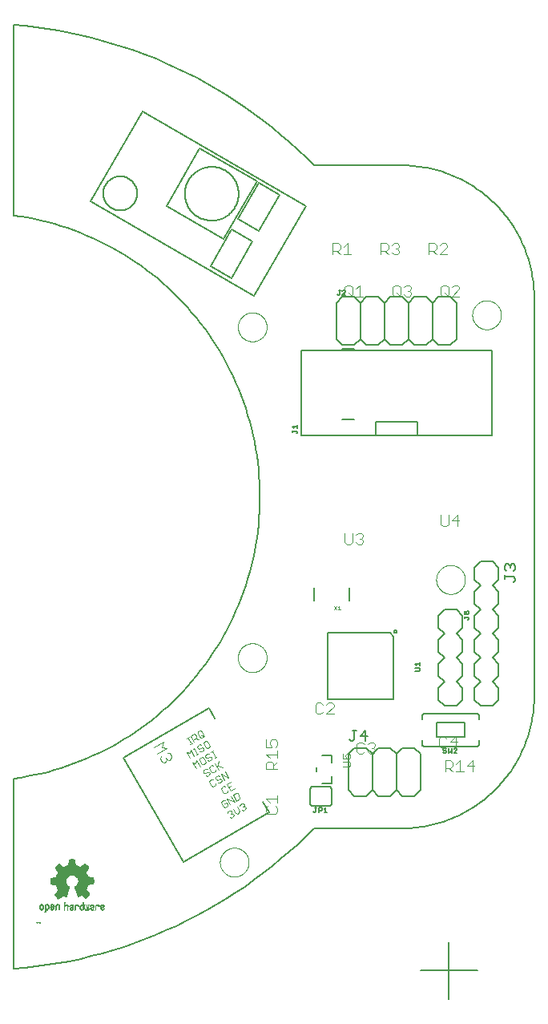
<source format=gto>
G75*
%MOIN*%
%OFA0B0*%
%FSLAX25Y25*%
%IPPOS*%
%LPD*%
%AMOC8*
5,1,8,0,0,1.08239X$1,22.5*
%
%ADD10C,0.00600*%
%ADD11C,0.00000*%
%ADD12R,0.00120X0.00015*%
%ADD13R,0.00150X0.00015*%
%ADD14R,0.00180X0.00015*%
%ADD15R,0.00210X0.00015*%
%ADD16R,0.00255X0.00015*%
%ADD17R,0.00300X0.00015*%
%ADD18R,0.00360X0.00015*%
%ADD19R,0.00390X0.00015*%
%ADD20R,0.00405X0.00015*%
%ADD21R,0.00420X0.00015*%
%ADD22R,0.00435X0.00015*%
%ADD23R,0.00450X0.00015*%
%ADD24R,0.00450X0.00015*%
%ADD25R,0.00075X0.00015*%
%ADD26R,0.00015X0.00015*%
%ADD27R,0.00060X0.00015*%
%ADD28R,0.00045X0.00015*%
%ADD29R,0.00060X0.00015*%
%ADD30R,0.00015X0.00015*%
%ADD31R,0.00030X0.00015*%
%ADD32R,0.00045X0.00015*%
%ADD33R,0.00495X0.00015*%
%ADD34R,0.00465X0.00015*%
%ADD35R,0.00030X0.00015*%
%ADD36R,0.00480X0.00015*%
%ADD37R,0.00225X0.00015*%
%ADD38R,0.00195X0.00015*%
%ADD39R,0.00255X0.00015*%
%ADD40R,0.00060X0.00015*%
%ADD41R,0.00090X0.00015*%
%ADD42R,0.00555X0.00015*%
%ADD43R,0.00480X0.00015*%
%ADD44R,0.00540X0.00015*%
%ADD45R,0.00555X0.00015*%
%ADD46R,0.00315X0.00015*%
%ADD47R,0.00315X0.00015*%
%ADD48R,0.00105X0.00015*%
%ADD49R,0.00585X0.00015*%
%ADD50R,0.00600X0.00015*%
%ADD51R,0.00510X0.00015*%
%ADD52R,0.00510X0.00015*%
%ADD53R,0.00135X0.00015*%
%ADD54R,0.00375X0.00015*%
%ADD55R,0.00135X0.00015*%
%ADD56R,0.00630X0.00015*%
%ADD57R,0.00165X0.00015*%
%ADD58R,0.00660X0.00015*%
%ADD59R,0.00555X0.00015*%
%ADD60R,0.00630X0.00015*%
%ADD61R,0.00660X0.00015*%
%ADD62R,0.00105X0.00015*%
%ADD63R,0.00120X0.00015*%
%ADD64R,0.00180X0.00015*%
%ADD65R,0.00645X0.00015*%
%ADD66R,0.00195X0.00015*%
%ADD67R,0.00705X0.00015*%
%ADD68R,0.00675X0.00015*%
%ADD69R,0.00615X0.00015*%
%ADD70R,0.00615X0.00015*%
%ADD71R,0.00225X0.00015*%
%ADD72R,0.00795X0.00015*%
%ADD73R,0.00645X0.00015*%
%ADD74R,0.00210X0.00015*%
%ADD75R,0.00765X0.00015*%
%ADD76R,0.00735X0.00015*%
%ADD77R,0.01230X0.00015*%
%ADD78R,0.00720X0.00015*%
%ADD79R,0.00240X0.00015*%
%ADD80R,0.00255X0.00015*%
%ADD81R,0.00255X0.00015*%
%ADD82R,0.00750X0.00015*%
%ADD83R,0.00855X0.00015*%
%ADD84R,0.00270X0.00015*%
%ADD85R,0.00810X0.00015*%
%ADD86R,0.01260X0.00015*%
%ADD87R,0.00285X0.00015*%
%ADD88R,0.00285X0.00015*%
%ADD89R,0.00330X0.00015*%
%ADD90R,0.00900X0.00015*%
%ADD91R,0.01575X0.00015*%
%ADD92R,0.00780X0.00015*%
%ADD93R,0.00915X0.00015*%
%ADD94R,0.00855X0.00015*%
%ADD95R,0.01290X0.00015*%
%ADD96R,0.00330X0.00015*%
%ADD97R,0.00810X0.00015*%
%ADD98R,0.00345X0.00015*%
%ADD99R,0.00945X0.00015*%
%ADD100R,0.01605X0.00015*%
%ADD101R,0.00885X0.00015*%
%ADD102R,0.01305X0.00015*%
%ADD103R,0.00885X0.00015*%
%ADD104R,0.00345X0.00015*%
%ADD105R,0.00825X0.00015*%
%ADD106R,0.00975X0.00015*%
%ADD107R,0.01635X0.00015*%
%ADD108R,0.00915X0.00015*%
%ADD109R,0.01320X0.00015*%
%ADD110R,0.00375X0.00015*%
%ADD111R,0.00840X0.00015*%
%ADD112R,0.00360X0.00015*%
%ADD113R,0.01005X0.00015*%
%ADD114R,0.01665X0.00015*%
%ADD115R,0.00990X0.00015*%
%ADD116R,0.00960X0.00015*%
%ADD117R,0.01335X0.00015*%
%ADD118R,0.00405X0.00015*%
%ADD119R,0.00315X0.00015*%
%ADD120R,0.00300X0.00015*%
%ADD121R,0.00840X0.00015*%
%ADD122R,0.00360X0.00015*%
%ADD123R,0.00330X0.00015*%
%ADD124R,0.01035X0.00015*%
%ADD125R,0.01695X0.00015*%
%ADD126R,0.01020X0.00015*%
%ADD127R,0.01365X0.00015*%
%ADD128R,0.01080X0.00015*%
%ADD129R,0.01725X0.00015*%
%ADD130R,0.01065X0.00015*%
%ADD131R,0.01410X0.00015*%
%ADD132R,0.00870X0.00015*%
%ADD133R,0.01110X0.00015*%
%ADD134R,0.01755X0.00015*%
%ADD135R,0.01095X0.00015*%
%ADD136R,0.01125X0.00015*%
%ADD137R,0.01425X0.00015*%
%ADD138R,0.01140X0.00015*%
%ADD139R,0.01770X0.00015*%
%ADD140R,0.01155X0.00015*%
%ADD141R,0.01440X0.00015*%
%ADD142R,0.00480X0.00015*%
%ADD143R,0.01170X0.00015*%
%ADD144R,0.01785X0.00015*%
%ADD145R,0.01185X0.00015*%
%ADD146R,0.01455X0.00015*%
%ADD147R,0.01200X0.00015*%
%ADD148R,0.01800X0.00015*%
%ADD149R,0.01185X0.00015*%
%ADD150R,0.01215X0.00015*%
%ADD151R,0.01815X0.00015*%
%ADD152R,0.01245X0.00015*%
%ADD153R,0.01470X0.00015*%
%ADD154R,0.01215X0.00015*%
%ADD155R,0.01260X0.00015*%
%ADD156R,0.01485X0.00015*%
%ADD157R,0.00930X0.00015*%
%ADD158R,0.01290X0.00015*%
%ADD159R,0.01845X0.00015*%
%ADD160R,0.01515X0.00015*%
%ADD161R,0.01275X0.00015*%
%ADD162R,0.00930X0.00015*%
%ADD163R,0.01875X0.00015*%
%ADD164R,0.01320X0.00015*%
%ADD165R,0.01530X0.00015*%
%ADD166R,0.01305X0.00015*%
%ADD167R,0.00465X0.00015*%
%ADD168R,0.00480X0.00015*%
%ADD169R,0.00945X0.00015*%
%ADD170R,0.00345X0.00015*%
%ADD171R,0.01890X0.00015*%
%ADD172R,0.00915X0.00015*%
%ADD173R,0.01335X0.00015*%
%ADD174R,0.01545X0.00015*%
%ADD175R,0.00570X0.00015*%
%ADD176R,0.00270X0.00015*%
%ADD177R,0.01905X0.00015*%
%ADD178R,0.00540X0.00015*%
%ADD179R,0.00525X0.00015*%
%ADD180R,0.00540X0.00015*%
%ADD181R,0.01395X0.00015*%
%ADD182R,0.01560X0.00015*%
%ADD183R,0.00525X0.00015*%
%ADD184R,0.00435X0.00015*%
%ADD185R,0.00390X0.00015*%
%ADD186R,0.00405X0.00015*%
%ADD187R,0.01470X0.00015*%
%ADD188R,0.01590X0.00015*%
%ADD189R,0.01455X0.00015*%
%ADD190R,0.00420X0.00015*%
%ADD191R,0.00465X0.00015*%
%ADD192R,0.01500X0.00015*%
%ADD193R,0.01605X0.00015*%
%ADD194R,0.01620X0.00015*%
%ADD195R,0.01530X0.00015*%
%ADD196R,0.01635X0.00015*%
%ADD197R,0.01515X0.00015*%
%ADD198R,0.00420X0.00015*%
%ADD199R,0.00375X0.00015*%
%ADD200R,0.00405X0.00015*%
%ADD201R,0.00690X0.00015*%
%ADD202R,0.00675X0.00015*%
%ADD203R,0.00690X0.00015*%
%ADD204R,0.00540X0.00015*%
%ADD205R,0.00510X0.00015*%
%ADD206R,0.00525X0.00015*%
%ADD207R,0.00345X0.00015*%
%ADD208R,0.00360X0.00015*%
%ADD209R,0.00315X0.00015*%
%ADD210R,0.00375X0.00015*%
%ADD211R,0.00390X0.00015*%
%ADD212R,0.00585X0.00015*%
%ADD213R,0.00420X0.00015*%
%ADD214R,0.00600X0.00015*%
%ADD215R,0.00615X0.00015*%
%ADD216R,0.00120X0.00015*%
%ADD217R,0.00075X0.00015*%
%ADD218R,0.00705X0.00015*%
%ADD219R,0.00720X0.00015*%
%ADD220R,0.00780X0.00015*%
%ADD221R,0.00825X0.00015*%
%ADD222R,0.00240X0.00015*%
%ADD223R,0.00885X0.00015*%
%ADD224R,0.00180X0.00015*%
%ADD225R,0.00795X0.00015*%
%ADD226R,0.00765X0.00015*%
%ADD227R,0.00960X0.00015*%
%ADD228R,0.00975X0.00015*%
%ADD229R,0.00870X0.00015*%
%ADD230R,0.01050X0.00015*%
%ADD231R,0.01080X0.00015*%
%ADD232R,0.01095X0.00015*%
%ADD233R,0.01125X0.00015*%
%ADD234R,0.01155X0.00015*%
%ADD235R,0.01170X0.00015*%
%ADD236R,0.01245X0.00015*%
%ADD237R,0.01140X0.00015*%
%ADD238R,0.01125X0.00015*%
%ADD239R,0.01290X0.00015*%
%ADD240R,0.01275X0.00015*%
%ADD241R,0.00840X0.00015*%
%ADD242R,0.01035X0.00015*%
%ADD243R,0.00960X0.00015*%
%ADD244R,0.01530X0.00015*%
%ADD245R,0.01560X0.00015*%
%ADD246R,0.00795X0.00015*%
%ADD247R,0.00810X0.00015*%
%ADD248R,0.01650X0.00015*%
%ADD249R,0.00555X0.00015*%
%ADD250R,0.01005X0.00015*%
%ADD251R,0.00090X0.00015*%
%ADD252R,0.00225X0.00015*%
%ADD253R,0.00435X0.00015*%
%ADD254R,0.00285X0.00015*%
%ADD255R,0.00570X0.00015*%
%ADD256R,0.00330X0.00015*%
%ADD257R,0.00495X0.00015*%
%ADD258R,0.00390X0.00015*%
%ADD259R,0.00525X0.00015*%
%ADD260R,0.00435X0.00015*%
%ADD261R,0.00585X0.00015*%
%ADD262R,0.01245X0.00015*%
%ADD263R,0.01440X0.00015*%
%ADD264R,0.01515X0.00015*%
%ADD265R,0.01545X0.00015*%
%ADD266R,0.01230X0.00015*%
%ADD267R,0.01530X0.00015*%
%ADD268R,0.01500X0.00015*%
%ADD269R,0.01395X0.00015*%
%ADD270R,0.01185X0.00015*%
%ADD271R,0.01200X0.00015*%
%ADD272R,0.01410X0.00015*%
%ADD273R,0.01185X0.00015*%
%ADD274R,0.01380X0.00015*%
%ADD275R,0.01140X0.00015*%
%ADD276R,0.01335X0.00015*%
%ADD277R,0.01320X0.00015*%
%ADD278R,0.01305X0.00015*%
%ADD279R,0.01035X0.00015*%
%ADD280R,0.00990X0.00015*%
%ADD281R,0.01350X0.00015*%
%ADD282R,0.00945X0.00015*%
%ADD283R,0.01260X0.00015*%
%ADD284R,0.01275X0.00015*%
%ADD285R,0.00825X0.00015*%
%ADD286R,0.01215X0.00015*%
%ADD287R,0.00240X0.00015*%
%ADD288R,0.00240X0.00015*%
%ADD289R,0.00810X0.00015*%
%ADD290R,0.00195X0.00015*%
%ADD291R,0.00165X0.00015*%
%ADD292R,0.00570X0.00015*%
%ADD293R,0.00900X0.00015*%
%ADD294R,0.00060X0.00015*%
%ADD295R,0.00495X0.00015*%
%ADD296R,0.00750X0.00015*%
%ADD297R,0.01575X0.00015*%
%ADD298R,0.01095X0.00015*%
%ADD299R,0.01680X0.00015*%
%ADD300R,0.01710X0.00015*%
%ADD301R,0.01725X0.00015*%
%ADD302R,0.01755X0.00015*%
%ADD303R,0.01860X0.00015*%
%ADD304R,0.01905X0.00015*%
%ADD305R,0.01935X0.00015*%
%ADD306R,0.01965X0.00015*%
%ADD307R,0.01485X0.00015*%
%ADD308R,0.01995X0.00015*%
%ADD309R,0.02040X0.00015*%
%ADD310R,0.02070X0.00015*%
%ADD311R,0.01575X0.00015*%
%ADD312R,0.02115X0.00015*%
%ADD313R,0.02160X0.00015*%
%ADD314R,0.02190X0.00015*%
%ADD315R,0.01695X0.00015*%
%ADD316R,0.02220X0.00015*%
%ADD317R,0.02235X0.00015*%
%ADD318R,0.02280X0.00015*%
%ADD319R,0.02340X0.00015*%
%ADD320R,0.01830X0.00015*%
%ADD321R,0.02385X0.00015*%
%ADD322R,0.01890X0.00015*%
%ADD323R,0.02415X0.00015*%
%ADD324R,0.01920X0.00015*%
%ADD325R,0.02430X0.00015*%
%ADD326R,0.02460X0.00015*%
%ADD327R,0.01965X0.00015*%
%ADD328R,0.02505X0.00015*%
%ADD329R,0.02010X0.00015*%
%ADD330R,0.02535X0.00015*%
%ADD331R,0.02580X0.00015*%
%ADD332R,0.02085X0.00015*%
%ADD333R,0.02625X0.00015*%
%ADD334R,0.02130X0.00015*%
%ADD335R,0.02670X0.00015*%
%ADD336R,0.02700X0.00015*%
%ADD337R,0.00660X0.00015*%
%ADD338R,0.02190X0.00015*%
%ADD339R,0.02715X0.00015*%
%ADD340R,0.02205X0.00015*%
%ADD341R,0.02745X0.00015*%
%ADD342R,0.02235X0.00015*%
%ADD343R,0.02775X0.00015*%
%ADD344R,0.02820X0.00015*%
%ADD345R,0.02310X0.00015*%
%ADD346R,0.02880X0.00015*%
%ADD347R,0.02355X0.00015*%
%ADD348R,0.02895X0.00015*%
%ADD349R,0.02925X0.00015*%
%ADD350R,0.02970X0.00015*%
%ADD351R,0.03000X0.00015*%
%ADD352R,0.03045X0.00015*%
%ADD353R,0.01005X0.00015*%
%ADD354R,0.00780X0.00015*%
%ADD355R,0.02505X0.00015*%
%ADD356R,0.03090X0.00015*%
%ADD357R,0.02550X0.00015*%
%ADD358R,0.03135X0.00015*%
%ADD359R,0.03165X0.00015*%
%ADD360R,0.02625X0.00015*%
%ADD361R,0.03195X0.00015*%
%ADD362R,0.02655X0.00015*%
%ADD363R,0.03210X0.00015*%
%ADD364R,0.03240X0.00015*%
%ADD365R,0.02700X0.00015*%
%ADD366R,0.03285X0.00015*%
%ADD367R,0.02745X0.00015*%
%ADD368R,0.03330X0.00015*%
%ADD369R,0.02790X0.00015*%
%ADD370R,0.03360X0.00015*%
%ADD371R,0.02835X0.00015*%
%ADD372R,0.03390X0.00015*%
%ADD373R,0.02865X0.00015*%
%ADD374R,0.03420X0.00015*%
%ADD375R,0.04905X0.00015*%
%ADD376R,0.04920X0.00015*%
%ADD377R,0.02940X0.00015*%
%ADD378R,0.04950X0.00015*%
%ADD379R,0.02985X0.00015*%
%ADD380R,0.04965X0.00015*%
%ADD381R,0.03015X0.00015*%
%ADD382R,0.04980X0.00015*%
%ADD383R,0.03045X0.00015*%
%ADD384R,0.05010X0.00015*%
%ADD385R,0.03075X0.00015*%
%ADD386R,0.03105X0.00015*%
%ADD387R,0.05040X0.00015*%
%ADD388R,0.05040X0.00015*%
%ADD389R,0.03180X0.00015*%
%ADD390R,0.05070X0.00015*%
%ADD391R,0.03225X0.00015*%
%ADD392R,0.03255X0.00015*%
%ADD393R,0.05085X0.00015*%
%ADD394R,0.03300X0.00015*%
%ADD395R,0.05100X0.00015*%
%ADD396R,0.04935X0.00015*%
%ADD397R,0.05115X0.00015*%
%ADD398R,0.04995X0.00015*%
%ADD399R,0.05130X0.00015*%
%ADD400R,0.05010X0.00015*%
%ADD401R,0.05130X0.00015*%
%ADD402R,0.05010X0.00015*%
%ADD403R,0.05025X0.00015*%
%ADD404R,0.05040X0.00015*%
%ADD405R,0.05055X0.00015*%
%ADD406R,0.05130X0.00015*%
%ADD407R,0.05085X0.00015*%
%ADD408R,0.05115X0.00015*%
%ADD409R,0.05145X0.00015*%
%ADD410R,0.05160X0.00015*%
%ADD411R,0.05130X0.00015*%
%ADD412R,0.05190X0.00015*%
%ADD413R,0.05190X0.00015*%
%ADD414R,0.05205X0.00015*%
%ADD415R,0.05220X0.00015*%
%ADD416R,0.05070X0.00015*%
%ADD417R,0.05085X0.00015*%
%ADD418R,0.05205X0.00015*%
%ADD419R,0.05220X0.00015*%
%ADD420R,0.05055X0.00015*%
%ADD421R,0.05025X0.00015*%
%ADD422R,0.05205X0.00015*%
%ADD423R,0.05025X0.00015*%
%ADD424R,0.05190X0.00015*%
%ADD425R,0.05190X0.00015*%
%ADD426R,0.04995X0.00015*%
%ADD427R,0.05175X0.00015*%
%ADD428R,0.04950X0.00015*%
%ADD429R,0.05145X0.00015*%
%ADD430R,0.05145X0.00015*%
%ADD431R,0.04920X0.00015*%
%ADD432R,0.04905X0.00015*%
%ADD433R,0.04905X0.00015*%
%ADD434R,0.05115X0.00015*%
%ADD435R,0.04890X0.00015*%
%ADD436R,0.04890X0.00015*%
%ADD437R,0.04875X0.00015*%
%ADD438R,0.04845X0.00015*%
%ADD439R,0.04830X0.00015*%
%ADD440R,0.04830X0.00015*%
%ADD441R,0.05070X0.00015*%
%ADD442R,0.04830X0.00015*%
%ADD443R,0.04815X0.00015*%
%ADD444R,0.04800X0.00015*%
%ADD445R,0.04800X0.00015*%
%ADD446R,0.05010X0.00015*%
%ADD447R,0.04785X0.00015*%
%ADD448R,0.04770X0.00015*%
%ADD449R,0.04770X0.00015*%
%ADD450R,0.04755X0.00015*%
%ADD451R,0.04740X0.00015*%
%ADD452R,0.04725X0.00015*%
%ADD453R,0.04725X0.00015*%
%ADD454R,0.04980X0.00015*%
%ADD455R,0.04710X0.00015*%
%ADD456R,0.04725X0.00015*%
%ADD457R,0.04710X0.00015*%
%ADD458R,0.04695X0.00015*%
%ADD459R,0.04680X0.00015*%
%ADD460R,0.04695X0.00015*%
%ADD461R,0.04680X0.00015*%
%ADD462R,0.04905X0.00015*%
%ADD463R,0.04665X0.00015*%
%ADD464R,0.04650X0.00015*%
%ADD465R,0.04635X0.00015*%
%ADD466R,0.04620X0.00015*%
%ADD467R,0.04620X0.00015*%
%ADD468R,0.04890X0.00015*%
%ADD469R,0.04605X0.00015*%
%ADD470R,0.04605X0.00015*%
%ADD471R,0.04590X0.00015*%
%ADD472R,0.04845X0.00015*%
%ADD473R,0.04575X0.00015*%
%ADD474R,0.04590X0.00015*%
%ADD475R,0.04575X0.00015*%
%ADD476R,0.04845X0.00015*%
%ADD477R,0.04560X0.00015*%
%ADD478R,0.04545X0.00015*%
%ADD479R,0.04530X0.00015*%
%ADD480R,0.04515X0.00015*%
%ADD481R,0.04530X0.00015*%
%ADD482R,0.04500X0.00015*%
%ADD483R,0.04515X0.00015*%
%ADD484R,0.04785X0.00015*%
%ADD485R,0.04485X0.00015*%
%ADD486R,0.04755X0.00015*%
%ADD487R,0.04470X0.00015*%
%ADD488R,0.04740X0.00015*%
%ADD489R,0.04485X0.00015*%
%ADD490R,0.04755X0.00015*%
%ADD491R,0.04545X0.00015*%
%ADD492R,0.04695X0.00015*%
%ADD493R,0.04680X0.00015*%
%ADD494R,0.04665X0.00015*%
%ADD495R,0.04725X0.00015*%
%ADD496R,0.04680X0.00015*%
%ADD497R,0.04860X0.00015*%
%ADD498R,0.04740X0.00015*%
%ADD499R,0.04875X0.00015*%
%ADD500R,0.04965X0.00015*%
%ADD501R,0.04860X0.00015*%
%ADD502R,0.04995X0.00015*%
%ADD503R,0.04875X0.00015*%
%ADD504R,0.04980X0.00015*%
%ADD505R,0.05235X0.00015*%
%ADD506R,0.05235X0.00015*%
%ADD507R,0.05250X0.00015*%
%ADD508R,0.05280X0.00015*%
%ADD509R,0.05295X0.00015*%
%ADD510R,0.05325X0.00015*%
%ADD511R,0.05340X0.00015*%
%ADD512R,0.05235X0.00015*%
%ADD513R,0.05355X0.00015*%
%ADD514R,0.05370X0.00015*%
%ADD515R,0.05265X0.00015*%
%ADD516R,0.05370X0.00015*%
%ADD517R,0.05280X0.00015*%
%ADD518R,0.05385X0.00015*%
%ADD519R,0.05295X0.00015*%
%ADD520R,0.05400X0.00015*%
%ADD521R,0.05415X0.00015*%
%ADD522R,0.05310X0.00015*%
%ADD523R,0.05430X0.00015*%
%ADD524R,0.05445X0.00015*%
%ADD525R,0.05460X0.00015*%
%ADD526R,0.05355X0.00015*%
%ADD527R,0.05475X0.00015*%
%ADD528R,0.05505X0.00015*%
%ADD529R,0.05520X0.00015*%
%ADD530R,0.05535X0.00015*%
%ADD531R,0.05550X0.00015*%
%ADD532R,0.05550X0.00015*%
%ADD533R,0.05475X0.00015*%
%ADD534R,0.05490X0.00015*%
%ADD535R,0.05475X0.00015*%
%ADD536R,0.05385X0.00015*%
%ADD537R,0.05370X0.00015*%
%ADD538R,0.05325X0.00015*%
%ADD539R,0.05310X0.00015*%
%ADD540R,0.05265X0.00015*%
%ADD541R,0.05175X0.00015*%
%ADD542R,0.04980X0.00015*%
%ADD543R,0.04965X0.00015*%
%ADD544R,0.04860X0.00015*%
%ADD545R,0.04845X0.00015*%
%ADD546R,0.04815X0.00015*%
%ADD547R,0.04770X0.00015*%
%ADD548R,0.05295X0.00015*%
%ADD549R,0.04635X0.00015*%
%ADD550R,0.05610X0.00015*%
%ADD551R,0.05700X0.00015*%
%ADD552R,0.05760X0.00015*%
%ADD553R,0.05805X0.00015*%
%ADD554R,0.05850X0.00015*%
%ADD555R,0.05895X0.00015*%
%ADD556R,0.06000X0.00015*%
%ADD557R,0.06135X0.00015*%
%ADD558R,0.06225X0.00015*%
%ADD559R,0.06300X0.00015*%
%ADD560R,0.06330X0.00015*%
%ADD561R,0.06375X0.00015*%
%ADD562R,0.06450X0.00015*%
%ADD563R,0.06570X0.00015*%
%ADD564R,0.05565X0.00015*%
%ADD565R,0.06690X0.00015*%
%ADD566R,0.06735X0.00015*%
%ADD567R,0.05790X0.00015*%
%ADD568R,0.06765X0.00015*%
%ADD569R,0.05850X0.00015*%
%ADD570R,0.06780X0.00015*%
%ADD571R,0.05895X0.00015*%
%ADD572R,0.06795X0.00015*%
%ADD573R,0.05955X0.00015*%
%ADD574R,0.06810X0.00015*%
%ADD575R,0.06060X0.00015*%
%ADD576R,0.06195X0.00015*%
%ADD577R,0.06825X0.00015*%
%ADD578R,0.06330X0.00015*%
%ADD579R,0.06840X0.00015*%
%ADD580R,0.06390X0.00015*%
%ADD581R,0.06495X0.00015*%
%ADD582R,0.06840X0.00015*%
%ADD583R,0.06555X0.00015*%
%ADD584R,0.06825X0.00015*%
%ADD585R,0.06645X0.00015*%
%ADD586R,0.06825X0.00015*%
%ADD587R,0.06705X0.00015*%
%ADD588R,0.06705X0.00015*%
%ADD589R,0.06810X0.00015*%
%ADD590R,0.06720X0.00015*%
%ADD591R,0.06795X0.00015*%
%ADD592R,0.06750X0.00015*%
%ADD593R,0.06765X0.00015*%
%ADD594R,0.06795X0.00015*%
%ADD595R,0.06780X0.00015*%
%ADD596R,0.06780X0.00015*%
%ADD597R,0.06750X0.00015*%
%ADD598R,0.06720X0.00015*%
%ADD599R,0.06720X0.00015*%
%ADD600R,0.06705X0.00015*%
%ADD601R,0.06705X0.00015*%
%ADD602R,0.06690X0.00015*%
%ADD603R,0.06675X0.00015*%
%ADD604R,0.06690X0.00015*%
%ADD605R,0.06675X0.00015*%
%ADD606R,0.06675X0.00015*%
%ADD607R,0.06660X0.00015*%
%ADD608R,0.06675X0.00015*%
%ADD609R,0.06660X0.00015*%
%ADD610R,0.06660X0.00015*%
%ADD611R,0.06645X0.00015*%
%ADD612R,0.06630X0.00015*%
%ADD613R,0.06660X0.00015*%
%ADD614R,0.06630X0.00015*%
%ADD615R,0.06645X0.00015*%
%ADD616R,0.06735X0.00015*%
%ADD617R,0.06765X0.00015*%
%ADD618R,0.06780X0.00015*%
%ADD619R,0.06825X0.00015*%
%ADD620R,0.06855X0.00015*%
%ADD621R,0.06855X0.00015*%
%ADD622R,0.06870X0.00015*%
%ADD623R,0.06885X0.00015*%
%ADD624R,0.06525X0.00015*%
%ADD625R,0.06405X0.00015*%
%ADD626R,0.06255X0.00015*%
%ADD627R,0.06165X0.00015*%
%ADD628R,0.06870X0.00015*%
%ADD629R,0.06120X0.00015*%
%ADD630R,0.06885X0.00015*%
%ADD631R,0.06060X0.00015*%
%ADD632R,0.06015X0.00015*%
%ADD633R,0.05910X0.00015*%
%ADD634R,0.05670X0.00015*%
%ADD635R,0.05595X0.00015*%
%ADD636R,0.06585X0.00015*%
%ADD637R,0.05160X0.00015*%
%ADD638R,0.06390X0.00015*%
%ADD639R,0.05025X0.00015*%
%ADD640R,0.06330X0.00015*%
%ADD641R,0.06075X0.00015*%
%ADD642R,0.05820X0.00015*%
%ADD643R,0.05775X0.00015*%
%ADD644R,0.05685X0.00015*%
%ADD645R,0.05460X0.00015*%
%ADD646R,0.04860X0.00015*%
%ADD647R,0.04935X0.00015*%
%ADD648R,0.05160X0.00015*%
%ADD649R,0.05325X0.00015*%
%ADD650R,0.05340X0.00015*%
%ADD651R,0.05355X0.00015*%
%ADD652R,0.05430X0.00015*%
%ADD653R,0.05535X0.00015*%
%ADD654R,0.05595X0.00015*%
%ADD655R,0.05640X0.00015*%
%ADD656R,0.05640X0.00015*%
%ADD657R,0.05670X0.00015*%
%ADD658R,0.05685X0.00015*%
%ADD659R,0.05700X0.00015*%
%ADD660R,0.05715X0.00015*%
%ADD661R,0.05715X0.00015*%
%ADD662R,0.05730X0.00015*%
%ADD663R,0.05745X0.00015*%
%ADD664R,0.05760X0.00015*%
%ADD665R,0.06000X0.00015*%
%ADD666R,0.06105X0.00015*%
%ADD667R,0.06180X0.00015*%
%ADD668R,0.06210X0.00015*%
%ADD669R,0.12690X0.00015*%
%ADD670R,0.12675X0.00015*%
%ADD671R,0.12660X0.00015*%
%ADD672R,0.12660X0.00015*%
%ADD673R,0.12645X0.00015*%
%ADD674R,0.12615X0.00015*%
%ADD675R,0.12600X0.00015*%
%ADD676R,0.12585X0.00015*%
%ADD677R,0.12555X0.00015*%
%ADD678R,0.12540X0.00015*%
%ADD679R,0.12525X0.00015*%
%ADD680R,0.12510X0.00015*%
%ADD681R,0.12510X0.00015*%
%ADD682R,0.12480X0.00015*%
%ADD683R,0.12450X0.00015*%
%ADD684R,0.12435X0.00015*%
%ADD685R,0.12420X0.00015*%
%ADD686R,0.12390X0.00015*%
%ADD687R,0.12375X0.00015*%
%ADD688R,0.12360X0.00015*%
%ADD689R,0.12330X0.00015*%
%ADD690R,0.12300X0.00015*%
%ADD691R,0.12285X0.00015*%
%ADD692R,0.12270X0.00015*%
%ADD693R,0.12255X0.00015*%
%ADD694R,0.12240X0.00015*%
%ADD695R,0.12225X0.00015*%
%ADD696R,0.12195X0.00015*%
%ADD697R,0.12165X0.00015*%
%ADD698R,0.12150X0.00015*%
%ADD699R,0.12135X0.00015*%
%ADD700R,0.12120X0.00015*%
%ADD701R,0.12090X0.00015*%
%ADD702R,0.12075X0.00015*%
%ADD703R,0.12060X0.00015*%
%ADD704R,0.12045X0.00015*%
%ADD705R,0.12015X0.00015*%
%ADD706R,0.12000X0.00015*%
%ADD707R,0.11985X0.00015*%
%ADD708R,0.11955X0.00015*%
%ADD709R,0.11940X0.00015*%
%ADD710R,0.11925X0.00015*%
%ADD711R,0.11910X0.00015*%
%ADD712R,0.11910X0.00015*%
%ADD713R,0.11880X0.00015*%
%ADD714R,0.11850X0.00015*%
%ADD715R,0.11835X0.00015*%
%ADD716R,0.11805X0.00015*%
%ADD717R,0.11775X0.00015*%
%ADD718R,0.11760X0.00015*%
%ADD719R,0.11745X0.00015*%
%ADD720R,0.11730X0.00015*%
%ADD721R,0.11700X0.00015*%
%ADD722R,0.11700X0.00015*%
%ADD723R,0.11685X0.00015*%
%ADD724R,0.11655X0.00015*%
%ADD725R,0.11640X0.00015*%
%ADD726R,0.11625X0.00015*%
%ADD727R,0.11625X0.00015*%
%ADD728R,0.11670X0.00015*%
%ADD729R,0.11715X0.00015*%
%ADD730R,0.11790X0.00015*%
%ADD731R,0.11820X0.00015*%
%ADD732R,0.11820X0.00015*%
%ADD733R,0.11880X0.00015*%
%ADD734R,0.11895X0.00015*%
%ADD735R,0.11970X0.00015*%
%ADD736R,0.12045X0.00015*%
%ADD737R,0.12075X0.00015*%
%ADD738R,0.12105X0.00015*%
%ADD739R,0.12135X0.00015*%
%ADD740R,0.12165X0.00015*%
%ADD741R,0.12180X0.00015*%
%ADD742R,0.12195X0.00015*%
%ADD743R,0.12210X0.00015*%
%ADD744R,0.12225X0.00015*%
%ADD745R,0.12255X0.00015*%
%ADD746R,0.12360X0.00015*%
%ADD747R,0.12390X0.00015*%
%ADD748R,0.12405X0.00015*%
%ADD749R,0.12435X0.00015*%
%ADD750R,0.12480X0.00015*%
%ADD751R,0.12480X0.00015*%
%ADD752R,0.12510X0.00015*%
%ADD753R,0.12570X0.00015*%
%ADD754R,0.12630X0.00015*%
%ADD755R,0.12675X0.00015*%
%ADD756R,0.12705X0.00015*%
%ADD757R,0.12735X0.00015*%
%ADD758R,0.12750X0.00015*%
%ADD759R,0.12780X0.00015*%
%ADD760R,0.12795X0.00015*%
%ADD761R,0.12810X0.00015*%
%ADD762R,0.12840X0.00015*%
%ADD763R,0.12855X0.00015*%
%ADD764R,0.12885X0.00015*%
%ADD765R,0.12900X0.00015*%
%ADD766R,0.12915X0.00015*%
%ADD767R,0.12945X0.00015*%
%ADD768R,0.12960X0.00015*%
%ADD769R,0.12990X0.00015*%
%ADD770R,0.13005X0.00015*%
%ADD771R,0.13020X0.00015*%
%ADD772R,0.13035X0.00015*%
%ADD773R,0.13065X0.00015*%
%ADD774R,0.13080X0.00015*%
%ADD775R,0.13110X0.00015*%
%ADD776R,0.13125X0.00015*%
%ADD777R,0.13155X0.00015*%
%ADD778R,0.13170X0.00015*%
%ADD779R,0.13200X0.00015*%
%ADD780R,0.13230X0.00015*%
%ADD781R,0.13260X0.00015*%
%ADD782R,0.13290X0.00015*%
%ADD783R,0.13320X0.00015*%
%ADD784R,0.13350X0.00015*%
%ADD785R,0.13365X0.00015*%
%ADD786R,0.13395X0.00015*%
%ADD787R,0.13425X0.00015*%
%ADD788R,0.13455X0.00015*%
%ADD789R,0.13470X0.00015*%
%ADD790R,0.13500X0.00015*%
%ADD791R,0.13530X0.00015*%
%ADD792R,0.13560X0.00015*%
%ADD793R,0.13575X0.00015*%
%ADD794R,0.13605X0.00015*%
%ADD795R,0.13635X0.00015*%
%ADD796R,0.13650X0.00015*%
%ADD797R,0.13680X0.00015*%
%ADD798R,0.13695X0.00015*%
%ADD799R,0.13725X0.00015*%
%ADD800R,0.13740X0.00015*%
%ADD801R,0.13770X0.00015*%
%ADD802R,0.13785X0.00015*%
%ADD803R,0.13800X0.00015*%
%ADD804R,0.13830X0.00015*%
%ADD805R,0.13860X0.00015*%
%ADD806R,0.13875X0.00015*%
%ADD807R,0.13905X0.00015*%
%ADD808R,0.13935X0.00015*%
%ADD809R,0.13950X0.00015*%
%ADD810R,0.13980X0.00015*%
%ADD811R,0.14010X0.00015*%
%ADD812R,0.14025X0.00015*%
%ADD813R,0.14055X0.00015*%
%ADD814R,0.14070X0.00015*%
%ADD815R,0.14085X0.00015*%
%ADD816R,0.14115X0.00015*%
%ADD817R,0.14145X0.00015*%
%ADD818R,0.14160X0.00015*%
%ADD819R,0.14190X0.00015*%
%ADD820R,0.14205X0.00015*%
%ADD821R,0.14220X0.00015*%
%ADD822R,0.14235X0.00015*%
%ADD823R,0.14265X0.00015*%
%ADD824R,0.14280X0.00015*%
%ADD825R,0.14295X0.00015*%
%ADD826R,0.14295X0.00015*%
%ADD827R,0.14250X0.00015*%
%ADD828R,0.14205X0.00015*%
%ADD829R,0.14175X0.00015*%
%ADD830R,0.14160X0.00015*%
%ADD831R,0.14130X0.00015*%
%ADD832R,0.14100X0.00015*%
%ADD833R,0.14040X0.00015*%
%ADD834R,0.14010X0.00015*%
%ADD835R,0.03465X0.00015*%
%ADD836R,0.10440X0.00015*%
%ADD837R,0.03420X0.00015*%
%ADD838R,0.10395X0.00015*%
%ADD839R,0.03375X0.00015*%
%ADD840R,0.10335X0.00015*%
%ADD841R,0.03570X0.00015*%
%ADD842R,0.06600X0.00015*%
%ADD843R,0.03525X0.00015*%
%ADD844R,0.03270X0.00015*%
%ADD845R,0.03495X0.00015*%
%ADD846R,0.03210X0.00015*%
%ADD847R,0.06480X0.00015*%
%ADD848R,0.03435X0.00015*%
%ADD849R,0.03165X0.00015*%
%ADD850R,0.03390X0.00015*%
%ADD851R,0.03120X0.00015*%
%ADD852R,0.06315X0.00015*%
%ADD853R,0.03345X0.00015*%
%ADD854R,0.03090X0.00015*%
%ADD855R,0.03075X0.00015*%
%ADD856R,0.06225X0.00015*%
%ADD857R,0.03270X0.00015*%
%ADD858R,0.06180X0.00015*%
%ADD859R,0.02970X0.00015*%
%ADD860R,0.06075X0.00015*%
%ADD861R,0.03195X0.00015*%
%ADD862R,0.02925X0.00015*%
%ADD863R,0.05985X0.00015*%
%ADD864R,0.03135X0.00015*%
%ADD865R,0.02850X0.00015*%
%ADD866R,0.05835X0.00015*%
%ADD867R,0.03030X0.00015*%
%ADD868R,0.02805X0.00015*%
%ADD869R,0.02730X0.00015*%
%ADD870R,0.05625X0.00015*%
%ADD871R,0.02925X0.00015*%
%ADD872R,0.02640X0.00015*%
%ADD873R,0.02595X0.00015*%
%ADD874R,0.02565X0.00015*%
%ADD875R,0.02760X0.00015*%
%ADD876R,0.02520X0.00015*%
%ADD877R,0.02730X0.00015*%
%ADD878R,0.02475X0.00015*%
%ADD879R,0.02685X0.00015*%
%ADD880R,0.02445X0.00015*%
%ADD881R,0.02400X0.00015*%
%ADD882R,0.02370X0.00015*%
%ADD883R,0.02565X0.00015*%
%ADD884R,0.02340X0.00015*%
%ADD885R,0.02325X0.00015*%
%ADD886R,0.02505X0.00015*%
%ADD887R,0.02280X0.00015*%
%ADD888R,0.02460X0.00015*%
%ADD889R,0.04560X0.00015*%
%ADD890R,0.02190X0.00015*%
%ADD891R,0.04440X0.00015*%
%ADD892R,0.02370X0.00015*%
%ADD893R,0.02145X0.00015*%
%ADD894R,0.04365X0.00015*%
%ADD895R,0.04320X0.00015*%
%ADD896R,0.02310X0.00015*%
%ADD897R,0.02100X0.00015*%
%ADD898R,0.04260X0.00015*%
%ADD899R,0.04200X0.00015*%
%ADD900R,0.02265X0.00015*%
%ADD901R,0.02040X0.00015*%
%ADD902R,0.04095X0.00015*%
%ADD903R,0.02220X0.00015*%
%ADD904R,0.03915X0.00015*%
%ADD905R,0.02175X0.00015*%
%ADD906R,0.03765X0.00015*%
%ADD907R,0.03675X0.00015*%
%ADD908R,0.01890X0.00015*%
%ADD909R,0.03615X0.00015*%
%ADD910R,0.02055X0.00015*%
%ADD911R,0.01860X0.00015*%
%ADD912R,0.03555X0.00015*%
%ADD913R,0.03450X0.00015*%
%ADD914R,0.03315X0.00015*%
%ADD915R,0.01680X0.00015*%
%ADD916R,0.01650X0.00015*%
%ADD917R,0.01620X0.00015*%
%ADD918R,0.03240X0.00015*%
%ADD919R,0.01740X0.00015*%
%ADD920R,0.01665X0.00015*%
%ADD921R,0.01635X0.00015*%
%ADD922R,0.01410X0.00015*%
%ADD923R,0.01395X0.00015*%
%ADD924R,0.01365X0.00015*%
%ADD925R,0.01290X0.00015*%
%ADD926R,0.03210X0.00015*%
%ADD927R,0.01455X0.00015*%
%ADD928R,0.01110X0.00015*%
%ADD929R,0.03180X0.00015*%
%ADD930R,0.03150X0.00015*%
%ADD931R,0.03150X0.00015*%
%ADD932R,0.01050X0.00015*%
%ADD933R,0.03105X0.00015*%
%ADD934R,0.00660X0.00015*%
%ADD935R,0.03075X0.00015*%
%ADD936R,0.03060X0.00015*%
%ADD937R,0.03000X0.00015*%
%ADD938R,0.02955X0.00015*%
%ADD939R,0.02940X0.00015*%
%ADD940R,0.02940X0.00015*%
%ADD941R,0.02910X0.00015*%
%ADD942R,0.02910X0.00015*%
%ADD943R,0.02865X0.00015*%
%ADD944R,0.02805X0.00015*%
%ADD945R,0.02775X0.00015*%
%ADD946R,0.02760X0.00015*%
%ADD947R,0.02655X0.00015*%
%ADD948R,0.02640X0.00015*%
%ADD949R,0.02610X0.00015*%
%ADD950R,0.02595X0.00015*%
%ADD951R,0.02535X0.00015*%
%ADD952R,0.02475X0.00015*%
%ADD953R,0.02175X0.00015*%
%ADD954C,0.00400*%
%ADD955C,0.00500*%
%ADD956C,0.00800*%
%ADD957C,0.00300*%
%ADD958C,0.00100*%
D10*
X0001300Y0013742D02*
X0001300Y0092906D01*
X0001300Y0013742D02*
X0005974Y0014173D01*
X0010636Y0014716D01*
X0015284Y0015369D01*
X0019914Y0016133D01*
X0024526Y0017008D01*
X0029115Y0017992D01*
X0033680Y0019085D01*
X0038217Y0020287D01*
X0042724Y0021596D01*
X0047198Y0023013D01*
X0051638Y0024536D01*
X0056040Y0026164D01*
X0060402Y0027897D01*
X0064721Y0029733D01*
X0068996Y0031672D01*
X0073223Y0033712D01*
X0077400Y0035852D01*
X0081525Y0038091D01*
X0085595Y0040428D01*
X0089609Y0042862D01*
X0093563Y0045390D01*
X0097456Y0048012D01*
X0101285Y0050726D01*
X0105049Y0053531D01*
X0108744Y0056424D01*
X0112370Y0059405D01*
X0115923Y0062471D01*
X0119403Y0065621D01*
X0122806Y0068854D01*
X0126131Y0072166D01*
X0162717Y0072166D01*
X0163052Y0085611D02*
X0160552Y0088111D01*
X0160552Y0103111D01*
X0163052Y0105611D01*
X0168052Y0105611D01*
X0170552Y0103111D01*
X0170552Y0088111D01*
X0168052Y0085611D01*
X0163052Y0085611D01*
X0160552Y0088111D02*
X0158052Y0085611D01*
X0153052Y0085611D01*
X0150552Y0088111D01*
X0150552Y0103111D01*
X0153052Y0105611D01*
X0158052Y0105611D01*
X0160552Y0103111D01*
X0150552Y0103111D02*
X0148052Y0105611D01*
X0143052Y0105611D01*
X0140552Y0103111D01*
X0140552Y0088111D01*
X0143052Y0085611D01*
X0148052Y0085611D01*
X0150552Y0088111D01*
X0133452Y0088611D02*
X0133452Y0082611D01*
X0133450Y0082551D01*
X0133445Y0082490D01*
X0133436Y0082431D01*
X0133423Y0082372D01*
X0133407Y0082313D01*
X0133387Y0082256D01*
X0133364Y0082201D01*
X0133337Y0082146D01*
X0133308Y0082094D01*
X0133275Y0082043D01*
X0133239Y0081994D01*
X0133201Y0081948D01*
X0133159Y0081904D01*
X0133115Y0081862D01*
X0133069Y0081824D01*
X0133020Y0081788D01*
X0132969Y0081755D01*
X0132917Y0081726D01*
X0132862Y0081699D01*
X0132807Y0081676D01*
X0132750Y0081656D01*
X0132691Y0081640D01*
X0132632Y0081627D01*
X0132573Y0081618D01*
X0132512Y0081613D01*
X0132452Y0081611D01*
X0125652Y0081611D01*
X0125592Y0081613D01*
X0125531Y0081618D01*
X0125472Y0081627D01*
X0125413Y0081640D01*
X0125354Y0081656D01*
X0125297Y0081676D01*
X0125242Y0081699D01*
X0125187Y0081726D01*
X0125135Y0081755D01*
X0125084Y0081788D01*
X0125035Y0081824D01*
X0124989Y0081862D01*
X0124945Y0081904D01*
X0124903Y0081948D01*
X0124865Y0081994D01*
X0124829Y0082043D01*
X0124796Y0082094D01*
X0124767Y0082146D01*
X0124740Y0082201D01*
X0124717Y0082256D01*
X0124697Y0082313D01*
X0124681Y0082372D01*
X0124668Y0082431D01*
X0124659Y0082490D01*
X0124654Y0082551D01*
X0124652Y0082611D01*
X0124652Y0088611D01*
X0124654Y0088671D01*
X0124659Y0088732D01*
X0124668Y0088791D01*
X0124681Y0088850D01*
X0124697Y0088909D01*
X0124717Y0088966D01*
X0124740Y0089021D01*
X0124767Y0089076D01*
X0124796Y0089128D01*
X0124829Y0089179D01*
X0124865Y0089228D01*
X0124903Y0089274D01*
X0124945Y0089318D01*
X0124989Y0089360D01*
X0125035Y0089398D01*
X0125084Y0089434D01*
X0125135Y0089467D01*
X0125187Y0089496D01*
X0125242Y0089523D01*
X0125297Y0089546D01*
X0125354Y0089566D01*
X0125413Y0089582D01*
X0125472Y0089595D01*
X0125531Y0089604D01*
X0125592Y0089609D01*
X0125652Y0089611D01*
X0132452Y0089611D01*
X0132512Y0089609D01*
X0132573Y0089604D01*
X0132632Y0089595D01*
X0132691Y0089582D01*
X0132750Y0089566D01*
X0132807Y0089546D01*
X0132862Y0089523D01*
X0132917Y0089496D01*
X0132969Y0089467D01*
X0133020Y0089434D01*
X0133069Y0089398D01*
X0133115Y0089360D01*
X0133159Y0089318D01*
X0133201Y0089274D01*
X0133239Y0089228D01*
X0133275Y0089179D01*
X0133308Y0089128D01*
X0133337Y0089076D01*
X0133364Y0089021D01*
X0133387Y0088966D01*
X0133407Y0088909D01*
X0133423Y0088850D01*
X0133436Y0088791D01*
X0133445Y0088732D01*
X0133450Y0088671D01*
X0133452Y0088611D01*
X0162717Y0072166D02*
X0164049Y0072182D01*
X0165380Y0072230D01*
X0166709Y0072311D01*
X0168037Y0072423D01*
X0169361Y0072568D01*
X0170681Y0072744D01*
X0171997Y0072953D01*
X0173307Y0073193D01*
X0174611Y0073465D01*
X0175908Y0073768D01*
X0177197Y0074102D01*
X0178478Y0074467D01*
X0179749Y0074864D01*
X0181011Y0075291D01*
X0182262Y0075748D01*
X0183502Y0076235D01*
X0184729Y0076752D01*
X0185944Y0077299D01*
X0187145Y0077875D01*
X0188332Y0078479D01*
X0189503Y0079113D01*
X0190660Y0079774D01*
X0191799Y0080463D01*
X0192922Y0081179D01*
X0194028Y0081923D01*
X0195115Y0082693D01*
X0196183Y0083488D01*
X0197231Y0084310D01*
X0198259Y0085156D01*
X0199267Y0086028D01*
X0200253Y0086923D01*
X0201218Y0087842D01*
X0202159Y0088783D01*
X0203078Y0089748D01*
X0203973Y0090734D01*
X0204845Y0091742D01*
X0205691Y0092770D01*
X0206513Y0093818D01*
X0207308Y0094886D01*
X0208078Y0095973D01*
X0208822Y0097079D01*
X0209538Y0098202D01*
X0210227Y0099341D01*
X0210888Y0100498D01*
X0211522Y0101669D01*
X0212126Y0102856D01*
X0212702Y0104057D01*
X0213249Y0105272D01*
X0213766Y0106499D01*
X0214253Y0107739D01*
X0214710Y0108990D01*
X0215137Y0110252D01*
X0215534Y0111523D01*
X0215899Y0112804D01*
X0216233Y0114093D01*
X0216536Y0115390D01*
X0216808Y0116694D01*
X0217048Y0118004D01*
X0217257Y0119320D01*
X0217433Y0120640D01*
X0217578Y0121964D01*
X0217690Y0123292D01*
X0217771Y0124621D01*
X0217819Y0125952D01*
X0217835Y0127284D01*
X0217835Y0292639D01*
X0185552Y0290611D02*
X0185552Y0275611D01*
X0183052Y0273111D01*
X0178052Y0273111D01*
X0175552Y0275611D01*
X0175552Y0290611D01*
X0178052Y0293111D01*
X0183052Y0293111D01*
X0185552Y0290611D01*
X0175552Y0290611D02*
X0173052Y0293111D01*
X0168052Y0293111D01*
X0165552Y0290611D01*
X0165552Y0275611D01*
X0168052Y0273111D01*
X0173052Y0273111D01*
X0175552Y0275611D01*
X0165552Y0275611D02*
X0163052Y0273111D01*
X0158052Y0273111D01*
X0155552Y0275611D01*
X0155552Y0290611D01*
X0158052Y0293111D01*
X0163052Y0293111D01*
X0165552Y0290611D01*
X0217835Y0292639D02*
X0217819Y0293971D01*
X0217771Y0295302D01*
X0217690Y0296631D01*
X0217578Y0297959D01*
X0217433Y0299283D01*
X0217257Y0300603D01*
X0217048Y0301919D01*
X0216808Y0303229D01*
X0216536Y0304533D01*
X0216233Y0305830D01*
X0215899Y0307119D01*
X0215534Y0308400D01*
X0215137Y0309671D01*
X0214710Y0310933D01*
X0214253Y0312184D01*
X0213766Y0313424D01*
X0213249Y0314651D01*
X0212702Y0315866D01*
X0212126Y0317067D01*
X0211522Y0318254D01*
X0210888Y0319425D01*
X0210227Y0320582D01*
X0209538Y0321721D01*
X0208822Y0322844D01*
X0208078Y0323950D01*
X0207308Y0325037D01*
X0206513Y0326105D01*
X0205691Y0327153D01*
X0204845Y0328181D01*
X0203973Y0329189D01*
X0203078Y0330175D01*
X0202159Y0331140D01*
X0201218Y0332081D01*
X0200253Y0333000D01*
X0199267Y0333895D01*
X0198259Y0334767D01*
X0197231Y0335613D01*
X0196183Y0336435D01*
X0195115Y0337230D01*
X0194028Y0338000D01*
X0192922Y0338744D01*
X0191799Y0339460D01*
X0190660Y0340149D01*
X0189503Y0340810D01*
X0188332Y0341444D01*
X0187145Y0342048D01*
X0185944Y0342624D01*
X0184729Y0343171D01*
X0183502Y0343688D01*
X0182262Y0344175D01*
X0181011Y0344632D01*
X0179749Y0345059D01*
X0178478Y0345456D01*
X0177197Y0345821D01*
X0175908Y0346155D01*
X0174611Y0346458D01*
X0173307Y0346730D01*
X0171997Y0346970D01*
X0170681Y0347179D01*
X0169361Y0347355D01*
X0168037Y0347500D01*
X0166709Y0347612D01*
X0165380Y0347693D01*
X0164049Y0347741D01*
X0162717Y0347757D01*
X0126131Y0347757D01*
X0138052Y0293111D02*
X0135552Y0290611D01*
X0135552Y0275611D01*
X0138052Y0273111D01*
X0143052Y0273111D01*
X0145552Y0275611D01*
X0145552Y0290611D01*
X0148052Y0293111D01*
X0153052Y0293111D01*
X0155552Y0290611D01*
X0155552Y0275611D02*
X0153052Y0273111D01*
X0148052Y0273111D01*
X0145552Y0275611D01*
X0145552Y0290611D02*
X0143052Y0293111D01*
X0138052Y0293111D01*
X0001300Y0327017D02*
X0001300Y0406220D01*
X0005974Y0405787D01*
X0010636Y0405244D01*
X0015285Y0404589D01*
X0019916Y0403823D01*
X0024528Y0402948D01*
X0029117Y0401962D01*
X0033682Y0400868D01*
X0038219Y0399665D01*
X0042726Y0398354D01*
X0047201Y0396936D01*
X0051641Y0395412D01*
X0056043Y0393782D01*
X0060405Y0392048D01*
X0064725Y0390210D01*
X0068999Y0388270D01*
X0073226Y0386229D01*
X0077403Y0384087D01*
X0081528Y0381847D01*
X0085598Y0379508D01*
X0089612Y0377074D01*
X0093566Y0374544D01*
X0097458Y0371921D01*
X0101288Y0369205D01*
X0105051Y0366400D01*
X0108746Y0363505D01*
X0112371Y0360523D01*
X0115924Y0357455D01*
X0119403Y0354304D01*
X0122806Y0351070D01*
X0126131Y0347756D01*
X0001300Y0327016D02*
X0004146Y0326598D01*
X0006981Y0326111D01*
X0009804Y0325554D01*
X0012612Y0324929D01*
X0015404Y0324236D01*
X0018178Y0323475D01*
X0020933Y0322647D01*
X0023667Y0321752D01*
X0026378Y0320791D01*
X0029065Y0319763D01*
X0031727Y0318671D01*
X0034361Y0317514D01*
X0036965Y0316294D01*
X0039540Y0315010D01*
X0042082Y0313664D01*
X0044591Y0312256D01*
X0047065Y0310788D01*
X0049502Y0309260D01*
X0051902Y0307673D01*
X0054262Y0306028D01*
X0056581Y0304326D01*
X0058858Y0302569D01*
X0061092Y0300756D01*
X0063281Y0298889D01*
X0065424Y0296970D01*
X0067519Y0294999D01*
X0069566Y0292977D01*
X0071563Y0290906D01*
X0073509Y0288788D01*
X0075402Y0286622D01*
X0077243Y0284411D01*
X0079029Y0282156D01*
X0080759Y0279858D01*
X0082433Y0277518D01*
X0084050Y0275139D01*
X0085608Y0272721D01*
X0087107Y0270265D01*
X0088545Y0267774D01*
X0089923Y0265248D01*
X0091238Y0262690D01*
X0092491Y0260101D01*
X0093681Y0257481D01*
X0094806Y0254834D01*
X0095866Y0252159D01*
X0096861Y0249460D01*
X0097790Y0246738D01*
X0098653Y0243993D01*
X0099448Y0241229D01*
X0100176Y0238445D01*
X0100835Y0235645D01*
X0101427Y0232830D01*
X0101949Y0230001D01*
X0102403Y0227160D01*
X0102787Y0224310D01*
X0103102Y0221450D01*
X0103347Y0218584D01*
X0103522Y0215712D01*
X0103627Y0212838D01*
X0103662Y0209961D01*
X0103627Y0207084D01*
X0103522Y0204210D01*
X0103347Y0201338D01*
X0103102Y0198472D01*
X0102787Y0195612D01*
X0102403Y0192762D01*
X0101949Y0189921D01*
X0101427Y0187092D01*
X0100835Y0184277D01*
X0100176Y0181477D01*
X0099448Y0178693D01*
X0098653Y0175929D01*
X0097790Y0173184D01*
X0096861Y0170462D01*
X0095866Y0167763D01*
X0094806Y0165088D01*
X0093681Y0162441D01*
X0092491Y0159821D01*
X0091238Y0157232D01*
X0089923Y0154674D01*
X0088545Y0152148D01*
X0087107Y0149657D01*
X0085608Y0147201D01*
X0084050Y0144783D01*
X0082433Y0142404D01*
X0080759Y0140064D01*
X0079029Y0137766D01*
X0077243Y0135511D01*
X0075402Y0133300D01*
X0073509Y0131134D01*
X0071563Y0129016D01*
X0069566Y0126945D01*
X0067519Y0124923D01*
X0065424Y0122952D01*
X0063281Y0121033D01*
X0061092Y0119166D01*
X0058858Y0117353D01*
X0056581Y0115596D01*
X0054262Y0113894D01*
X0051902Y0112249D01*
X0049502Y0110662D01*
X0047065Y0109134D01*
X0044591Y0107666D01*
X0042082Y0106258D01*
X0039540Y0104912D01*
X0036965Y0103628D01*
X0034361Y0102408D01*
X0031727Y0101251D01*
X0029065Y0100159D01*
X0026378Y0099131D01*
X0023667Y0098170D01*
X0020933Y0097275D01*
X0018178Y0096447D01*
X0015404Y0095686D01*
X0012612Y0094993D01*
X0009804Y0094368D01*
X0006981Y0093811D01*
X0004146Y0093324D01*
X0001300Y0092906D01*
X0170591Y0013111D02*
X0194213Y0013111D01*
X0182402Y0024922D02*
X0182402Y0001300D01*
D11*
X0094552Y0143111D02*
X0094554Y0143265D01*
X0094560Y0143420D01*
X0094570Y0143574D01*
X0094584Y0143728D01*
X0094602Y0143881D01*
X0094623Y0144034D01*
X0094649Y0144187D01*
X0094679Y0144338D01*
X0094712Y0144489D01*
X0094750Y0144639D01*
X0094791Y0144788D01*
X0094836Y0144936D01*
X0094885Y0145082D01*
X0094938Y0145228D01*
X0094994Y0145371D01*
X0095054Y0145514D01*
X0095118Y0145654D01*
X0095185Y0145794D01*
X0095256Y0145931D01*
X0095330Y0146066D01*
X0095408Y0146200D01*
X0095489Y0146331D01*
X0095574Y0146460D01*
X0095662Y0146588D01*
X0095753Y0146712D01*
X0095847Y0146835D01*
X0095945Y0146955D01*
X0096045Y0147072D01*
X0096149Y0147187D01*
X0096255Y0147299D01*
X0096364Y0147408D01*
X0096476Y0147514D01*
X0096591Y0147618D01*
X0096708Y0147718D01*
X0096828Y0147816D01*
X0096951Y0147910D01*
X0097075Y0148001D01*
X0097203Y0148089D01*
X0097332Y0148174D01*
X0097463Y0148255D01*
X0097597Y0148333D01*
X0097732Y0148407D01*
X0097869Y0148478D01*
X0098009Y0148545D01*
X0098149Y0148609D01*
X0098292Y0148669D01*
X0098435Y0148725D01*
X0098581Y0148778D01*
X0098727Y0148827D01*
X0098875Y0148872D01*
X0099024Y0148913D01*
X0099174Y0148951D01*
X0099325Y0148984D01*
X0099476Y0149014D01*
X0099629Y0149040D01*
X0099782Y0149061D01*
X0099935Y0149079D01*
X0100089Y0149093D01*
X0100243Y0149103D01*
X0100398Y0149109D01*
X0100552Y0149111D01*
X0100706Y0149109D01*
X0100861Y0149103D01*
X0101015Y0149093D01*
X0101169Y0149079D01*
X0101322Y0149061D01*
X0101475Y0149040D01*
X0101628Y0149014D01*
X0101779Y0148984D01*
X0101930Y0148951D01*
X0102080Y0148913D01*
X0102229Y0148872D01*
X0102377Y0148827D01*
X0102523Y0148778D01*
X0102669Y0148725D01*
X0102812Y0148669D01*
X0102955Y0148609D01*
X0103095Y0148545D01*
X0103235Y0148478D01*
X0103372Y0148407D01*
X0103507Y0148333D01*
X0103641Y0148255D01*
X0103772Y0148174D01*
X0103901Y0148089D01*
X0104029Y0148001D01*
X0104153Y0147910D01*
X0104276Y0147816D01*
X0104396Y0147718D01*
X0104513Y0147618D01*
X0104628Y0147514D01*
X0104740Y0147408D01*
X0104849Y0147299D01*
X0104955Y0147187D01*
X0105059Y0147072D01*
X0105159Y0146955D01*
X0105257Y0146835D01*
X0105351Y0146712D01*
X0105442Y0146588D01*
X0105530Y0146460D01*
X0105615Y0146331D01*
X0105696Y0146200D01*
X0105774Y0146066D01*
X0105848Y0145931D01*
X0105919Y0145794D01*
X0105986Y0145654D01*
X0106050Y0145514D01*
X0106110Y0145371D01*
X0106166Y0145228D01*
X0106219Y0145082D01*
X0106268Y0144936D01*
X0106313Y0144788D01*
X0106354Y0144639D01*
X0106392Y0144489D01*
X0106425Y0144338D01*
X0106455Y0144187D01*
X0106481Y0144034D01*
X0106502Y0143881D01*
X0106520Y0143728D01*
X0106534Y0143574D01*
X0106544Y0143420D01*
X0106550Y0143265D01*
X0106552Y0143111D01*
X0106550Y0142957D01*
X0106544Y0142802D01*
X0106534Y0142648D01*
X0106520Y0142494D01*
X0106502Y0142341D01*
X0106481Y0142188D01*
X0106455Y0142035D01*
X0106425Y0141884D01*
X0106392Y0141733D01*
X0106354Y0141583D01*
X0106313Y0141434D01*
X0106268Y0141286D01*
X0106219Y0141140D01*
X0106166Y0140994D01*
X0106110Y0140851D01*
X0106050Y0140708D01*
X0105986Y0140568D01*
X0105919Y0140428D01*
X0105848Y0140291D01*
X0105774Y0140156D01*
X0105696Y0140022D01*
X0105615Y0139891D01*
X0105530Y0139762D01*
X0105442Y0139634D01*
X0105351Y0139510D01*
X0105257Y0139387D01*
X0105159Y0139267D01*
X0105059Y0139150D01*
X0104955Y0139035D01*
X0104849Y0138923D01*
X0104740Y0138814D01*
X0104628Y0138708D01*
X0104513Y0138604D01*
X0104396Y0138504D01*
X0104276Y0138406D01*
X0104153Y0138312D01*
X0104029Y0138221D01*
X0103901Y0138133D01*
X0103772Y0138048D01*
X0103641Y0137967D01*
X0103507Y0137889D01*
X0103372Y0137815D01*
X0103235Y0137744D01*
X0103095Y0137677D01*
X0102955Y0137613D01*
X0102812Y0137553D01*
X0102669Y0137497D01*
X0102523Y0137444D01*
X0102377Y0137395D01*
X0102229Y0137350D01*
X0102080Y0137309D01*
X0101930Y0137271D01*
X0101779Y0137238D01*
X0101628Y0137208D01*
X0101475Y0137182D01*
X0101322Y0137161D01*
X0101169Y0137143D01*
X0101015Y0137129D01*
X0100861Y0137119D01*
X0100706Y0137113D01*
X0100552Y0137111D01*
X0100398Y0137113D01*
X0100243Y0137119D01*
X0100089Y0137129D01*
X0099935Y0137143D01*
X0099782Y0137161D01*
X0099629Y0137182D01*
X0099476Y0137208D01*
X0099325Y0137238D01*
X0099174Y0137271D01*
X0099024Y0137309D01*
X0098875Y0137350D01*
X0098727Y0137395D01*
X0098581Y0137444D01*
X0098435Y0137497D01*
X0098292Y0137553D01*
X0098149Y0137613D01*
X0098009Y0137677D01*
X0097869Y0137744D01*
X0097732Y0137815D01*
X0097597Y0137889D01*
X0097463Y0137967D01*
X0097332Y0138048D01*
X0097203Y0138133D01*
X0097075Y0138221D01*
X0096951Y0138312D01*
X0096828Y0138406D01*
X0096708Y0138504D01*
X0096591Y0138604D01*
X0096476Y0138708D01*
X0096364Y0138814D01*
X0096255Y0138923D01*
X0096149Y0139035D01*
X0096045Y0139150D01*
X0095945Y0139267D01*
X0095847Y0139387D01*
X0095753Y0139510D01*
X0095662Y0139634D01*
X0095574Y0139762D01*
X0095489Y0139891D01*
X0095408Y0140022D01*
X0095330Y0140156D01*
X0095256Y0140291D01*
X0095185Y0140428D01*
X0095118Y0140568D01*
X0095054Y0140708D01*
X0094994Y0140851D01*
X0094938Y0140994D01*
X0094885Y0141140D01*
X0094836Y0141286D01*
X0094791Y0141434D01*
X0094750Y0141583D01*
X0094712Y0141733D01*
X0094679Y0141884D01*
X0094649Y0142035D01*
X0094623Y0142188D01*
X0094602Y0142341D01*
X0094584Y0142494D01*
X0094570Y0142648D01*
X0094560Y0142802D01*
X0094554Y0142957D01*
X0094552Y0143111D01*
X0087052Y0058111D02*
X0087054Y0058265D01*
X0087060Y0058420D01*
X0087070Y0058574D01*
X0087084Y0058728D01*
X0087102Y0058881D01*
X0087123Y0059034D01*
X0087149Y0059187D01*
X0087179Y0059338D01*
X0087212Y0059489D01*
X0087250Y0059639D01*
X0087291Y0059788D01*
X0087336Y0059936D01*
X0087385Y0060082D01*
X0087438Y0060228D01*
X0087494Y0060371D01*
X0087554Y0060514D01*
X0087618Y0060654D01*
X0087685Y0060794D01*
X0087756Y0060931D01*
X0087830Y0061066D01*
X0087908Y0061200D01*
X0087989Y0061331D01*
X0088074Y0061460D01*
X0088162Y0061588D01*
X0088253Y0061712D01*
X0088347Y0061835D01*
X0088445Y0061955D01*
X0088545Y0062072D01*
X0088649Y0062187D01*
X0088755Y0062299D01*
X0088864Y0062408D01*
X0088976Y0062514D01*
X0089091Y0062618D01*
X0089208Y0062718D01*
X0089328Y0062816D01*
X0089451Y0062910D01*
X0089575Y0063001D01*
X0089703Y0063089D01*
X0089832Y0063174D01*
X0089963Y0063255D01*
X0090097Y0063333D01*
X0090232Y0063407D01*
X0090369Y0063478D01*
X0090509Y0063545D01*
X0090649Y0063609D01*
X0090792Y0063669D01*
X0090935Y0063725D01*
X0091081Y0063778D01*
X0091227Y0063827D01*
X0091375Y0063872D01*
X0091524Y0063913D01*
X0091674Y0063951D01*
X0091825Y0063984D01*
X0091976Y0064014D01*
X0092129Y0064040D01*
X0092282Y0064061D01*
X0092435Y0064079D01*
X0092589Y0064093D01*
X0092743Y0064103D01*
X0092898Y0064109D01*
X0093052Y0064111D01*
X0093206Y0064109D01*
X0093361Y0064103D01*
X0093515Y0064093D01*
X0093669Y0064079D01*
X0093822Y0064061D01*
X0093975Y0064040D01*
X0094128Y0064014D01*
X0094279Y0063984D01*
X0094430Y0063951D01*
X0094580Y0063913D01*
X0094729Y0063872D01*
X0094877Y0063827D01*
X0095023Y0063778D01*
X0095169Y0063725D01*
X0095312Y0063669D01*
X0095455Y0063609D01*
X0095595Y0063545D01*
X0095735Y0063478D01*
X0095872Y0063407D01*
X0096007Y0063333D01*
X0096141Y0063255D01*
X0096272Y0063174D01*
X0096401Y0063089D01*
X0096529Y0063001D01*
X0096653Y0062910D01*
X0096776Y0062816D01*
X0096896Y0062718D01*
X0097013Y0062618D01*
X0097128Y0062514D01*
X0097240Y0062408D01*
X0097349Y0062299D01*
X0097455Y0062187D01*
X0097559Y0062072D01*
X0097659Y0061955D01*
X0097757Y0061835D01*
X0097851Y0061712D01*
X0097942Y0061588D01*
X0098030Y0061460D01*
X0098115Y0061331D01*
X0098196Y0061200D01*
X0098274Y0061066D01*
X0098348Y0060931D01*
X0098419Y0060794D01*
X0098486Y0060654D01*
X0098550Y0060514D01*
X0098610Y0060371D01*
X0098666Y0060228D01*
X0098719Y0060082D01*
X0098768Y0059936D01*
X0098813Y0059788D01*
X0098854Y0059639D01*
X0098892Y0059489D01*
X0098925Y0059338D01*
X0098955Y0059187D01*
X0098981Y0059034D01*
X0099002Y0058881D01*
X0099020Y0058728D01*
X0099034Y0058574D01*
X0099044Y0058420D01*
X0099050Y0058265D01*
X0099052Y0058111D01*
X0099050Y0057957D01*
X0099044Y0057802D01*
X0099034Y0057648D01*
X0099020Y0057494D01*
X0099002Y0057341D01*
X0098981Y0057188D01*
X0098955Y0057035D01*
X0098925Y0056884D01*
X0098892Y0056733D01*
X0098854Y0056583D01*
X0098813Y0056434D01*
X0098768Y0056286D01*
X0098719Y0056140D01*
X0098666Y0055994D01*
X0098610Y0055851D01*
X0098550Y0055708D01*
X0098486Y0055568D01*
X0098419Y0055428D01*
X0098348Y0055291D01*
X0098274Y0055156D01*
X0098196Y0055022D01*
X0098115Y0054891D01*
X0098030Y0054762D01*
X0097942Y0054634D01*
X0097851Y0054510D01*
X0097757Y0054387D01*
X0097659Y0054267D01*
X0097559Y0054150D01*
X0097455Y0054035D01*
X0097349Y0053923D01*
X0097240Y0053814D01*
X0097128Y0053708D01*
X0097013Y0053604D01*
X0096896Y0053504D01*
X0096776Y0053406D01*
X0096653Y0053312D01*
X0096529Y0053221D01*
X0096401Y0053133D01*
X0096272Y0053048D01*
X0096141Y0052967D01*
X0096007Y0052889D01*
X0095872Y0052815D01*
X0095735Y0052744D01*
X0095595Y0052677D01*
X0095455Y0052613D01*
X0095312Y0052553D01*
X0095169Y0052497D01*
X0095023Y0052444D01*
X0094877Y0052395D01*
X0094729Y0052350D01*
X0094580Y0052309D01*
X0094430Y0052271D01*
X0094279Y0052238D01*
X0094128Y0052208D01*
X0093975Y0052182D01*
X0093822Y0052161D01*
X0093669Y0052143D01*
X0093515Y0052129D01*
X0093361Y0052119D01*
X0093206Y0052113D01*
X0093052Y0052111D01*
X0092898Y0052113D01*
X0092743Y0052119D01*
X0092589Y0052129D01*
X0092435Y0052143D01*
X0092282Y0052161D01*
X0092129Y0052182D01*
X0091976Y0052208D01*
X0091825Y0052238D01*
X0091674Y0052271D01*
X0091524Y0052309D01*
X0091375Y0052350D01*
X0091227Y0052395D01*
X0091081Y0052444D01*
X0090935Y0052497D01*
X0090792Y0052553D01*
X0090649Y0052613D01*
X0090509Y0052677D01*
X0090369Y0052744D01*
X0090232Y0052815D01*
X0090097Y0052889D01*
X0089963Y0052967D01*
X0089832Y0053048D01*
X0089703Y0053133D01*
X0089575Y0053221D01*
X0089451Y0053312D01*
X0089328Y0053406D01*
X0089208Y0053504D01*
X0089091Y0053604D01*
X0088976Y0053708D01*
X0088864Y0053814D01*
X0088755Y0053923D01*
X0088649Y0054035D01*
X0088545Y0054150D01*
X0088445Y0054267D01*
X0088347Y0054387D01*
X0088253Y0054510D01*
X0088162Y0054634D01*
X0088074Y0054762D01*
X0087989Y0054891D01*
X0087908Y0055022D01*
X0087830Y0055156D01*
X0087756Y0055291D01*
X0087685Y0055428D01*
X0087618Y0055568D01*
X0087554Y0055708D01*
X0087494Y0055851D01*
X0087438Y0055994D01*
X0087385Y0056140D01*
X0087336Y0056286D01*
X0087291Y0056434D01*
X0087250Y0056583D01*
X0087212Y0056733D01*
X0087179Y0056884D01*
X0087149Y0057035D01*
X0087123Y0057188D01*
X0087102Y0057341D01*
X0087084Y0057494D01*
X0087070Y0057648D01*
X0087060Y0057802D01*
X0087054Y0057957D01*
X0087052Y0058111D01*
X0012252Y0033051D02*
X0012252Y0033041D01*
X0012247Y0033036D01*
X0012232Y0033036D01*
X0012225Y0033036D02*
X0012225Y0033051D01*
X0012220Y0033056D01*
X0012215Y0033051D01*
X0012215Y0033036D01*
X0012205Y0033036D02*
X0012205Y0033056D01*
X0012210Y0033056D01*
X0012215Y0033051D01*
X0012197Y0033051D02*
X0012192Y0033056D01*
X0012177Y0033056D01*
X0012177Y0033066D02*
X0012177Y0033036D01*
X0012192Y0033036D01*
X0012197Y0033041D01*
X0012197Y0033051D01*
X0012168Y0033041D02*
X0012168Y0033036D01*
X0012163Y0033036D01*
X0012163Y0033041D01*
X0012168Y0033041D01*
X0012156Y0033041D02*
X0012156Y0033051D01*
X0012151Y0033056D01*
X0012141Y0033056D01*
X0012136Y0033051D01*
X0012136Y0033041D01*
X0012141Y0033036D01*
X0012151Y0033036D01*
X0012156Y0033041D01*
X0012128Y0033036D02*
X0012113Y0033036D01*
X0012108Y0033041D01*
X0012108Y0033051D01*
X0012113Y0033056D01*
X0012128Y0033056D01*
X0012128Y0033031D01*
X0012123Y0033026D01*
X0012118Y0033026D01*
X0012101Y0033041D02*
X0012101Y0033051D01*
X0012096Y0033056D01*
X0012086Y0033056D01*
X0012081Y0033051D01*
X0012081Y0033041D01*
X0012086Y0033036D01*
X0012096Y0033036D01*
X0012101Y0033041D01*
X0012073Y0033036D02*
X0012053Y0033036D01*
X0012053Y0033066D01*
X0012046Y0033066D02*
X0012046Y0033036D01*
X0012036Y0033046D01*
X0012026Y0033036D01*
X0012026Y0033066D01*
X0012018Y0033066D02*
X0012018Y0033036D01*
X0012018Y0033051D02*
X0011998Y0033051D01*
X0011991Y0033046D02*
X0011991Y0033041D01*
X0011986Y0033036D01*
X0011976Y0033036D01*
X0011971Y0033041D01*
X0011963Y0033041D02*
X0011963Y0033061D01*
X0011958Y0033066D01*
X0011948Y0033066D01*
X0011943Y0033061D01*
X0011943Y0033041D01*
X0011948Y0033036D01*
X0011958Y0033036D01*
X0011963Y0033041D01*
X0011976Y0033051D02*
X0011986Y0033051D01*
X0011991Y0033046D01*
X0011998Y0033036D02*
X0011998Y0033066D01*
X0011991Y0033061D02*
X0011986Y0033066D01*
X0011976Y0033066D01*
X0011971Y0033061D01*
X0011971Y0033056D01*
X0011976Y0033051D01*
X0011935Y0033066D02*
X0011915Y0033036D01*
X0011903Y0033036D02*
X0011893Y0033036D01*
X0011888Y0033041D01*
X0011888Y0033051D01*
X0011893Y0033056D01*
X0011903Y0033056D01*
X0011908Y0033051D01*
X0011908Y0033046D01*
X0011888Y0033046D01*
X0011880Y0033036D02*
X0011870Y0033036D01*
X0011875Y0033036D02*
X0011875Y0033066D01*
X0011870Y0033066D01*
X0011862Y0033056D02*
X0011847Y0033056D01*
X0011842Y0033051D01*
X0011842Y0033041D01*
X0011847Y0033036D01*
X0011862Y0033036D01*
X0011862Y0033031D02*
X0011862Y0033056D01*
X0011862Y0033031D02*
X0011857Y0033026D01*
X0011852Y0033026D01*
X0011834Y0033036D02*
X0011819Y0033036D01*
X0011814Y0033041D01*
X0011819Y0033046D01*
X0011834Y0033046D01*
X0011834Y0033051D02*
X0011834Y0033036D01*
X0011834Y0033051D02*
X0011829Y0033056D01*
X0011819Y0033056D01*
X0011807Y0033066D02*
X0011787Y0033066D01*
X0011787Y0033036D01*
X0011807Y0033036D01*
X0011797Y0033051D02*
X0011787Y0033051D01*
X0011779Y0033066D02*
X0011759Y0033036D01*
X0011752Y0033036D02*
X0011737Y0033036D01*
X0011732Y0033041D01*
X0011737Y0033046D01*
X0011752Y0033046D01*
X0011752Y0033051D02*
X0011752Y0033036D01*
X0011752Y0033051D02*
X0011747Y0033056D01*
X0011737Y0033056D01*
X0011718Y0033056D02*
X0011718Y0033036D01*
X0011713Y0033036D02*
X0011723Y0033036D01*
X0011706Y0033036D02*
X0011691Y0033036D01*
X0011686Y0033041D01*
X0011686Y0033051D01*
X0011691Y0033056D01*
X0011706Y0033056D01*
X0011713Y0033056D02*
X0011718Y0033056D01*
X0011718Y0033066D02*
X0011718Y0033071D01*
X0011706Y0033066D02*
X0011706Y0033036D01*
X0011678Y0033046D02*
X0011658Y0033046D01*
X0011658Y0033051D02*
X0011663Y0033056D01*
X0011673Y0033056D01*
X0011678Y0033051D01*
X0011678Y0033046D01*
X0011673Y0033036D02*
X0011663Y0033036D01*
X0011658Y0033041D01*
X0011658Y0033051D01*
X0011657Y0033054D02*
X0011657Y0033074D01*
X0011667Y0033074D01*
X0011671Y0033071D01*
X0011671Y0033064D01*
X0011667Y0033061D01*
X0011657Y0033061D01*
X0011652Y0033061D02*
X0011652Y0033071D01*
X0011649Y0033074D01*
X0011646Y0033071D01*
X0011646Y0033061D01*
X0011639Y0033061D02*
X0011639Y0033074D01*
X0011643Y0033074D01*
X0011646Y0033071D01*
X0011651Y0033066D02*
X0011651Y0033036D01*
X0011631Y0033036D02*
X0011631Y0033066D01*
X0011641Y0033056D01*
X0011651Y0033066D01*
X0011634Y0033064D02*
X0011634Y0033071D01*
X0011631Y0033074D01*
X0011621Y0033074D01*
X0011621Y0033081D02*
X0011621Y0033061D01*
X0011631Y0033061D01*
X0011634Y0033064D01*
X0011623Y0033066D02*
X0011603Y0033036D01*
X0011595Y0033056D02*
X0011590Y0033056D01*
X0011580Y0033046D01*
X0011573Y0033046D02*
X0011553Y0033046D01*
X0011553Y0033051D02*
X0011558Y0033056D01*
X0011568Y0033056D01*
X0011573Y0033051D01*
X0011573Y0033046D01*
X0011568Y0033036D02*
X0011558Y0033036D01*
X0011553Y0033041D01*
X0011553Y0033051D01*
X0011545Y0033056D02*
X0011530Y0033056D01*
X0011525Y0033051D01*
X0011525Y0033041D01*
X0011530Y0033036D01*
X0011545Y0033036D01*
X0011545Y0033066D01*
X0011540Y0033061D02*
X0011553Y0033061D01*
X0011558Y0033064D02*
X0011561Y0033061D01*
X0011568Y0033061D01*
X0011571Y0033064D01*
X0011571Y0033071D01*
X0011568Y0033074D01*
X0011561Y0033074D01*
X0011558Y0033071D01*
X0011558Y0033064D01*
X0011576Y0033064D02*
X0011579Y0033061D01*
X0011589Y0033061D01*
X0011589Y0033058D02*
X0011589Y0033074D01*
X0011579Y0033074D01*
X0011576Y0033071D01*
X0011576Y0033064D01*
X0011580Y0033056D02*
X0011580Y0033036D01*
X0011582Y0033054D02*
X0011586Y0033054D01*
X0011589Y0033058D01*
X0011594Y0033064D02*
X0011597Y0033061D01*
X0011604Y0033061D01*
X0011607Y0033064D01*
X0011607Y0033071D01*
X0011604Y0033074D01*
X0011597Y0033074D01*
X0011594Y0033071D01*
X0011594Y0033064D01*
X0011612Y0033064D02*
X0011615Y0033064D01*
X0011615Y0033061D01*
X0011612Y0033061D01*
X0011612Y0033064D01*
X0011540Y0033061D02*
X0011540Y0033081D01*
X0011535Y0033081D02*
X0011535Y0033061D01*
X0011528Y0033068D01*
X0011522Y0033061D01*
X0011522Y0033081D01*
X0011517Y0033081D02*
X0011517Y0033061D01*
X0011513Y0033056D02*
X0011518Y0033051D01*
X0011518Y0033036D01*
X0011498Y0033036D02*
X0011498Y0033056D01*
X0011513Y0033056D01*
X0011503Y0033061D02*
X0011503Y0033081D01*
X0011498Y0033077D02*
X0011495Y0033081D01*
X0011489Y0033081D01*
X0011485Y0033077D01*
X0011485Y0033074D01*
X0011489Y0033071D01*
X0011495Y0033071D01*
X0011498Y0033068D01*
X0011498Y0033064D01*
X0011495Y0033061D01*
X0011489Y0033061D01*
X0011485Y0033064D01*
X0011480Y0033064D02*
X0011480Y0033077D01*
X0011477Y0033081D01*
X0011470Y0033081D01*
X0011467Y0033077D01*
X0011467Y0033064D01*
X0011470Y0033061D01*
X0011477Y0033061D01*
X0011480Y0033064D01*
X0011475Y0033056D02*
X0011470Y0033051D01*
X0011470Y0033041D01*
X0011475Y0033036D01*
X0011485Y0033036D01*
X0011490Y0033041D01*
X0011490Y0033051D01*
X0011485Y0033056D01*
X0011475Y0033056D01*
X0011463Y0033066D02*
X0011463Y0033036D01*
X0011453Y0033046D01*
X0011443Y0033036D01*
X0011443Y0033066D01*
X0011444Y0033068D02*
X0011431Y0033068D01*
X0011431Y0033071D02*
X0011434Y0033074D01*
X0011441Y0033074D01*
X0011444Y0033071D01*
X0011444Y0033068D01*
X0011441Y0033061D02*
X0011434Y0033061D01*
X0011431Y0033064D01*
X0011431Y0033071D01*
X0011429Y0033061D02*
X0011429Y0033041D01*
X0011434Y0033036D01*
X0011416Y0033036D02*
X0011406Y0033036D01*
X0011411Y0033036D02*
X0011411Y0033056D01*
X0011406Y0033056D01*
X0011407Y0033054D02*
X0011411Y0033054D01*
X0011414Y0033058D01*
X0011414Y0033074D01*
X0011404Y0033074D01*
X0011401Y0033071D01*
X0011401Y0033064D01*
X0011404Y0033061D01*
X0011414Y0033061D01*
X0011419Y0033061D02*
X0011425Y0033061D01*
X0011422Y0033061D02*
X0011422Y0033081D01*
X0011419Y0033081D01*
X0011411Y0033071D02*
X0011411Y0033066D01*
X0011398Y0033061D02*
X0011398Y0033056D01*
X0011393Y0033051D01*
X0011378Y0033051D01*
X0011378Y0033061D02*
X0011364Y0033061D01*
X0011364Y0033081D01*
X0011378Y0033081D01*
X0011386Y0033074D02*
X0011392Y0033074D01*
X0011396Y0033071D01*
X0011396Y0033061D01*
X0011386Y0033061D01*
X0011383Y0033064D01*
X0011386Y0033068D01*
X0011396Y0033068D01*
X0011393Y0033066D02*
X0011398Y0033061D01*
X0011393Y0033066D02*
X0011378Y0033066D01*
X0011378Y0033036D01*
X0011393Y0033036D01*
X0011398Y0033041D01*
X0011398Y0033046D01*
X0011393Y0033051D01*
X0011371Y0033036D02*
X0011371Y0033066D01*
X0011371Y0033071D02*
X0011364Y0033071D01*
X0011359Y0033081D02*
X0011346Y0033061D01*
X0011341Y0033061D02*
X0011331Y0033061D01*
X0011328Y0033064D01*
X0011331Y0033068D01*
X0011341Y0033068D01*
X0011341Y0033071D02*
X0011341Y0033061D01*
X0011343Y0033066D02*
X0011323Y0033036D01*
X0011316Y0033041D02*
X0011311Y0033046D01*
X0011301Y0033046D01*
X0011296Y0033051D01*
X0011301Y0033056D01*
X0011316Y0033056D01*
X0011316Y0033061D02*
X0011323Y0033061D01*
X0011319Y0033061D02*
X0011319Y0033074D01*
X0011316Y0033074D01*
X0011311Y0033074D02*
X0011301Y0033074D01*
X0011298Y0033071D01*
X0011298Y0033064D01*
X0011301Y0033061D01*
X0011311Y0033061D01*
X0011311Y0033081D01*
X0011319Y0033084D02*
X0011319Y0033081D01*
X0011331Y0033074D02*
X0011338Y0033074D01*
X0011341Y0033071D01*
X0011351Y0033066D02*
X0011371Y0033036D01*
X0011351Y0033036D02*
X0011351Y0033066D01*
X0011316Y0033041D02*
X0011311Y0033036D01*
X0011296Y0033036D01*
X0011287Y0033036D02*
X0011282Y0033041D01*
X0011282Y0033061D01*
X0011283Y0033061D02*
X0011280Y0033064D01*
X0011280Y0033071D01*
X0011283Y0033074D01*
X0011290Y0033074D01*
X0011293Y0033071D01*
X0011293Y0033068D01*
X0011280Y0033068D01*
X0011283Y0033061D02*
X0011290Y0033061D01*
X0011287Y0033056D02*
X0011277Y0033056D01*
X0011275Y0033061D02*
X0011275Y0033081D01*
X0011268Y0033074D01*
X0011262Y0033081D01*
X0011262Y0033061D01*
X0011265Y0033056D02*
X0011270Y0033051D01*
X0011270Y0033036D01*
X0011250Y0033036D02*
X0011250Y0033056D01*
X0011265Y0033056D01*
X0011244Y0033061D02*
X0011257Y0033081D01*
X0011238Y0033074D02*
X0011235Y0033074D01*
X0011229Y0033068D01*
X0011224Y0033068D02*
X0011210Y0033068D01*
X0011210Y0033071D02*
X0011214Y0033074D01*
X0011220Y0033074D01*
X0011224Y0033071D01*
X0011224Y0033068D01*
X0011229Y0033074D02*
X0011229Y0033061D01*
X0011227Y0033056D02*
X0011237Y0033056D01*
X0011242Y0033051D01*
X0011242Y0033046D01*
X0011222Y0033046D01*
X0011222Y0033051D02*
X0011227Y0033056D01*
X0011222Y0033051D02*
X0011222Y0033041D01*
X0011227Y0033036D01*
X0011237Y0033036D01*
X0011215Y0033036D02*
X0011215Y0033051D01*
X0011210Y0033056D01*
X0011205Y0033051D01*
X0011205Y0033036D01*
X0011195Y0033036D02*
X0011195Y0033056D01*
X0011200Y0033056D01*
X0011205Y0033051D01*
X0011205Y0033061D02*
X0011196Y0033061D01*
X0011192Y0033064D01*
X0011192Y0033071D01*
X0011196Y0033074D01*
X0011205Y0033074D01*
X0011210Y0033071D02*
X0011210Y0033064D01*
X0011214Y0033061D01*
X0011220Y0033061D01*
X0011205Y0033061D02*
X0011205Y0033081D01*
X0011187Y0033071D02*
X0011187Y0033061D01*
X0011187Y0033056D02*
X0011187Y0033036D01*
X0011172Y0033036D01*
X0011167Y0033041D01*
X0011167Y0033056D01*
X0011166Y0033061D02*
X0011169Y0033064D01*
X0011169Y0033071D01*
X0011166Y0033074D01*
X0011159Y0033074D01*
X0011156Y0033071D01*
X0011156Y0033064D01*
X0011159Y0033061D01*
X0011166Y0033061D01*
X0011174Y0033061D02*
X0011174Y0033074D01*
X0011184Y0033074D01*
X0011187Y0033071D01*
X0011160Y0033056D02*
X0011145Y0033056D01*
X0011140Y0033051D01*
X0011140Y0033041D01*
X0011145Y0033036D01*
X0011160Y0033036D01*
X0011151Y0033061D02*
X0011151Y0033081D01*
X0011138Y0033081D02*
X0011138Y0033061D01*
X0011144Y0033068D01*
X0011151Y0033061D01*
X0011132Y0033061D02*
X0011129Y0033064D01*
X0011129Y0033077D01*
X0011126Y0033074D02*
X0011132Y0033074D01*
X0011117Y0033074D02*
X0011117Y0033061D01*
X0011114Y0033061D02*
X0011120Y0033061D01*
X0011117Y0033056D02*
X0011112Y0033051D01*
X0011112Y0033041D01*
X0011117Y0033036D01*
X0011127Y0033036D01*
X0011132Y0033041D01*
X0011132Y0033051D01*
X0011127Y0033056D01*
X0011117Y0033056D01*
X0011109Y0033064D02*
X0011105Y0033061D01*
X0011096Y0033061D01*
X0011096Y0033081D01*
X0011105Y0033081D01*
X0011109Y0033077D01*
X0011109Y0033074D01*
X0011105Y0033071D01*
X0011096Y0033071D01*
X0011100Y0033066D02*
X0011085Y0033066D01*
X0011085Y0033036D01*
X0011100Y0033036D01*
X0011104Y0033041D01*
X0011104Y0033061D01*
X0011100Y0033066D01*
X0011105Y0033071D02*
X0011109Y0033068D01*
X0011109Y0033064D01*
X0011114Y0033074D02*
X0011117Y0033074D01*
X0011117Y0033081D02*
X0011117Y0033084D01*
X0011091Y0033081D02*
X0011091Y0033061D01*
X0011078Y0033081D01*
X0011078Y0033061D01*
X0011077Y0033066D02*
X0011057Y0033036D01*
X0011049Y0033036D02*
X0011034Y0033036D01*
X0011029Y0033041D01*
X0011029Y0033056D01*
X0011024Y0033061D02*
X0011024Y0033071D01*
X0011021Y0033074D01*
X0011011Y0033074D01*
X0011011Y0033061D01*
X0011007Y0033056D02*
X0011017Y0033056D01*
X0011022Y0033051D01*
X0011022Y0033046D01*
X0011002Y0033046D01*
X0011002Y0033051D02*
X0011007Y0033056D01*
X0011003Y0033061D02*
X0010996Y0033061D01*
X0010993Y0033064D01*
X0010993Y0033071D01*
X0010996Y0033074D01*
X0011003Y0033074D01*
X0011006Y0033071D01*
X0011006Y0033068D01*
X0010993Y0033068D01*
X0010989Y0033066D02*
X0010989Y0033036D01*
X0010984Y0033036D02*
X0010994Y0033036D01*
X0011002Y0033041D02*
X0011002Y0033051D01*
X0011002Y0033041D02*
X0011007Y0033036D01*
X0011017Y0033036D01*
X0011039Y0033026D02*
X0011044Y0033026D01*
X0011049Y0033031D01*
X0011049Y0033056D01*
X0011051Y0033061D02*
X0011054Y0033064D01*
X0011051Y0033068D01*
X0011045Y0033068D01*
X0011041Y0033071D01*
X0011045Y0033074D01*
X0011054Y0033074D01*
X0011051Y0033061D02*
X0011041Y0033061D01*
X0011036Y0033061D02*
X0011032Y0033064D01*
X0011032Y0033077D01*
X0011029Y0033074D02*
X0011036Y0033074D01*
X0011059Y0033061D02*
X0011073Y0033081D01*
X0010988Y0033071D02*
X0010988Y0033061D01*
X0010989Y0033066D02*
X0010984Y0033066D01*
X0010981Y0033071D02*
X0010985Y0033074D01*
X0010988Y0033071D01*
X0010981Y0033071D02*
X0010981Y0033061D01*
X0010975Y0033061D02*
X0010975Y0033074D01*
X0010978Y0033074D01*
X0010981Y0033071D01*
X0010976Y0033066D02*
X0010976Y0033036D01*
X0010961Y0033036D01*
X0010956Y0033041D01*
X0010956Y0033051D01*
X0010961Y0033056D01*
X0010976Y0033056D01*
X0010970Y0033061D02*
X0010970Y0033074D01*
X0010970Y0033061D02*
X0010960Y0033061D01*
X0010957Y0033064D01*
X0010957Y0033074D01*
X0010952Y0033074D02*
X0010942Y0033074D01*
X0010939Y0033071D01*
X0010939Y0033064D01*
X0010942Y0033061D01*
X0010952Y0033061D01*
X0010943Y0033056D02*
X0010948Y0033051D01*
X0010948Y0033036D01*
X0010933Y0033036D01*
X0010928Y0033041D01*
X0010933Y0033046D01*
X0010948Y0033046D01*
X0010943Y0033056D02*
X0010933Y0033056D01*
X0010930Y0033061D02*
X0010934Y0033064D01*
X0010934Y0033071D01*
X0010930Y0033074D01*
X0010924Y0033074D01*
X0010920Y0033071D01*
X0010920Y0033064D01*
X0010924Y0033061D01*
X0010930Y0033061D01*
X0010921Y0033051D02*
X0010921Y0033036D01*
X0010921Y0033051D02*
X0010916Y0033056D01*
X0010906Y0033056D01*
X0010901Y0033051D01*
X0010893Y0033051D02*
X0010893Y0033046D01*
X0010873Y0033046D01*
X0010873Y0033051D02*
X0010878Y0033056D01*
X0010888Y0033056D01*
X0010893Y0033051D01*
X0010884Y0033061D02*
X0010897Y0033081D01*
X0010902Y0033081D02*
X0010912Y0033081D01*
X0010915Y0033077D01*
X0010915Y0033064D01*
X0010912Y0033061D01*
X0010902Y0033061D01*
X0010902Y0033081D01*
X0010901Y0033066D02*
X0010901Y0033036D01*
X0010888Y0033036D02*
X0010878Y0033036D01*
X0010873Y0033041D01*
X0010873Y0033051D01*
X0010873Y0033054D02*
X0010876Y0033054D01*
X0010879Y0033058D01*
X0010879Y0033074D01*
X0010866Y0033074D02*
X0010866Y0033064D01*
X0010869Y0033061D01*
X0010879Y0033061D01*
X0010866Y0033056D02*
X0010851Y0033056D01*
X0010846Y0033051D01*
X0010846Y0033041D01*
X0010851Y0033036D01*
X0010866Y0033036D01*
X0010866Y0033031D02*
X0010866Y0033056D01*
X0010858Y0033061D02*
X0010851Y0033061D01*
X0010848Y0033064D01*
X0010848Y0033071D01*
X0010851Y0033074D01*
X0010858Y0033074D01*
X0010861Y0033071D01*
X0010861Y0033068D01*
X0010848Y0033068D01*
X0010842Y0033061D02*
X0010836Y0033061D01*
X0010839Y0033061D02*
X0010839Y0033081D01*
X0010836Y0033081D01*
X0010831Y0033081D02*
X0010831Y0033061D01*
X0010821Y0033061D01*
X0010818Y0033064D01*
X0010818Y0033071D01*
X0010821Y0033074D01*
X0010831Y0033074D01*
X0010833Y0033056D02*
X0010838Y0033056D01*
X0010833Y0033056D02*
X0010823Y0033046D01*
X0010815Y0033051D02*
X0010810Y0033056D01*
X0010800Y0033056D01*
X0010795Y0033051D01*
X0010795Y0033041D01*
X0010800Y0033036D01*
X0010810Y0033036D01*
X0010815Y0033041D01*
X0010815Y0033051D01*
X0010823Y0033056D02*
X0010823Y0033036D01*
X0010813Y0033061D02*
X0010803Y0033061D01*
X0010800Y0033064D01*
X0010803Y0033068D01*
X0010813Y0033068D01*
X0010813Y0033071D02*
X0010813Y0033061D01*
X0010813Y0033071D02*
X0010809Y0033074D01*
X0010803Y0033074D01*
X0010795Y0033071D02*
X0010795Y0033061D01*
X0010795Y0033071D02*
X0010791Y0033074D01*
X0010785Y0033074D01*
X0010782Y0033071D01*
X0010777Y0033071D02*
X0010777Y0033068D01*
X0010763Y0033068D01*
X0010763Y0033071D02*
X0010767Y0033074D01*
X0010773Y0033074D01*
X0010777Y0033071D01*
X0010773Y0033061D02*
X0010767Y0033061D01*
X0010763Y0033064D01*
X0010763Y0033071D01*
X0010758Y0033074D02*
X0010749Y0033074D01*
X0010745Y0033071D01*
X0010745Y0033064D01*
X0010749Y0033061D01*
X0010758Y0033061D01*
X0010758Y0033058D02*
X0010758Y0033074D01*
X0010758Y0033058D02*
X0010755Y0033054D01*
X0010752Y0033054D01*
X0010745Y0033056D02*
X0010740Y0033051D01*
X0010740Y0033041D01*
X0010745Y0033036D01*
X0010760Y0033036D01*
X0010760Y0033031D02*
X0010760Y0033056D01*
X0010745Y0033056D01*
X0010730Y0033061D02*
X0010730Y0033074D01*
X0010725Y0033071D02*
X0010722Y0033074D01*
X0010715Y0033074D01*
X0010712Y0033071D01*
X0010712Y0033064D01*
X0010715Y0033061D01*
X0010722Y0033061D01*
X0010725Y0033064D01*
X0010725Y0033071D01*
X0010730Y0033068D02*
X0010737Y0033074D01*
X0010740Y0033074D01*
X0010733Y0033066D02*
X0010713Y0033036D01*
X0010705Y0033041D02*
X0010700Y0033046D01*
X0010690Y0033046D01*
X0010685Y0033051D01*
X0010690Y0033056D01*
X0010705Y0033056D01*
X0010704Y0033061D02*
X0010697Y0033061D01*
X0010694Y0033064D01*
X0010694Y0033071D01*
X0010697Y0033074D01*
X0010704Y0033074D01*
X0010707Y0033071D01*
X0010707Y0033068D01*
X0010694Y0033068D01*
X0010689Y0033074D02*
X0010679Y0033074D01*
X0010676Y0033071D01*
X0010676Y0033064D01*
X0010679Y0033061D01*
X0010689Y0033061D01*
X0010689Y0033058D02*
X0010689Y0033074D01*
X0010689Y0033058D02*
X0010686Y0033054D01*
X0010682Y0033054D01*
X0010677Y0033056D02*
X0010672Y0033056D01*
X0010662Y0033046D01*
X0010655Y0033046D02*
X0010635Y0033046D01*
X0010635Y0033051D02*
X0010640Y0033056D01*
X0010650Y0033056D01*
X0010655Y0033051D01*
X0010655Y0033046D01*
X0010650Y0033036D02*
X0010640Y0033036D01*
X0010635Y0033041D01*
X0010635Y0033051D01*
X0010627Y0033056D02*
X0010612Y0033056D01*
X0010607Y0033051D01*
X0010612Y0033046D01*
X0010622Y0033046D01*
X0010627Y0033041D01*
X0010622Y0033036D01*
X0010607Y0033036D01*
X0010599Y0033041D02*
X0010599Y0033066D01*
X0010598Y0033068D02*
X0010591Y0033068D01*
X0010588Y0033071D01*
X0010591Y0033074D01*
X0010601Y0033074D01*
X0010606Y0033071D02*
X0010610Y0033074D01*
X0010616Y0033074D01*
X0010619Y0033071D01*
X0010619Y0033068D01*
X0010606Y0033068D01*
X0010606Y0033071D02*
X0010606Y0033064D01*
X0010610Y0033061D01*
X0010616Y0033061D01*
X0010624Y0033061D02*
X0010624Y0033074D01*
X0010624Y0033068D02*
X0010631Y0033074D01*
X0010634Y0033074D01*
X0010640Y0033071D02*
X0010643Y0033074D01*
X0010653Y0033074D01*
X0010649Y0033068D02*
X0010643Y0033068D01*
X0010640Y0033071D01*
X0010640Y0033061D02*
X0010649Y0033061D01*
X0010653Y0033064D01*
X0010649Y0033068D01*
X0010658Y0033061D02*
X0010671Y0033081D01*
X0010662Y0033056D02*
X0010662Y0033036D01*
X0010685Y0033036D02*
X0010700Y0033036D01*
X0010705Y0033041D01*
X0010750Y0033026D02*
X0010755Y0033026D01*
X0010760Y0033031D01*
X0010768Y0033041D02*
X0010768Y0033051D01*
X0010773Y0033056D01*
X0010783Y0033056D01*
X0010788Y0033051D01*
X0010788Y0033046D01*
X0010768Y0033046D01*
X0010768Y0033041D02*
X0010773Y0033036D01*
X0010783Y0033036D01*
X0010782Y0033061D02*
X0010782Y0033081D01*
X0010856Y0033026D02*
X0010861Y0033026D01*
X0010866Y0033031D01*
X0010599Y0033041D02*
X0010594Y0033036D01*
X0010584Y0033036D01*
X0010580Y0033041D01*
X0010580Y0033066D01*
X0010583Y0033064D02*
X0010583Y0033081D01*
X0010570Y0033081D02*
X0010570Y0033064D01*
X0010573Y0033061D01*
X0010580Y0033061D01*
X0010583Y0033064D01*
X0010588Y0033061D02*
X0010598Y0033061D01*
X0010601Y0033064D01*
X0010598Y0033068D01*
X0010572Y0033066D02*
X0010552Y0033036D01*
X0010552Y0033061D02*
X0010565Y0033081D01*
X0011424Y0033056D02*
X0011434Y0033056D01*
X0011449Y0033061D02*
X0011462Y0033081D01*
X0011503Y0033071D02*
X0011517Y0033071D01*
X0012232Y0033056D02*
X0012247Y0033056D01*
X0012252Y0033051D01*
X0012232Y0033056D02*
X0012232Y0033026D01*
X0094552Y0280611D02*
X0094554Y0280765D01*
X0094560Y0280920D01*
X0094570Y0281074D01*
X0094584Y0281228D01*
X0094602Y0281381D01*
X0094623Y0281534D01*
X0094649Y0281687D01*
X0094679Y0281838D01*
X0094712Y0281989D01*
X0094750Y0282139D01*
X0094791Y0282288D01*
X0094836Y0282436D01*
X0094885Y0282582D01*
X0094938Y0282728D01*
X0094994Y0282871D01*
X0095054Y0283014D01*
X0095118Y0283154D01*
X0095185Y0283294D01*
X0095256Y0283431D01*
X0095330Y0283566D01*
X0095408Y0283700D01*
X0095489Y0283831D01*
X0095574Y0283960D01*
X0095662Y0284088D01*
X0095753Y0284212D01*
X0095847Y0284335D01*
X0095945Y0284455D01*
X0096045Y0284572D01*
X0096149Y0284687D01*
X0096255Y0284799D01*
X0096364Y0284908D01*
X0096476Y0285014D01*
X0096591Y0285118D01*
X0096708Y0285218D01*
X0096828Y0285316D01*
X0096951Y0285410D01*
X0097075Y0285501D01*
X0097203Y0285589D01*
X0097332Y0285674D01*
X0097463Y0285755D01*
X0097597Y0285833D01*
X0097732Y0285907D01*
X0097869Y0285978D01*
X0098009Y0286045D01*
X0098149Y0286109D01*
X0098292Y0286169D01*
X0098435Y0286225D01*
X0098581Y0286278D01*
X0098727Y0286327D01*
X0098875Y0286372D01*
X0099024Y0286413D01*
X0099174Y0286451D01*
X0099325Y0286484D01*
X0099476Y0286514D01*
X0099629Y0286540D01*
X0099782Y0286561D01*
X0099935Y0286579D01*
X0100089Y0286593D01*
X0100243Y0286603D01*
X0100398Y0286609D01*
X0100552Y0286611D01*
X0100706Y0286609D01*
X0100861Y0286603D01*
X0101015Y0286593D01*
X0101169Y0286579D01*
X0101322Y0286561D01*
X0101475Y0286540D01*
X0101628Y0286514D01*
X0101779Y0286484D01*
X0101930Y0286451D01*
X0102080Y0286413D01*
X0102229Y0286372D01*
X0102377Y0286327D01*
X0102523Y0286278D01*
X0102669Y0286225D01*
X0102812Y0286169D01*
X0102955Y0286109D01*
X0103095Y0286045D01*
X0103235Y0285978D01*
X0103372Y0285907D01*
X0103507Y0285833D01*
X0103641Y0285755D01*
X0103772Y0285674D01*
X0103901Y0285589D01*
X0104029Y0285501D01*
X0104153Y0285410D01*
X0104276Y0285316D01*
X0104396Y0285218D01*
X0104513Y0285118D01*
X0104628Y0285014D01*
X0104740Y0284908D01*
X0104849Y0284799D01*
X0104955Y0284687D01*
X0105059Y0284572D01*
X0105159Y0284455D01*
X0105257Y0284335D01*
X0105351Y0284212D01*
X0105442Y0284088D01*
X0105530Y0283960D01*
X0105615Y0283831D01*
X0105696Y0283700D01*
X0105774Y0283566D01*
X0105848Y0283431D01*
X0105919Y0283294D01*
X0105986Y0283154D01*
X0106050Y0283014D01*
X0106110Y0282871D01*
X0106166Y0282728D01*
X0106219Y0282582D01*
X0106268Y0282436D01*
X0106313Y0282288D01*
X0106354Y0282139D01*
X0106392Y0281989D01*
X0106425Y0281838D01*
X0106455Y0281687D01*
X0106481Y0281534D01*
X0106502Y0281381D01*
X0106520Y0281228D01*
X0106534Y0281074D01*
X0106544Y0280920D01*
X0106550Y0280765D01*
X0106552Y0280611D01*
X0106550Y0280457D01*
X0106544Y0280302D01*
X0106534Y0280148D01*
X0106520Y0279994D01*
X0106502Y0279841D01*
X0106481Y0279688D01*
X0106455Y0279535D01*
X0106425Y0279384D01*
X0106392Y0279233D01*
X0106354Y0279083D01*
X0106313Y0278934D01*
X0106268Y0278786D01*
X0106219Y0278640D01*
X0106166Y0278494D01*
X0106110Y0278351D01*
X0106050Y0278208D01*
X0105986Y0278068D01*
X0105919Y0277928D01*
X0105848Y0277791D01*
X0105774Y0277656D01*
X0105696Y0277522D01*
X0105615Y0277391D01*
X0105530Y0277262D01*
X0105442Y0277134D01*
X0105351Y0277010D01*
X0105257Y0276887D01*
X0105159Y0276767D01*
X0105059Y0276650D01*
X0104955Y0276535D01*
X0104849Y0276423D01*
X0104740Y0276314D01*
X0104628Y0276208D01*
X0104513Y0276104D01*
X0104396Y0276004D01*
X0104276Y0275906D01*
X0104153Y0275812D01*
X0104029Y0275721D01*
X0103901Y0275633D01*
X0103772Y0275548D01*
X0103641Y0275467D01*
X0103507Y0275389D01*
X0103372Y0275315D01*
X0103235Y0275244D01*
X0103095Y0275177D01*
X0102955Y0275113D01*
X0102812Y0275053D01*
X0102669Y0274997D01*
X0102523Y0274944D01*
X0102377Y0274895D01*
X0102229Y0274850D01*
X0102080Y0274809D01*
X0101930Y0274771D01*
X0101779Y0274738D01*
X0101628Y0274708D01*
X0101475Y0274682D01*
X0101322Y0274661D01*
X0101169Y0274643D01*
X0101015Y0274629D01*
X0100861Y0274619D01*
X0100706Y0274613D01*
X0100552Y0274611D01*
X0100398Y0274613D01*
X0100243Y0274619D01*
X0100089Y0274629D01*
X0099935Y0274643D01*
X0099782Y0274661D01*
X0099629Y0274682D01*
X0099476Y0274708D01*
X0099325Y0274738D01*
X0099174Y0274771D01*
X0099024Y0274809D01*
X0098875Y0274850D01*
X0098727Y0274895D01*
X0098581Y0274944D01*
X0098435Y0274997D01*
X0098292Y0275053D01*
X0098149Y0275113D01*
X0098009Y0275177D01*
X0097869Y0275244D01*
X0097732Y0275315D01*
X0097597Y0275389D01*
X0097463Y0275467D01*
X0097332Y0275548D01*
X0097203Y0275633D01*
X0097075Y0275721D01*
X0096951Y0275812D01*
X0096828Y0275906D01*
X0096708Y0276004D01*
X0096591Y0276104D01*
X0096476Y0276208D01*
X0096364Y0276314D01*
X0096255Y0276423D01*
X0096149Y0276535D01*
X0096045Y0276650D01*
X0095945Y0276767D01*
X0095847Y0276887D01*
X0095753Y0277010D01*
X0095662Y0277134D01*
X0095574Y0277262D01*
X0095489Y0277391D01*
X0095408Y0277522D01*
X0095330Y0277656D01*
X0095256Y0277791D01*
X0095185Y0277928D01*
X0095118Y0278068D01*
X0095054Y0278208D01*
X0094994Y0278351D01*
X0094938Y0278494D01*
X0094885Y0278640D01*
X0094836Y0278786D01*
X0094791Y0278934D01*
X0094750Y0279083D01*
X0094712Y0279233D01*
X0094679Y0279384D01*
X0094649Y0279535D01*
X0094623Y0279688D01*
X0094602Y0279841D01*
X0094584Y0279994D01*
X0094570Y0280148D01*
X0094560Y0280302D01*
X0094554Y0280457D01*
X0094552Y0280611D01*
X0177052Y0175611D02*
X0177054Y0175765D01*
X0177060Y0175920D01*
X0177070Y0176074D01*
X0177084Y0176228D01*
X0177102Y0176381D01*
X0177123Y0176534D01*
X0177149Y0176687D01*
X0177179Y0176838D01*
X0177212Y0176989D01*
X0177250Y0177139D01*
X0177291Y0177288D01*
X0177336Y0177436D01*
X0177385Y0177582D01*
X0177438Y0177728D01*
X0177494Y0177871D01*
X0177554Y0178014D01*
X0177618Y0178154D01*
X0177685Y0178294D01*
X0177756Y0178431D01*
X0177830Y0178566D01*
X0177908Y0178700D01*
X0177989Y0178831D01*
X0178074Y0178960D01*
X0178162Y0179088D01*
X0178253Y0179212D01*
X0178347Y0179335D01*
X0178445Y0179455D01*
X0178545Y0179572D01*
X0178649Y0179687D01*
X0178755Y0179799D01*
X0178864Y0179908D01*
X0178976Y0180014D01*
X0179091Y0180118D01*
X0179208Y0180218D01*
X0179328Y0180316D01*
X0179451Y0180410D01*
X0179575Y0180501D01*
X0179703Y0180589D01*
X0179832Y0180674D01*
X0179963Y0180755D01*
X0180097Y0180833D01*
X0180232Y0180907D01*
X0180369Y0180978D01*
X0180509Y0181045D01*
X0180649Y0181109D01*
X0180792Y0181169D01*
X0180935Y0181225D01*
X0181081Y0181278D01*
X0181227Y0181327D01*
X0181375Y0181372D01*
X0181524Y0181413D01*
X0181674Y0181451D01*
X0181825Y0181484D01*
X0181976Y0181514D01*
X0182129Y0181540D01*
X0182282Y0181561D01*
X0182435Y0181579D01*
X0182589Y0181593D01*
X0182743Y0181603D01*
X0182898Y0181609D01*
X0183052Y0181611D01*
X0183206Y0181609D01*
X0183361Y0181603D01*
X0183515Y0181593D01*
X0183669Y0181579D01*
X0183822Y0181561D01*
X0183975Y0181540D01*
X0184128Y0181514D01*
X0184279Y0181484D01*
X0184430Y0181451D01*
X0184580Y0181413D01*
X0184729Y0181372D01*
X0184877Y0181327D01*
X0185023Y0181278D01*
X0185169Y0181225D01*
X0185312Y0181169D01*
X0185455Y0181109D01*
X0185595Y0181045D01*
X0185735Y0180978D01*
X0185872Y0180907D01*
X0186007Y0180833D01*
X0186141Y0180755D01*
X0186272Y0180674D01*
X0186401Y0180589D01*
X0186529Y0180501D01*
X0186653Y0180410D01*
X0186776Y0180316D01*
X0186896Y0180218D01*
X0187013Y0180118D01*
X0187128Y0180014D01*
X0187240Y0179908D01*
X0187349Y0179799D01*
X0187455Y0179687D01*
X0187559Y0179572D01*
X0187659Y0179455D01*
X0187757Y0179335D01*
X0187851Y0179212D01*
X0187942Y0179088D01*
X0188030Y0178960D01*
X0188115Y0178831D01*
X0188196Y0178700D01*
X0188274Y0178566D01*
X0188348Y0178431D01*
X0188419Y0178294D01*
X0188486Y0178154D01*
X0188550Y0178014D01*
X0188610Y0177871D01*
X0188666Y0177728D01*
X0188719Y0177582D01*
X0188768Y0177436D01*
X0188813Y0177288D01*
X0188854Y0177139D01*
X0188892Y0176989D01*
X0188925Y0176838D01*
X0188955Y0176687D01*
X0188981Y0176534D01*
X0189002Y0176381D01*
X0189020Y0176228D01*
X0189034Y0176074D01*
X0189044Y0175920D01*
X0189050Y0175765D01*
X0189052Y0175611D01*
X0189050Y0175457D01*
X0189044Y0175302D01*
X0189034Y0175148D01*
X0189020Y0174994D01*
X0189002Y0174841D01*
X0188981Y0174688D01*
X0188955Y0174535D01*
X0188925Y0174384D01*
X0188892Y0174233D01*
X0188854Y0174083D01*
X0188813Y0173934D01*
X0188768Y0173786D01*
X0188719Y0173640D01*
X0188666Y0173494D01*
X0188610Y0173351D01*
X0188550Y0173208D01*
X0188486Y0173068D01*
X0188419Y0172928D01*
X0188348Y0172791D01*
X0188274Y0172656D01*
X0188196Y0172522D01*
X0188115Y0172391D01*
X0188030Y0172262D01*
X0187942Y0172134D01*
X0187851Y0172010D01*
X0187757Y0171887D01*
X0187659Y0171767D01*
X0187559Y0171650D01*
X0187455Y0171535D01*
X0187349Y0171423D01*
X0187240Y0171314D01*
X0187128Y0171208D01*
X0187013Y0171104D01*
X0186896Y0171004D01*
X0186776Y0170906D01*
X0186653Y0170812D01*
X0186529Y0170721D01*
X0186401Y0170633D01*
X0186272Y0170548D01*
X0186141Y0170467D01*
X0186007Y0170389D01*
X0185872Y0170315D01*
X0185735Y0170244D01*
X0185595Y0170177D01*
X0185455Y0170113D01*
X0185312Y0170053D01*
X0185169Y0169997D01*
X0185023Y0169944D01*
X0184877Y0169895D01*
X0184729Y0169850D01*
X0184580Y0169809D01*
X0184430Y0169771D01*
X0184279Y0169738D01*
X0184128Y0169708D01*
X0183975Y0169682D01*
X0183822Y0169661D01*
X0183669Y0169643D01*
X0183515Y0169629D01*
X0183361Y0169619D01*
X0183206Y0169613D01*
X0183052Y0169611D01*
X0182898Y0169613D01*
X0182743Y0169619D01*
X0182589Y0169629D01*
X0182435Y0169643D01*
X0182282Y0169661D01*
X0182129Y0169682D01*
X0181976Y0169708D01*
X0181825Y0169738D01*
X0181674Y0169771D01*
X0181524Y0169809D01*
X0181375Y0169850D01*
X0181227Y0169895D01*
X0181081Y0169944D01*
X0180935Y0169997D01*
X0180792Y0170053D01*
X0180649Y0170113D01*
X0180509Y0170177D01*
X0180369Y0170244D01*
X0180232Y0170315D01*
X0180097Y0170389D01*
X0179963Y0170467D01*
X0179832Y0170548D01*
X0179703Y0170633D01*
X0179575Y0170721D01*
X0179451Y0170812D01*
X0179328Y0170906D01*
X0179208Y0171004D01*
X0179091Y0171104D01*
X0178976Y0171208D01*
X0178864Y0171314D01*
X0178755Y0171423D01*
X0178649Y0171535D01*
X0178545Y0171650D01*
X0178445Y0171767D01*
X0178347Y0171887D01*
X0178253Y0172010D01*
X0178162Y0172134D01*
X0178074Y0172262D01*
X0177989Y0172391D01*
X0177908Y0172522D01*
X0177830Y0172656D01*
X0177756Y0172791D01*
X0177685Y0172928D01*
X0177618Y0173068D01*
X0177554Y0173208D01*
X0177494Y0173351D01*
X0177438Y0173494D01*
X0177385Y0173640D01*
X0177336Y0173786D01*
X0177291Y0173934D01*
X0177250Y0174083D01*
X0177212Y0174233D01*
X0177179Y0174384D01*
X0177149Y0174535D01*
X0177123Y0174688D01*
X0177102Y0174841D01*
X0177084Y0174994D01*
X0177070Y0175148D01*
X0177060Y0175302D01*
X0177054Y0175457D01*
X0177052Y0175611D01*
X0192052Y0285611D02*
X0192054Y0285765D01*
X0192060Y0285920D01*
X0192070Y0286074D01*
X0192084Y0286228D01*
X0192102Y0286381D01*
X0192123Y0286534D01*
X0192149Y0286687D01*
X0192179Y0286838D01*
X0192212Y0286989D01*
X0192250Y0287139D01*
X0192291Y0287288D01*
X0192336Y0287436D01*
X0192385Y0287582D01*
X0192438Y0287728D01*
X0192494Y0287871D01*
X0192554Y0288014D01*
X0192618Y0288154D01*
X0192685Y0288294D01*
X0192756Y0288431D01*
X0192830Y0288566D01*
X0192908Y0288700D01*
X0192989Y0288831D01*
X0193074Y0288960D01*
X0193162Y0289088D01*
X0193253Y0289212D01*
X0193347Y0289335D01*
X0193445Y0289455D01*
X0193545Y0289572D01*
X0193649Y0289687D01*
X0193755Y0289799D01*
X0193864Y0289908D01*
X0193976Y0290014D01*
X0194091Y0290118D01*
X0194208Y0290218D01*
X0194328Y0290316D01*
X0194451Y0290410D01*
X0194575Y0290501D01*
X0194703Y0290589D01*
X0194832Y0290674D01*
X0194963Y0290755D01*
X0195097Y0290833D01*
X0195232Y0290907D01*
X0195369Y0290978D01*
X0195509Y0291045D01*
X0195649Y0291109D01*
X0195792Y0291169D01*
X0195935Y0291225D01*
X0196081Y0291278D01*
X0196227Y0291327D01*
X0196375Y0291372D01*
X0196524Y0291413D01*
X0196674Y0291451D01*
X0196825Y0291484D01*
X0196976Y0291514D01*
X0197129Y0291540D01*
X0197282Y0291561D01*
X0197435Y0291579D01*
X0197589Y0291593D01*
X0197743Y0291603D01*
X0197898Y0291609D01*
X0198052Y0291611D01*
X0198206Y0291609D01*
X0198361Y0291603D01*
X0198515Y0291593D01*
X0198669Y0291579D01*
X0198822Y0291561D01*
X0198975Y0291540D01*
X0199128Y0291514D01*
X0199279Y0291484D01*
X0199430Y0291451D01*
X0199580Y0291413D01*
X0199729Y0291372D01*
X0199877Y0291327D01*
X0200023Y0291278D01*
X0200169Y0291225D01*
X0200312Y0291169D01*
X0200455Y0291109D01*
X0200595Y0291045D01*
X0200735Y0290978D01*
X0200872Y0290907D01*
X0201007Y0290833D01*
X0201141Y0290755D01*
X0201272Y0290674D01*
X0201401Y0290589D01*
X0201529Y0290501D01*
X0201653Y0290410D01*
X0201776Y0290316D01*
X0201896Y0290218D01*
X0202013Y0290118D01*
X0202128Y0290014D01*
X0202240Y0289908D01*
X0202349Y0289799D01*
X0202455Y0289687D01*
X0202559Y0289572D01*
X0202659Y0289455D01*
X0202757Y0289335D01*
X0202851Y0289212D01*
X0202942Y0289088D01*
X0203030Y0288960D01*
X0203115Y0288831D01*
X0203196Y0288700D01*
X0203274Y0288566D01*
X0203348Y0288431D01*
X0203419Y0288294D01*
X0203486Y0288154D01*
X0203550Y0288014D01*
X0203610Y0287871D01*
X0203666Y0287728D01*
X0203719Y0287582D01*
X0203768Y0287436D01*
X0203813Y0287288D01*
X0203854Y0287139D01*
X0203892Y0286989D01*
X0203925Y0286838D01*
X0203955Y0286687D01*
X0203981Y0286534D01*
X0204002Y0286381D01*
X0204020Y0286228D01*
X0204034Y0286074D01*
X0204044Y0285920D01*
X0204050Y0285765D01*
X0204052Y0285611D01*
X0204050Y0285457D01*
X0204044Y0285302D01*
X0204034Y0285148D01*
X0204020Y0284994D01*
X0204002Y0284841D01*
X0203981Y0284688D01*
X0203955Y0284535D01*
X0203925Y0284384D01*
X0203892Y0284233D01*
X0203854Y0284083D01*
X0203813Y0283934D01*
X0203768Y0283786D01*
X0203719Y0283640D01*
X0203666Y0283494D01*
X0203610Y0283351D01*
X0203550Y0283208D01*
X0203486Y0283068D01*
X0203419Y0282928D01*
X0203348Y0282791D01*
X0203274Y0282656D01*
X0203196Y0282522D01*
X0203115Y0282391D01*
X0203030Y0282262D01*
X0202942Y0282134D01*
X0202851Y0282010D01*
X0202757Y0281887D01*
X0202659Y0281767D01*
X0202559Y0281650D01*
X0202455Y0281535D01*
X0202349Y0281423D01*
X0202240Y0281314D01*
X0202128Y0281208D01*
X0202013Y0281104D01*
X0201896Y0281004D01*
X0201776Y0280906D01*
X0201653Y0280812D01*
X0201529Y0280721D01*
X0201401Y0280633D01*
X0201272Y0280548D01*
X0201141Y0280467D01*
X0201007Y0280389D01*
X0200872Y0280315D01*
X0200735Y0280244D01*
X0200595Y0280177D01*
X0200455Y0280113D01*
X0200312Y0280053D01*
X0200169Y0279997D01*
X0200023Y0279944D01*
X0199877Y0279895D01*
X0199729Y0279850D01*
X0199580Y0279809D01*
X0199430Y0279771D01*
X0199279Y0279738D01*
X0199128Y0279708D01*
X0198975Y0279682D01*
X0198822Y0279661D01*
X0198669Y0279643D01*
X0198515Y0279629D01*
X0198361Y0279619D01*
X0198206Y0279613D01*
X0198052Y0279611D01*
X0197898Y0279613D01*
X0197743Y0279619D01*
X0197589Y0279629D01*
X0197435Y0279643D01*
X0197282Y0279661D01*
X0197129Y0279682D01*
X0196976Y0279708D01*
X0196825Y0279738D01*
X0196674Y0279771D01*
X0196524Y0279809D01*
X0196375Y0279850D01*
X0196227Y0279895D01*
X0196081Y0279944D01*
X0195935Y0279997D01*
X0195792Y0280053D01*
X0195649Y0280113D01*
X0195509Y0280177D01*
X0195369Y0280244D01*
X0195232Y0280315D01*
X0195097Y0280389D01*
X0194963Y0280467D01*
X0194832Y0280548D01*
X0194703Y0280633D01*
X0194575Y0280721D01*
X0194451Y0280812D01*
X0194328Y0280906D01*
X0194208Y0281004D01*
X0194091Y0281104D01*
X0193976Y0281208D01*
X0193864Y0281314D01*
X0193755Y0281423D01*
X0193649Y0281535D01*
X0193545Y0281650D01*
X0193445Y0281767D01*
X0193347Y0281887D01*
X0193253Y0282010D01*
X0193162Y0282134D01*
X0193074Y0282262D01*
X0192989Y0282391D01*
X0192908Y0282522D01*
X0192830Y0282656D01*
X0192756Y0282791D01*
X0192685Y0282928D01*
X0192618Y0283068D01*
X0192554Y0283208D01*
X0192494Y0283351D01*
X0192438Y0283494D01*
X0192385Y0283640D01*
X0192336Y0283786D01*
X0192291Y0283934D01*
X0192250Y0284083D01*
X0192212Y0284233D01*
X0192179Y0284384D01*
X0192149Y0284535D01*
X0192123Y0284688D01*
X0192102Y0284841D01*
X0192084Y0284994D01*
X0192070Y0285148D01*
X0192060Y0285302D01*
X0192054Y0285457D01*
X0192052Y0285611D01*
D12*
X0028199Y0043566D03*
X0026819Y0038001D03*
X0025949Y0038001D03*
X0023819Y0038001D03*
X0018164Y0039051D03*
X0014384Y0037176D03*
X0020099Y0057156D03*
D13*
X0028199Y0043581D03*
X0030419Y0041121D03*
X0031094Y0040266D03*
X0031934Y0040281D03*
X0032760Y0040281D03*
X0033255Y0039426D03*
X0034529Y0038016D03*
X0035399Y0038016D03*
X0036134Y0040341D03*
X0038249Y0040341D03*
X0031394Y0042861D03*
X0026834Y0038016D03*
X0025440Y0040341D03*
X0014384Y0037191D03*
D14*
X0014384Y0037206D03*
X0024705Y0039441D03*
X0026849Y0038031D03*
X0031079Y0040251D03*
X0033269Y0039441D03*
X0034049Y0038316D03*
X0038984Y0038856D03*
X0031034Y0057216D03*
D15*
X0028214Y0043611D03*
X0030405Y0041106D03*
X0026864Y0038046D03*
X0023864Y0038046D03*
X0014399Y0037221D03*
X0038969Y0038841D03*
D16*
X0014407Y0037236D03*
D17*
X0014430Y0037251D03*
X0018089Y0038991D03*
X0022635Y0038091D03*
X0023909Y0038106D03*
X0023909Y0038121D03*
X0023909Y0038151D03*
X0023909Y0038166D03*
X0023909Y0038181D03*
X0026024Y0038061D03*
X0026909Y0038091D03*
X0028185Y0039546D03*
X0030359Y0041046D03*
X0031019Y0040206D03*
X0031859Y0040206D03*
X0032685Y0040191D03*
X0033330Y0039516D03*
X0033330Y0039501D03*
X0034604Y0038121D03*
X0034604Y0038106D03*
X0034604Y0038091D03*
X0035474Y0038091D03*
X0035474Y0038076D03*
X0031394Y0042921D03*
X0038924Y0038811D03*
X0031019Y0057171D03*
X0023130Y0043551D03*
X0022665Y0041031D03*
D18*
X0022665Y0040266D03*
X0022665Y0039726D03*
X0022665Y0039711D03*
X0022665Y0039696D03*
X0023865Y0039756D03*
X0023880Y0039726D03*
X0024824Y0039726D03*
X0024824Y0039741D03*
X0024794Y0038676D03*
X0024794Y0038661D03*
X0024794Y0038526D03*
X0024794Y0038511D03*
X0026039Y0039666D03*
X0026039Y0039681D03*
X0026039Y0039696D03*
X0026939Y0039681D03*
X0026939Y0039666D03*
X0026939Y0039651D03*
X0026939Y0039621D03*
X0026939Y0039606D03*
X0029115Y0039741D03*
X0029115Y0038541D03*
X0030315Y0038571D03*
X0030330Y0038616D03*
X0030330Y0038631D03*
X0030330Y0038646D03*
X0030330Y0038661D03*
X0030330Y0038676D03*
X0030330Y0038691D03*
X0030330Y0038706D03*
X0030330Y0038796D03*
X0030330Y0038841D03*
X0030330Y0038871D03*
X0030330Y0038901D03*
X0030330Y0038916D03*
X0030330Y0038991D03*
X0030330Y0039021D03*
X0030330Y0039126D03*
X0030330Y0039201D03*
X0030330Y0039231D03*
X0030330Y0039276D03*
X0030330Y0039306D03*
X0030330Y0039411D03*
X0030330Y0039501D03*
X0030330Y0039576D03*
X0030330Y0039591D03*
X0030330Y0039606D03*
X0030330Y0039621D03*
X0030330Y0039651D03*
X0030330Y0039666D03*
X0030330Y0039681D03*
X0030330Y0039696D03*
X0030330Y0039711D03*
X0030330Y0040296D03*
X0030330Y0040311D03*
X0030330Y0040326D03*
X0030330Y0040341D03*
X0030330Y0040356D03*
X0030330Y0040371D03*
X0030330Y0040401D03*
X0030330Y0040476D03*
X0030330Y0040521D03*
X0030330Y0040566D03*
X0030330Y0040596D03*
X0030330Y0040611D03*
X0030330Y0040656D03*
X0030330Y0040716D03*
X0030330Y0040776D03*
X0030330Y0040806D03*
X0030330Y0040896D03*
X0030330Y0040911D03*
X0030330Y0040926D03*
X0030330Y0040941D03*
X0030330Y0040956D03*
X0030330Y0040971D03*
X0031830Y0039066D03*
X0031830Y0039051D03*
X0031830Y0039006D03*
X0031830Y0038991D03*
X0031830Y0038931D03*
X0031830Y0038856D03*
X0031830Y0038841D03*
X0031830Y0038811D03*
X0031830Y0038751D03*
X0031830Y0038706D03*
X0031830Y0038691D03*
X0031830Y0038571D03*
X0033359Y0039651D03*
X0033359Y0039666D03*
X0034574Y0039741D03*
X0034574Y0039756D03*
X0034589Y0039726D03*
X0034589Y0039516D03*
X0034589Y0039126D03*
X0038865Y0038571D03*
X0038894Y0039576D03*
X0038865Y0039711D03*
X0038865Y0039726D03*
X0018959Y0038106D03*
X0018059Y0038946D03*
X0014459Y0037266D03*
D19*
X0014474Y0037281D03*
X0022680Y0039771D03*
X0024824Y0038451D03*
X0025994Y0039801D03*
X0025980Y0039816D03*
X0028124Y0039831D03*
X0029144Y0039831D03*
X0029144Y0039816D03*
X0029130Y0038511D03*
X0029130Y0038496D03*
X0029144Y0038481D03*
X0029144Y0038466D03*
X0031844Y0038466D03*
X0031844Y0038481D03*
X0031844Y0038496D03*
X0033359Y0038481D03*
X0033374Y0038451D03*
X0033359Y0038706D03*
X0033359Y0038721D03*
X0034544Y0039816D03*
X0034544Y0039831D03*
X0036674Y0039831D03*
X0037694Y0039816D03*
X0037709Y0039831D03*
X0037724Y0039846D03*
X0038880Y0039546D03*
X0037680Y0038511D03*
D20*
X0037657Y0038781D03*
X0037657Y0038796D03*
X0037732Y0039861D03*
X0037747Y0039876D03*
X0038257Y0040326D03*
X0038827Y0039831D03*
X0038782Y0038421D03*
X0035557Y0039831D03*
X0033457Y0039861D03*
X0032632Y0038376D03*
X0032257Y0037971D03*
X0031072Y0038346D03*
X0030247Y0038451D03*
X0030307Y0039771D03*
X0030307Y0040251D03*
X0028132Y0039816D03*
X0027022Y0039846D03*
X0027007Y0039831D03*
X0026032Y0039516D03*
X0025972Y0039831D03*
X0025957Y0039846D03*
X0024877Y0039846D03*
X0024862Y0039831D03*
X0023827Y0039846D03*
X0024832Y0038751D03*
X0024832Y0038421D03*
X0024847Y0038406D03*
X0024847Y0038391D03*
X0023107Y0043596D03*
X0017392Y0040476D03*
X0015142Y0038016D03*
X0014482Y0037296D03*
X0012877Y0038016D03*
D21*
X0014490Y0037311D03*
X0016755Y0039471D03*
X0016755Y0039501D03*
X0016755Y0039516D03*
X0016755Y0039531D03*
X0016755Y0039546D03*
X0016755Y0039561D03*
X0016755Y0039576D03*
X0016755Y0039591D03*
X0018029Y0038871D03*
X0018029Y0038856D03*
X0018029Y0038841D03*
X0018029Y0038826D03*
X0018029Y0038811D03*
X0023279Y0040326D03*
X0023819Y0039861D03*
X0024884Y0039861D03*
X0024899Y0039876D03*
X0024914Y0039891D03*
X0025934Y0039876D03*
X0025949Y0039861D03*
X0026025Y0039501D03*
X0026025Y0039111D03*
X0024855Y0038796D03*
X0024855Y0038781D03*
X0024840Y0038766D03*
X0024855Y0038376D03*
X0027029Y0039861D03*
X0027555Y0040326D03*
X0029175Y0039861D03*
X0029175Y0038421D03*
X0030225Y0038421D03*
X0031425Y0037971D03*
X0033390Y0038421D03*
X0033405Y0038406D03*
X0033405Y0038391D03*
X0033419Y0038376D03*
X0033434Y0038361D03*
X0033390Y0038751D03*
X0033464Y0039876D03*
X0034514Y0039861D03*
X0035579Y0039846D03*
X0036629Y0039891D03*
X0037755Y0039891D03*
X0037664Y0039201D03*
X0037740Y0038421D03*
X0038775Y0038406D03*
X0038819Y0039846D03*
X0020099Y0057066D03*
D22*
X0023092Y0043611D03*
X0023797Y0039891D03*
X0023812Y0039876D03*
X0024922Y0039906D03*
X0024937Y0039921D03*
X0025417Y0040326D03*
X0025927Y0039891D03*
X0024862Y0038811D03*
X0024862Y0038361D03*
X0024877Y0038346D03*
X0028042Y0039921D03*
X0028057Y0039906D03*
X0028072Y0039891D03*
X0028087Y0039876D03*
X0029182Y0039876D03*
X0030292Y0039801D03*
X0030217Y0038406D03*
X0031837Y0038406D03*
X0033397Y0038766D03*
X0033412Y0038781D03*
X0033427Y0038811D03*
X0033442Y0038826D03*
X0033472Y0039891D03*
X0033487Y0039906D03*
X0033982Y0040326D03*
X0034507Y0039876D03*
X0035587Y0039861D03*
X0036622Y0039906D03*
X0037762Y0039906D03*
X0037777Y0039921D03*
X0037672Y0038811D03*
X0037762Y0038406D03*
X0038722Y0038346D03*
X0038737Y0038361D03*
X0038857Y0039531D03*
X0031387Y0042951D03*
X0028282Y0043671D03*
X0020272Y0038151D03*
X0018997Y0038151D03*
X0018022Y0038781D03*
X0018022Y0038796D03*
X0016762Y0039426D03*
X0016762Y0039441D03*
X0016762Y0039456D03*
X0016762Y0039606D03*
X0016762Y0039621D03*
X0016762Y0039651D03*
X0015142Y0040476D03*
X0012877Y0040476D03*
X0014497Y0037341D03*
X0014497Y0037326D03*
X0019657Y0040476D03*
D23*
X0019019Y0039726D03*
X0018014Y0038766D03*
X0018014Y0038751D03*
X0019005Y0038181D03*
X0019005Y0038166D03*
X0016769Y0039411D03*
X0016769Y0039666D03*
X0016769Y0039681D03*
X0015779Y0039666D03*
X0015779Y0039651D03*
X0015779Y0039621D03*
X0015779Y0039606D03*
X0015779Y0039591D03*
X0015779Y0039576D03*
X0015779Y0039561D03*
X0015779Y0039546D03*
X0015779Y0039531D03*
X0015779Y0039516D03*
X0015779Y0039501D03*
X0015779Y0039471D03*
X0015779Y0039456D03*
X0015779Y0039441D03*
X0015779Y0039426D03*
X0015779Y0039411D03*
X0015779Y0039396D03*
X0015779Y0039381D03*
X0015779Y0039366D03*
X0015779Y0039351D03*
X0015779Y0039321D03*
X0015779Y0039306D03*
X0015779Y0039291D03*
X0015779Y0039276D03*
X0015779Y0039261D03*
X0015779Y0039246D03*
X0015779Y0039231D03*
X0015779Y0039216D03*
X0015779Y0039201D03*
X0015779Y0039171D03*
X0015779Y0039156D03*
X0015779Y0039141D03*
X0015779Y0039126D03*
X0015779Y0039111D03*
X0015779Y0039096D03*
X0015779Y0039081D03*
X0015779Y0039066D03*
X0015779Y0039051D03*
X0015779Y0039021D03*
X0015779Y0039006D03*
X0015779Y0038991D03*
X0015779Y0038976D03*
X0015779Y0038961D03*
X0015779Y0038946D03*
X0015779Y0038931D03*
X0015779Y0038916D03*
X0015779Y0038901D03*
X0015779Y0038871D03*
X0015779Y0038856D03*
X0015779Y0038841D03*
X0015779Y0038826D03*
X0015779Y0038811D03*
X0014505Y0038811D03*
X0014505Y0038796D03*
X0014505Y0038781D03*
X0014505Y0038826D03*
X0014505Y0038841D03*
X0014505Y0038856D03*
X0014505Y0038871D03*
X0014505Y0038901D03*
X0014505Y0038916D03*
X0014505Y0038931D03*
X0014505Y0038946D03*
X0014505Y0038961D03*
X0014505Y0038976D03*
X0014505Y0038991D03*
X0014505Y0039006D03*
X0014505Y0039021D03*
X0014505Y0039051D03*
X0014505Y0039066D03*
X0014505Y0039081D03*
X0014505Y0039096D03*
X0014505Y0039111D03*
X0014505Y0039126D03*
X0014505Y0039141D03*
X0014505Y0039156D03*
X0014505Y0039171D03*
X0014505Y0039201D03*
X0014505Y0039216D03*
X0014505Y0039231D03*
X0014505Y0039246D03*
X0014505Y0039261D03*
X0014505Y0039276D03*
X0014505Y0039291D03*
X0014505Y0039306D03*
X0014505Y0039321D03*
X0014505Y0039351D03*
X0014505Y0039366D03*
X0014505Y0039381D03*
X0014505Y0039396D03*
X0014505Y0039411D03*
X0014505Y0039426D03*
X0014505Y0039441D03*
X0014505Y0039456D03*
X0014505Y0039471D03*
X0014505Y0039501D03*
X0014505Y0039516D03*
X0014505Y0039531D03*
X0014505Y0039546D03*
X0014505Y0039561D03*
X0014505Y0039576D03*
X0014505Y0039591D03*
X0014505Y0039606D03*
X0014505Y0039621D03*
X0014505Y0039651D03*
X0014505Y0039666D03*
X0014505Y0039681D03*
X0014505Y0039696D03*
X0014505Y0039711D03*
X0014505Y0037971D03*
X0014505Y0037956D03*
X0014505Y0037941D03*
X0014505Y0037926D03*
X0014505Y0037911D03*
X0014505Y0037896D03*
X0014505Y0037881D03*
X0014505Y0037866D03*
X0014505Y0037851D03*
X0014505Y0037821D03*
X0014505Y0037806D03*
X0014505Y0037791D03*
X0014505Y0037776D03*
X0014505Y0037761D03*
X0014505Y0037746D03*
X0014505Y0037731D03*
X0014505Y0037716D03*
X0014505Y0037701D03*
X0014505Y0037671D03*
X0014505Y0037656D03*
X0014505Y0037641D03*
X0014505Y0037626D03*
X0014505Y0037611D03*
X0014505Y0037596D03*
X0014505Y0037581D03*
X0014505Y0037566D03*
X0014505Y0037551D03*
X0014505Y0037521D03*
X0014505Y0037506D03*
X0014505Y0037491D03*
X0014505Y0037476D03*
X0014505Y0037461D03*
X0014505Y0037446D03*
X0014505Y0037431D03*
X0014505Y0037416D03*
X0014505Y0037401D03*
X0014505Y0037371D03*
X0014505Y0037356D03*
X0012255Y0038766D03*
X0012255Y0038781D03*
X0012240Y0038796D03*
X0012240Y0038811D03*
X0012240Y0038826D03*
X0012240Y0038841D03*
X0012240Y0038856D03*
X0012240Y0038871D03*
X0012240Y0038901D03*
X0012240Y0038916D03*
X0012240Y0038931D03*
X0012240Y0038946D03*
X0012240Y0038961D03*
X0012240Y0038976D03*
X0012240Y0038991D03*
X0012240Y0039006D03*
X0012240Y0039021D03*
X0012240Y0039051D03*
X0012240Y0039066D03*
X0012240Y0039081D03*
X0012240Y0039096D03*
X0012240Y0039111D03*
X0012240Y0039126D03*
X0012240Y0039141D03*
X0012240Y0039156D03*
X0012240Y0039171D03*
X0012240Y0039201D03*
X0012240Y0039216D03*
X0012240Y0039231D03*
X0012240Y0039246D03*
X0012240Y0039261D03*
X0012240Y0039276D03*
X0012240Y0039291D03*
X0012240Y0039306D03*
X0012240Y0039321D03*
X0012240Y0039351D03*
X0012240Y0039366D03*
X0012240Y0039381D03*
X0012240Y0039396D03*
X0012240Y0039411D03*
X0012240Y0039426D03*
X0012240Y0039441D03*
X0012240Y0039456D03*
X0012240Y0039471D03*
X0012240Y0039501D03*
X0012240Y0039516D03*
X0012240Y0039531D03*
X0012240Y0039546D03*
X0012240Y0039561D03*
X0012240Y0039576D03*
X0012240Y0039591D03*
X0012240Y0039606D03*
X0012240Y0039621D03*
X0012240Y0039651D03*
X0012240Y0039666D03*
X0012240Y0039681D03*
X0012240Y0039696D03*
X0012255Y0039711D03*
X0012255Y0039726D03*
X0022710Y0039846D03*
X0023775Y0039921D03*
X0023790Y0039906D03*
X0024975Y0039951D03*
X0025905Y0039921D03*
X0025919Y0039906D03*
X0026010Y0039471D03*
X0027060Y0039906D03*
X0027075Y0039921D03*
X0029190Y0039891D03*
X0029205Y0039906D03*
X0029699Y0040326D03*
X0030284Y0039831D03*
X0030284Y0039816D03*
X0030194Y0038376D03*
X0031094Y0038331D03*
X0029190Y0038406D03*
X0033419Y0038796D03*
X0033449Y0038346D03*
X0034544Y0039456D03*
X0034499Y0039891D03*
X0034484Y0039906D03*
X0033494Y0039921D03*
X0035610Y0039891D03*
X0035625Y0039906D03*
X0035640Y0039921D03*
X0036119Y0040326D03*
X0036614Y0039921D03*
X0037679Y0038826D03*
X0037769Y0038391D03*
X0038805Y0039861D03*
X0038790Y0039876D03*
X0038760Y0039921D03*
X0031019Y0057126D03*
D24*
X0028290Y0043686D03*
X0028034Y0039936D03*
X0023760Y0039936D03*
X0015779Y0039636D03*
X0015779Y0039486D03*
X0015779Y0039336D03*
X0015779Y0039186D03*
X0015779Y0039036D03*
X0015779Y0038886D03*
X0014505Y0038886D03*
X0014505Y0039036D03*
X0014505Y0039186D03*
X0014505Y0039336D03*
X0014505Y0039486D03*
X0014505Y0039636D03*
X0014505Y0037986D03*
X0014505Y0037836D03*
X0014505Y0037686D03*
X0014505Y0037536D03*
X0014505Y0037386D03*
X0012240Y0038886D03*
X0012240Y0039036D03*
X0012240Y0039186D03*
X0012240Y0039336D03*
X0012240Y0039486D03*
X0012240Y0039636D03*
X0033510Y0039936D03*
X0035655Y0039936D03*
X0036599Y0039936D03*
D25*
X0031102Y0040311D03*
X0025237Y0037956D03*
X0024682Y0039396D03*
X0023182Y0043476D03*
D26*
X0025312Y0037956D03*
X0029632Y0037956D03*
X0029692Y0037956D03*
D27*
X0032339Y0037956D03*
X0033224Y0039396D03*
X0034080Y0038331D03*
X0034515Y0037971D03*
X0038144Y0037956D03*
X0025515Y0038331D03*
X0025380Y0037956D03*
D28*
X0025447Y0037956D03*
X0028207Y0043551D03*
X0029767Y0037956D03*
X0031387Y0042846D03*
X0033847Y0037956D03*
X0038272Y0037956D03*
X0038347Y0037956D03*
X0020002Y0042681D03*
X0018172Y0039066D03*
D29*
X0018899Y0038016D03*
X0031349Y0037956D03*
X0031949Y0040311D03*
D30*
X0031477Y0037956D03*
X0038227Y0037956D03*
D31*
X0033959Y0037956D03*
X0033900Y0037956D03*
D32*
X0026812Y0037971D03*
X0023812Y0037971D03*
D33*
X0025342Y0037971D03*
X0022732Y0039891D03*
X0020272Y0039816D03*
X0020257Y0039831D03*
X0019072Y0039846D03*
X0019057Y0039816D03*
X0017992Y0039816D03*
X0017992Y0039801D03*
X0017992Y0039831D03*
X0017992Y0039696D03*
X0017992Y0039681D03*
X0017392Y0040461D03*
X0016807Y0039861D03*
X0016807Y0039846D03*
X0016792Y0039816D03*
X0016792Y0039801D03*
X0016792Y0038841D03*
X0016792Y0038676D03*
X0016807Y0038646D03*
X0016807Y0038631D03*
X0015757Y0038691D03*
X0015742Y0038661D03*
X0015727Y0038646D03*
X0015757Y0039801D03*
X0015742Y0039831D03*
X0015727Y0039846D03*
X0015712Y0039876D03*
X0015142Y0040461D03*
X0014542Y0039831D03*
X0014527Y0039816D03*
X0013477Y0039846D03*
X0012292Y0039861D03*
X0012292Y0039876D03*
X0012292Y0038661D03*
X0012292Y0038646D03*
X0012877Y0038031D03*
X0013477Y0038646D03*
X0014527Y0038676D03*
X0017977Y0038616D03*
X0017992Y0038646D03*
X0029242Y0038346D03*
X0029692Y0037971D03*
X0030262Y0039876D03*
X0032557Y0038316D03*
X0033472Y0038331D03*
X0034522Y0039441D03*
X0034432Y0039951D03*
X0035677Y0039951D03*
X0037807Y0039951D03*
X0038827Y0039501D03*
X0037807Y0038346D03*
X0031012Y0057096D03*
D34*
X0020107Y0057051D03*
X0020287Y0039756D03*
X0020287Y0039741D03*
X0019027Y0039741D03*
X0019027Y0039756D03*
X0019027Y0039771D03*
X0019012Y0039711D03*
X0019012Y0039696D03*
X0019012Y0039681D03*
X0019012Y0039666D03*
X0019012Y0039651D03*
X0019012Y0039621D03*
X0019012Y0039606D03*
X0019012Y0039591D03*
X0019012Y0039576D03*
X0019012Y0039561D03*
X0019012Y0039546D03*
X0019012Y0039531D03*
X0019012Y0039516D03*
X0019012Y0039501D03*
X0019012Y0039471D03*
X0019012Y0039456D03*
X0019012Y0039441D03*
X0019012Y0039426D03*
X0019012Y0039411D03*
X0019012Y0039396D03*
X0019012Y0039381D03*
X0019012Y0039366D03*
X0019012Y0039351D03*
X0019012Y0039321D03*
X0019012Y0039306D03*
X0019012Y0039291D03*
X0019012Y0039276D03*
X0019012Y0039261D03*
X0019012Y0039246D03*
X0019012Y0039231D03*
X0019012Y0039216D03*
X0019012Y0039201D03*
X0019012Y0039171D03*
X0019012Y0039156D03*
X0019012Y0039141D03*
X0019012Y0039126D03*
X0019012Y0039111D03*
X0019012Y0039096D03*
X0019012Y0039081D03*
X0019012Y0039066D03*
X0019012Y0039051D03*
X0019012Y0039021D03*
X0019012Y0039006D03*
X0019012Y0038991D03*
X0019012Y0038976D03*
X0019012Y0038961D03*
X0019012Y0038946D03*
X0019012Y0038931D03*
X0019012Y0038916D03*
X0019012Y0038901D03*
X0019012Y0038871D03*
X0019012Y0038856D03*
X0019012Y0038841D03*
X0019012Y0038826D03*
X0019012Y0038811D03*
X0019012Y0038796D03*
X0019012Y0038781D03*
X0019012Y0038766D03*
X0019012Y0038751D03*
X0019012Y0038721D03*
X0019012Y0038706D03*
X0019012Y0038691D03*
X0019012Y0038676D03*
X0019012Y0038661D03*
X0019012Y0038646D03*
X0019012Y0038631D03*
X0019012Y0038616D03*
X0019012Y0038601D03*
X0019012Y0038571D03*
X0019012Y0038556D03*
X0019012Y0038541D03*
X0019012Y0038526D03*
X0019012Y0038511D03*
X0019012Y0038496D03*
X0019012Y0038481D03*
X0019012Y0038466D03*
X0019012Y0038451D03*
X0019012Y0038421D03*
X0019012Y0038406D03*
X0019012Y0038391D03*
X0019012Y0038376D03*
X0019012Y0038361D03*
X0019012Y0038346D03*
X0019012Y0038331D03*
X0019012Y0038316D03*
X0019012Y0038301D03*
X0019012Y0038271D03*
X0019012Y0038256D03*
X0019012Y0038241D03*
X0019012Y0038226D03*
X0019012Y0038211D03*
X0019012Y0038196D03*
X0018007Y0038706D03*
X0018007Y0038721D03*
X0016777Y0038751D03*
X0016777Y0038766D03*
X0016777Y0038781D03*
X0016777Y0038796D03*
X0016777Y0039396D03*
X0016777Y0039696D03*
X0016777Y0039711D03*
X0016777Y0039726D03*
X0015772Y0039726D03*
X0015772Y0039741D03*
X0015772Y0039756D03*
X0015772Y0039711D03*
X0015772Y0039696D03*
X0015772Y0039681D03*
X0015772Y0038796D03*
X0015772Y0038781D03*
X0015772Y0038766D03*
X0015772Y0038751D03*
X0014512Y0038751D03*
X0014512Y0038766D03*
X0014512Y0038721D03*
X0014512Y0038016D03*
X0014512Y0038001D03*
X0013507Y0038751D03*
X0013507Y0038766D03*
X0013507Y0038781D03*
X0013507Y0038796D03*
X0013507Y0038811D03*
X0013507Y0038826D03*
X0013507Y0038841D03*
X0013507Y0038856D03*
X0013507Y0038871D03*
X0013507Y0038901D03*
X0013507Y0038916D03*
X0013507Y0038931D03*
X0013507Y0038946D03*
X0013507Y0038961D03*
X0013507Y0038976D03*
X0013507Y0038991D03*
X0013507Y0039006D03*
X0013507Y0039021D03*
X0013507Y0039051D03*
X0013507Y0039066D03*
X0013507Y0039081D03*
X0013507Y0039096D03*
X0013507Y0039111D03*
X0013507Y0039126D03*
X0013507Y0039141D03*
X0013507Y0039156D03*
X0013507Y0039171D03*
X0013507Y0039201D03*
X0013507Y0039216D03*
X0013507Y0039231D03*
X0013507Y0039246D03*
X0013507Y0039261D03*
X0013507Y0039276D03*
X0013507Y0039291D03*
X0013507Y0039306D03*
X0013507Y0039321D03*
X0013507Y0039351D03*
X0013507Y0039366D03*
X0013507Y0039381D03*
X0013507Y0039396D03*
X0013507Y0039411D03*
X0013507Y0039426D03*
X0013507Y0039441D03*
X0013507Y0039456D03*
X0013507Y0039471D03*
X0013507Y0039501D03*
X0013507Y0039516D03*
X0013507Y0039531D03*
X0013507Y0039546D03*
X0013507Y0039561D03*
X0013507Y0039576D03*
X0013507Y0039591D03*
X0013507Y0039606D03*
X0013507Y0039621D03*
X0013507Y0039651D03*
X0013507Y0039666D03*
X0013507Y0039681D03*
X0013507Y0039696D03*
X0013507Y0039711D03*
X0013507Y0039726D03*
X0014512Y0039726D03*
X0014512Y0039741D03*
X0014512Y0039756D03*
X0014512Y0039771D03*
X0012262Y0039771D03*
X0012262Y0039756D03*
X0012262Y0039741D03*
X0012262Y0038751D03*
X0020287Y0038181D03*
X0020287Y0038166D03*
X0022717Y0039861D03*
X0024877Y0038826D03*
X0029197Y0038391D03*
X0029212Y0038376D03*
X0029212Y0039921D03*
X0030277Y0039846D03*
X0031117Y0038316D03*
X0031837Y0038391D03*
X0032587Y0038331D03*
X0033457Y0038841D03*
X0033907Y0037971D03*
X0034477Y0039921D03*
X0031387Y0042966D03*
X0037777Y0038376D03*
X0037792Y0038361D03*
X0038842Y0039516D03*
X0038782Y0039891D03*
X0038767Y0039906D03*
D35*
X0035384Y0037971D03*
D36*
X0036584Y0039951D03*
X0038714Y0039951D03*
X0038699Y0038331D03*
X0038279Y0037971D03*
X0033540Y0039951D03*
X0031829Y0038376D03*
X0030179Y0038361D03*
X0030164Y0038346D03*
X0029219Y0038361D03*
X0029249Y0039951D03*
X0030269Y0039861D03*
X0028005Y0039951D03*
X0027105Y0039951D03*
X0024899Y0038841D03*
X0024899Y0038331D03*
X0023729Y0039951D03*
X0022725Y0039876D03*
X0020279Y0039801D03*
X0020279Y0039771D03*
X0019064Y0039831D03*
X0019049Y0039801D03*
X0017999Y0039771D03*
X0017999Y0039756D03*
X0017999Y0039741D03*
X0017999Y0039726D03*
X0017999Y0039711D03*
X0017999Y0038691D03*
X0017999Y0038676D03*
X0017999Y0038661D03*
X0017399Y0038031D03*
X0016799Y0038661D03*
X0016784Y0038691D03*
X0016784Y0038706D03*
X0016784Y0038721D03*
X0016784Y0038811D03*
X0016784Y0038826D03*
X0016784Y0039741D03*
X0016784Y0039756D03*
X0016784Y0039771D03*
X0016799Y0039831D03*
X0015764Y0039771D03*
X0015749Y0039816D03*
X0015764Y0038721D03*
X0015764Y0038706D03*
X0015749Y0038676D03*
X0014519Y0038691D03*
X0014519Y0038706D03*
X0014519Y0038031D03*
X0013484Y0038661D03*
X0013484Y0038676D03*
X0013484Y0038691D03*
X0013499Y0038706D03*
X0013499Y0038721D03*
X0013499Y0039741D03*
X0013499Y0039756D03*
X0013499Y0039771D03*
X0013484Y0039801D03*
X0013484Y0039816D03*
X0013484Y0039831D03*
X0014519Y0039801D03*
X0012284Y0039816D03*
X0012284Y0039831D03*
X0012284Y0039846D03*
X0012269Y0039801D03*
X0012269Y0038721D03*
X0012284Y0038706D03*
X0012284Y0038691D03*
X0012284Y0038676D03*
X0023084Y0043626D03*
X0028290Y0043701D03*
X0031019Y0057111D03*
D37*
X0028162Y0039486D03*
X0012877Y0037986D03*
D38*
X0015142Y0037986D03*
D39*
X0017392Y0037986D03*
X0031027Y0057186D03*
X0036712Y0039486D03*
D40*
X0022739Y0041136D03*
X0022530Y0037986D03*
D41*
X0023819Y0037986D03*
X0025934Y0037986D03*
X0026819Y0037986D03*
X0034514Y0037986D03*
X0035384Y0037986D03*
D42*
X0029692Y0037986D03*
X0025342Y0037986D03*
X0022762Y0039936D03*
D43*
X0020279Y0039786D03*
X0016784Y0039786D03*
X0015764Y0039786D03*
X0014519Y0039786D03*
X0013499Y0039786D03*
X0013499Y0038736D03*
X0012269Y0038736D03*
X0012269Y0039786D03*
X0016784Y0038736D03*
X0031425Y0037986D03*
X0032249Y0037986D03*
D44*
X0033899Y0037986D03*
D45*
X0038272Y0037986D03*
X0019117Y0039936D03*
X0016852Y0039936D03*
X0014557Y0038586D03*
X0013432Y0039936D03*
D46*
X0012877Y0038001D03*
X0032677Y0038601D03*
X0032677Y0038616D03*
X0032677Y0038631D03*
X0032677Y0038646D03*
X0032677Y0038661D03*
X0032677Y0038676D03*
X0032677Y0038691D03*
X0032677Y0038706D03*
X0032677Y0038721D03*
X0032677Y0038751D03*
X0032677Y0038766D03*
X0032677Y0038781D03*
X0032677Y0038796D03*
X0032677Y0038811D03*
X0032677Y0038826D03*
X0032677Y0038841D03*
X0032677Y0038856D03*
X0032677Y0038871D03*
X0032677Y0038901D03*
X0032677Y0038916D03*
X0032677Y0038931D03*
X0032677Y0038946D03*
X0032677Y0038961D03*
X0032677Y0038976D03*
X0032677Y0038991D03*
X0032677Y0039006D03*
X0032677Y0039021D03*
X0032677Y0039051D03*
X0032677Y0039066D03*
X0032677Y0039081D03*
X0032677Y0039096D03*
X0032677Y0039111D03*
X0032677Y0039126D03*
X0032677Y0039141D03*
X0032677Y0039156D03*
X0032677Y0039171D03*
X0032677Y0039201D03*
X0032677Y0039216D03*
X0032677Y0039231D03*
X0032677Y0039246D03*
X0032677Y0039261D03*
X0032677Y0039276D03*
X0032677Y0039291D03*
X0032677Y0039306D03*
X0032677Y0039321D03*
X0032677Y0039351D03*
X0032677Y0039366D03*
X0032677Y0039381D03*
X0032677Y0039396D03*
X0032677Y0039411D03*
X0032677Y0039426D03*
X0032677Y0039441D03*
X0032677Y0039456D03*
X0032677Y0039471D03*
X0032677Y0039501D03*
X0032677Y0039516D03*
X0032677Y0039531D03*
X0032677Y0039546D03*
X0032677Y0039561D03*
X0032677Y0039576D03*
X0032677Y0039591D03*
X0032677Y0039606D03*
X0032677Y0039621D03*
X0032677Y0039651D03*
X0032677Y0039666D03*
X0032677Y0039681D03*
X0032677Y0039696D03*
X0032677Y0039711D03*
X0032677Y0039726D03*
X0032677Y0039741D03*
X0032677Y0039756D03*
X0032677Y0039771D03*
X0032677Y0039801D03*
X0032677Y0039816D03*
X0032677Y0039831D03*
X0032677Y0039846D03*
X0032677Y0039861D03*
X0032677Y0039876D03*
X0032677Y0039891D03*
X0032677Y0039906D03*
X0032677Y0039921D03*
X0032677Y0039951D03*
X0032677Y0039966D03*
X0032677Y0039981D03*
X0032677Y0039996D03*
X0032677Y0040011D03*
X0032677Y0040026D03*
X0032677Y0040041D03*
X0032677Y0040056D03*
X0032677Y0040071D03*
X0032677Y0040101D03*
X0032677Y0040116D03*
X0032677Y0040131D03*
X0032677Y0040146D03*
X0032677Y0040161D03*
X0032677Y0040176D03*
D47*
X0031852Y0040191D03*
X0031012Y0040191D03*
X0031012Y0040176D03*
X0031012Y0040161D03*
X0028192Y0039591D03*
X0028192Y0039576D03*
X0028192Y0039561D03*
X0026917Y0038106D03*
X0024772Y0039501D03*
X0024772Y0039516D03*
X0024772Y0039531D03*
X0024787Y0039606D03*
X0024787Y0039621D03*
X0023917Y0039531D03*
X0023917Y0039516D03*
X0023917Y0039501D03*
X0023917Y0039471D03*
X0023917Y0039456D03*
X0023917Y0039441D03*
X0023917Y0039426D03*
X0023917Y0039411D03*
X0023917Y0039396D03*
X0023917Y0039381D03*
X0023917Y0039366D03*
X0023917Y0039351D03*
X0023917Y0039321D03*
X0023917Y0039306D03*
X0023917Y0039291D03*
X0023917Y0039276D03*
X0023917Y0039261D03*
X0023917Y0039246D03*
X0023917Y0039231D03*
X0023917Y0039216D03*
X0023917Y0039201D03*
X0023917Y0039171D03*
X0023917Y0039156D03*
X0023917Y0039141D03*
X0023917Y0039126D03*
X0023917Y0039111D03*
X0023917Y0039096D03*
X0023917Y0039081D03*
X0023917Y0039066D03*
X0023917Y0039051D03*
X0023917Y0039021D03*
X0023917Y0039006D03*
X0023917Y0038991D03*
X0023917Y0038976D03*
X0023917Y0038961D03*
X0023917Y0038946D03*
X0023917Y0038931D03*
X0023917Y0038916D03*
X0023917Y0038901D03*
X0023917Y0038871D03*
X0023917Y0038856D03*
X0023917Y0038841D03*
X0023917Y0038826D03*
X0023917Y0038811D03*
X0023917Y0038796D03*
X0023917Y0038781D03*
X0023917Y0038766D03*
X0023917Y0038751D03*
X0023917Y0038721D03*
X0023917Y0038706D03*
X0023917Y0038691D03*
X0023917Y0038676D03*
X0023917Y0038661D03*
X0023917Y0038646D03*
X0023917Y0038631D03*
X0023917Y0038616D03*
X0023917Y0038601D03*
X0023917Y0038571D03*
X0023917Y0038556D03*
X0023917Y0038541D03*
X0023917Y0038526D03*
X0023917Y0038511D03*
X0023917Y0038496D03*
X0023917Y0038481D03*
X0023917Y0038466D03*
X0023917Y0038451D03*
X0023917Y0038421D03*
X0023917Y0038406D03*
X0023917Y0038391D03*
X0023917Y0038376D03*
X0023917Y0038361D03*
X0023917Y0038346D03*
X0023917Y0038331D03*
X0023917Y0038316D03*
X0023917Y0038301D03*
X0023917Y0038271D03*
X0023917Y0038256D03*
X0023917Y0038241D03*
X0023917Y0038226D03*
X0023917Y0038211D03*
X0023917Y0038196D03*
X0022642Y0038166D03*
X0022642Y0038151D03*
X0022642Y0038121D03*
X0022642Y0038106D03*
X0022657Y0041016D03*
X0018082Y0038976D03*
X0017392Y0038001D03*
X0015142Y0038001D03*
X0033337Y0039531D03*
X0034612Y0039576D03*
X0034612Y0039591D03*
X0034612Y0039606D03*
X0034612Y0039621D03*
X0034612Y0039051D03*
X0034612Y0039021D03*
X0034612Y0039006D03*
X0034612Y0038991D03*
X0034612Y0038976D03*
X0034612Y0038961D03*
X0034612Y0038946D03*
X0034612Y0038931D03*
X0034612Y0038916D03*
X0034612Y0038901D03*
X0034612Y0038871D03*
X0034612Y0038856D03*
X0034612Y0038841D03*
X0034612Y0038826D03*
X0034612Y0038811D03*
X0034612Y0038796D03*
X0034612Y0038781D03*
X0034612Y0038766D03*
X0034612Y0038751D03*
X0034612Y0038721D03*
X0034612Y0038706D03*
X0034612Y0038691D03*
X0034612Y0038676D03*
X0034612Y0038661D03*
X0034612Y0038646D03*
X0034612Y0038631D03*
X0034612Y0038616D03*
X0034612Y0038601D03*
X0034612Y0038571D03*
X0034612Y0038556D03*
X0034612Y0038541D03*
X0034612Y0038526D03*
X0034612Y0038511D03*
X0034612Y0038496D03*
X0034612Y0038481D03*
X0034612Y0038466D03*
X0034612Y0038451D03*
X0034612Y0038421D03*
X0034612Y0038406D03*
X0034612Y0038391D03*
X0034612Y0038376D03*
X0034612Y0038361D03*
X0034612Y0038346D03*
X0034612Y0038331D03*
X0034612Y0038316D03*
X0034612Y0038301D03*
X0034612Y0038271D03*
X0034612Y0038256D03*
X0034612Y0038241D03*
X0034612Y0038226D03*
X0034612Y0038211D03*
X0034612Y0038196D03*
X0034612Y0038181D03*
X0034612Y0038166D03*
X0034612Y0038151D03*
X0035482Y0038151D03*
X0035482Y0038166D03*
X0035482Y0038181D03*
X0035482Y0038196D03*
X0035482Y0038211D03*
X0035482Y0038226D03*
X0035482Y0038241D03*
X0035482Y0038256D03*
X0035482Y0038271D03*
X0035482Y0038301D03*
X0035482Y0038316D03*
X0035482Y0038331D03*
X0035482Y0038346D03*
X0035482Y0038361D03*
X0035482Y0038376D03*
X0035482Y0038391D03*
X0035482Y0038406D03*
X0035482Y0038421D03*
X0035482Y0038451D03*
X0035482Y0038466D03*
X0035482Y0038481D03*
X0035482Y0038496D03*
X0035482Y0038511D03*
X0035482Y0038526D03*
X0035482Y0038541D03*
X0035482Y0038556D03*
X0035482Y0038571D03*
X0035482Y0038601D03*
X0035482Y0038616D03*
X0035482Y0038631D03*
X0035482Y0038646D03*
X0035482Y0038661D03*
X0035482Y0038676D03*
X0035482Y0038691D03*
X0035482Y0038706D03*
X0035482Y0038721D03*
X0035482Y0038751D03*
X0035482Y0038766D03*
X0035482Y0038781D03*
X0035482Y0038796D03*
X0035482Y0038811D03*
X0035482Y0038826D03*
X0035482Y0038841D03*
X0035482Y0038856D03*
X0035482Y0038871D03*
X0035482Y0038901D03*
X0035482Y0038916D03*
X0035482Y0038931D03*
X0035482Y0038946D03*
X0035482Y0038961D03*
X0035482Y0038976D03*
X0035482Y0038991D03*
X0035482Y0039006D03*
X0035482Y0039021D03*
X0035482Y0039051D03*
X0035482Y0039066D03*
X0035482Y0039081D03*
X0035482Y0039096D03*
X0035482Y0039111D03*
X0035482Y0039126D03*
X0035482Y0039141D03*
X0035482Y0039156D03*
X0035482Y0039171D03*
X0035482Y0039201D03*
X0035482Y0039216D03*
X0035482Y0039231D03*
X0035482Y0039246D03*
X0035482Y0039261D03*
X0035482Y0039276D03*
X0035482Y0039291D03*
X0035482Y0039306D03*
X0035482Y0039321D03*
X0035482Y0039351D03*
X0035482Y0039366D03*
X0035482Y0039381D03*
X0035482Y0039396D03*
X0035482Y0039411D03*
X0035482Y0039426D03*
X0035482Y0039441D03*
X0035482Y0039456D03*
X0035482Y0039471D03*
X0035482Y0039501D03*
X0035482Y0039516D03*
X0035482Y0039531D03*
X0035482Y0039546D03*
X0035482Y0039561D03*
X0035482Y0039576D03*
X0035482Y0039591D03*
X0035497Y0039651D03*
X0036742Y0039531D03*
X0035482Y0038121D03*
X0035482Y0038106D03*
X0038917Y0038781D03*
X0038917Y0038796D03*
D48*
X0031102Y0040296D03*
X0022537Y0038001D03*
X0020002Y0042696D03*
D49*
X0020017Y0042846D03*
X0020152Y0039981D03*
X0020167Y0039966D03*
X0019147Y0039966D03*
X0017932Y0039951D03*
X0017917Y0039966D03*
X0016882Y0039966D03*
X0017887Y0038511D03*
X0017872Y0038496D03*
X0015652Y0038526D03*
X0014572Y0038556D03*
X0012367Y0038526D03*
X0012352Y0038541D03*
X0012352Y0039966D03*
X0023287Y0040296D03*
X0025822Y0039981D03*
X0025942Y0039426D03*
X0025342Y0038001D03*
X0027937Y0039996D03*
X0029332Y0039996D03*
X0028342Y0043746D03*
X0023032Y0043656D03*
X0033547Y0038901D03*
X0033907Y0038001D03*
X0037747Y0038871D03*
X0037867Y0038316D03*
X0038632Y0038301D03*
X0037882Y0039996D03*
X0038257Y0040296D03*
D50*
X0037904Y0040011D03*
X0038639Y0039996D03*
X0038265Y0038001D03*
X0035744Y0039996D03*
X0034350Y0039996D03*
X0033989Y0040296D03*
X0033644Y0040011D03*
X0034469Y0039411D03*
X0033554Y0038916D03*
X0032250Y0038031D03*
X0031424Y0038031D03*
X0029700Y0038001D03*
X0030209Y0039951D03*
X0029700Y0040296D03*
X0029354Y0040011D03*
X0031380Y0043026D03*
X0025800Y0039996D03*
X0025424Y0040296D03*
X0024974Y0038901D03*
X0020144Y0039996D03*
X0019650Y0040446D03*
X0019154Y0039981D03*
X0016844Y0038901D03*
X0016874Y0038526D03*
X0017400Y0038046D03*
X0015644Y0038511D03*
X0015644Y0039981D03*
X0015630Y0039996D03*
X0015150Y0040446D03*
X0014654Y0039996D03*
X0014639Y0039981D03*
X0013380Y0039981D03*
X0012374Y0039981D03*
X0013394Y0038526D03*
X0020115Y0057006D03*
D51*
X0019094Y0039906D03*
X0019094Y0039891D03*
X0019080Y0039876D03*
X0019080Y0039861D03*
X0025874Y0039951D03*
X0029280Y0039966D03*
X0031424Y0038001D03*
X0033480Y0038856D03*
X0037830Y0038331D03*
D52*
X0033569Y0039966D03*
X0032249Y0038001D03*
X0030255Y0039891D03*
X0028305Y0043716D03*
X0025005Y0039966D03*
X0023699Y0039966D03*
X0022740Y0039906D03*
X0020249Y0039846D03*
X0020234Y0039876D03*
X0019649Y0040461D03*
X0017984Y0039846D03*
X0017984Y0039666D03*
X0017984Y0038631D03*
X0017969Y0038601D03*
X0016814Y0038616D03*
X0015719Y0038616D03*
X0015719Y0038631D03*
X0015705Y0038601D03*
X0015134Y0038031D03*
X0014534Y0038046D03*
X0014534Y0038661D03*
X0013469Y0038631D03*
X0012299Y0038631D03*
X0012299Y0039891D03*
X0012314Y0039906D03*
X0013469Y0039861D03*
X0014549Y0039846D03*
X0014564Y0039876D03*
X0015705Y0039891D03*
X0015705Y0039906D03*
X0015719Y0039861D03*
X0016814Y0039876D03*
D53*
X0023827Y0038016D03*
X0024697Y0039426D03*
X0027547Y0040341D03*
X0028132Y0039456D03*
X0029692Y0040341D03*
X0031942Y0040296D03*
X0034522Y0038001D03*
X0035392Y0038001D03*
X0038992Y0038871D03*
X0023182Y0043506D03*
D54*
X0023107Y0043581D03*
X0023842Y0039816D03*
X0023857Y0039771D03*
X0024847Y0039801D03*
X0026047Y0039651D03*
X0026047Y0039546D03*
X0026047Y0039066D03*
X0026047Y0039051D03*
X0026947Y0039696D03*
X0026947Y0039711D03*
X0026947Y0039726D03*
X0026962Y0039756D03*
X0026962Y0039771D03*
X0028147Y0039771D03*
X0028147Y0039756D03*
X0030277Y0038511D03*
X0030292Y0038526D03*
X0031042Y0038451D03*
X0031042Y0038421D03*
X0031042Y0038406D03*
X0032647Y0038451D03*
X0032647Y0038466D03*
X0032647Y0038481D03*
X0033427Y0039816D03*
X0035542Y0039771D03*
X0036727Y0039771D03*
X0036727Y0039756D03*
X0036727Y0039741D03*
X0036742Y0039711D03*
X0036742Y0039696D03*
X0036742Y0039681D03*
X0037642Y0039681D03*
X0037642Y0039666D03*
X0037657Y0039741D03*
X0037657Y0039756D03*
X0037642Y0039246D03*
X0037642Y0039231D03*
X0037642Y0038751D03*
X0037642Y0038631D03*
X0037642Y0038616D03*
X0037642Y0038601D03*
X0037657Y0038571D03*
X0037657Y0038556D03*
X0038827Y0038466D03*
X0038842Y0038496D03*
X0038842Y0038511D03*
X0038842Y0038526D03*
X0038857Y0038556D03*
X0038857Y0039741D03*
X0038857Y0039756D03*
X0020242Y0038121D03*
X0019657Y0040491D03*
X0017392Y0038016D03*
D55*
X0022552Y0038016D03*
X0031102Y0040281D03*
D56*
X0036119Y0040296D03*
X0025919Y0039411D03*
X0025769Y0040011D03*
X0025019Y0038931D03*
X0025334Y0038016D03*
X0019184Y0040011D03*
X0019169Y0039996D03*
X0016919Y0038496D03*
X0014669Y0040026D03*
X0013334Y0038466D03*
X0012419Y0040026D03*
D57*
X0018907Y0038046D03*
X0022717Y0041121D03*
X0023842Y0038031D03*
X0025957Y0038016D03*
X0031927Y0040266D03*
X0035407Y0038031D03*
X0036682Y0039456D03*
D58*
X0036119Y0040281D03*
X0037784Y0038916D03*
X0033599Y0038946D03*
X0032249Y0038046D03*
X0029699Y0038016D03*
X0029699Y0040266D03*
X0025905Y0039396D03*
X0025049Y0038946D03*
X0019199Y0040026D03*
X0017849Y0040026D03*
X0015599Y0040026D03*
X0015599Y0038466D03*
X0012434Y0038466D03*
D59*
X0012337Y0038571D03*
X0013432Y0038571D03*
X0014557Y0038601D03*
X0014617Y0039951D03*
X0013417Y0039951D03*
X0016822Y0038871D03*
X0016837Y0038571D03*
X0016852Y0038556D03*
X0017932Y0038541D03*
X0017947Y0039921D03*
X0019132Y0039951D03*
X0020182Y0039951D03*
X0031417Y0038016D03*
X0031837Y0038346D03*
X0032257Y0038016D03*
X0033517Y0038871D03*
X0033622Y0039996D03*
X0031387Y0043011D03*
D60*
X0029700Y0040281D03*
X0033989Y0040281D03*
X0034454Y0039396D03*
X0033900Y0038016D03*
X0022800Y0039966D03*
X0020115Y0040026D03*
X0017880Y0039996D03*
X0016859Y0038916D03*
X0015615Y0038481D03*
X0015615Y0040011D03*
X0013350Y0040011D03*
X0012404Y0040011D03*
X0013350Y0038481D03*
X0023024Y0043671D03*
X0020115Y0056991D03*
D61*
X0020115Y0056976D03*
X0028365Y0043776D03*
X0025424Y0040281D03*
X0034439Y0039381D03*
X0038265Y0038016D03*
X0038744Y0039426D03*
D62*
X0033982Y0040341D03*
X0033232Y0039411D03*
X0024682Y0039411D03*
X0023272Y0040341D03*
X0023182Y0043491D03*
X0018892Y0038031D03*
D63*
X0020159Y0038031D03*
X0032759Y0040296D03*
X0036659Y0039441D03*
D64*
X0034544Y0038031D03*
X0022559Y0038031D03*
X0023159Y0043521D03*
D65*
X0025327Y0038031D03*
X0027562Y0040281D03*
X0017827Y0038451D03*
X0016942Y0038466D03*
X0016927Y0038481D03*
X0016942Y0040026D03*
X0013327Y0040026D03*
X0012412Y0038481D03*
X0037777Y0038901D03*
X0037912Y0038301D03*
D66*
X0031912Y0040251D03*
X0028147Y0039471D03*
X0025972Y0038031D03*
X0025492Y0038316D03*
X0028207Y0043596D03*
X0020182Y0038046D03*
D67*
X0015562Y0040041D03*
X0014632Y0038481D03*
X0025312Y0038046D03*
X0025882Y0039366D03*
X0029707Y0038031D03*
X0030157Y0039981D03*
X0033877Y0038046D03*
X0036112Y0040266D03*
X0038722Y0039411D03*
X0038257Y0038031D03*
D68*
X0038257Y0040266D03*
X0033892Y0038031D03*
X0014707Y0040041D03*
X0013312Y0038451D03*
D69*
X0012877Y0038046D03*
X0012877Y0040446D03*
X0016927Y0040011D03*
X0033577Y0038931D03*
X0034327Y0040011D03*
D70*
X0035767Y0040011D03*
X0036502Y0039996D03*
X0038617Y0040011D03*
X0038767Y0039441D03*
X0031837Y0038331D03*
X0030067Y0038301D03*
X0029347Y0038301D03*
X0027922Y0040011D03*
X0027562Y0040296D03*
X0027187Y0039996D03*
X0025072Y0040011D03*
X0024997Y0038916D03*
X0023632Y0040011D03*
X0020137Y0040011D03*
X0017902Y0039981D03*
X0017392Y0040446D03*
X0016912Y0039996D03*
X0016897Y0039981D03*
X0016897Y0038511D03*
X0017842Y0038466D03*
X0017857Y0038481D03*
X0015622Y0038496D03*
X0015142Y0038046D03*
X0014587Y0038541D03*
X0013372Y0038511D03*
X0013357Y0038496D03*
X0012382Y0038511D03*
X0012382Y0039996D03*
X0013357Y0039996D03*
X0014662Y0040011D03*
X0031012Y0057051D03*
D71*
X0022702Y0041091D03*
X0022582Y0038046D03*
X0025987Y0038046D03*
X0020002Y0042726D03*
X0034567Y0038046D03*
D72*
X0033847Y0038091D03*
X0029707Y0038046D03*
X0025282Y0038076D03*
X0016942Y0038976D03*
X0020122Y0056931D03*
D73*
X0020017Y0042861D03*
X0017872Y0040011D03*
X0017917Y0039621D03*
X0016867Y0038931D03*
X0014602Y0038526D03*
X0012397Y0038496D03*
X0023287Y0040281D03*
X0027217Y0040011D03*
X0030187Y0039966D03*
X0031417Y0038046D03*
X0031372Y0043041D03*
X0028357Y0043761D03*
X0036472Y0040011D03*
X0038257Y0040281D03*
D74*
X0035430Y0038046D03*
D75*
X0033727Y0039021D03*
X0033712Y0039006D03*
X0032227Y0038061D03*
X0038257Y0038046D03*
X0038662Y0039351D03*
X0025162Y0039021D03*
X0025147Y0039006D03*
X0022972Y0043731D03*
X0020017Y0042921D03*
X0017857Y0039546D03*
D76*
X0017872Y0039561D03*
X0017392Y0040431D03*
X0019642Y0040431D03*
X0020017Y0042906D03*
X0015142Y0040431D03*
X0014647Y0038466D03*
X0012877Y0038061D03*
X0012877Y0040431D03*
X0027562Y0040251D03*
X0029692Y0040251D03*
X0030142Y0039996D03*
X0031432Y0038061D03*
X0031837Y0038316D03*
X0033982Y0040251D03*
X0038257Y0040251D03*
X0038692Y0039381D03*
X0038677Y0039366D03*
D77*
X0029700Y0038226D03*
X0023100Y0040221D03*
X0020054Y0043101D03*
X0019650Y0040251D03*
X0014894Y0038061D03*
X0020144Y0056751D03*
X0030974Y0056826D03*
D78*
X0031005Y0057021D03*
X0031364Y0043071D03*
X0037814Y0038946D03*
X0038699Y0039396D03*
X0017399Y0038061D03*
X0013290Y0040041D03*
D79*
X0018930Y0038061D03*
X0031394Y0042891D03*
D80*
X0030382Y0041076D03*
X0033307Y0039471D03*
X0034582Y0038061D03*
X0026887Y0038061D03*
X0023887Y0038061D03*
X0022687Y0041076D03*
X0020197Y0038061D03*
X0019672Y0040506D03*
D81*
X0022612Y0038061D03*
X0028177Y0039516D03*
D82*
X0025860Y0039351D03*
X0025125Y0038991D03*
X0025305Y0038061D03*
X0025425Y0040251D03*
X0022860Y0040011D03*
X0028394Y0043821D03*
X0033675Y0038976D03*
X0033690Y0038991D03*
X0033855Y0038061D03*
X0036119Y0040251D03*
X0031005Y0057006D03*
X0020114Y0056946D03*
X0016919Y0038961D03*
D83*
X0016972Y0039021D03*
X0019657Y0040401D03*
X0020032Y0042951D03*
X0025297Y0039081D03*
X0025222Y0038151D03*
X0029707Y0038061D03*
X0031357Y0043131D03*
X0033802Y0038151D03*
X0038257Y0038061D03*
X0038347Y0039201D03*
D84*
X0038939Y0038826D03*
X0035459Y0038061D03*
X0032700Y0040221D03*
X0031874Y0040221D03*
X0030374Y0041061D03*
X0031394Y0042906D03*
X0028230Y0043626D03*
X0022680Y0041061D03*
X0023894Y0038076D03*
X0018104Y0039006D03*
D85*
X0016949Y0038991D03*
X0017399Y0038076D03*
X0019649Y0040416D03*
X0015134Y0040416D03*
X0012884Y0038076D03*
X0022949Y0043746D03*
X0031005Y0056976D03*
X0031364Y0043116D03*
X0034364Y0039321D03*
X0033840Y0038106D03*
D86*
X0033989Y0040041D03*
X0038265Y0038256D03*
X0030974Y0056811D03*
X0023115Y0040206D03*
X0014909Y0038076D03*
D87*
X0018937Y0038076D03*
X0020212Y0038076D03*
X0023902Y0038091D03*
X0024757Y0039471D03*
X0026902Y0038076D03*
X0022672Y0041046D03*
X0020002Y0042741D03*
X0020092Y0057126D03*
X0032692Y0040206D03*
X0034597Y0038076D03*
D88*
X0036727Y0039516D03*
X0031027Y0040221D03*
X0028177Y0039531D03*
X0022627Y0038076D03*
D89*
X0022650Y0038181D03*
X0022650Y0038196D03*
X0022650Y0038211D03*
X0022650Y0038226D03*
X0022650Y0038241D03*
X0022650Y0038256D03*
X0022650Y0038271D03*
X0022650Y0038301D03*
X0022650Y0038316D03*
X0022650Y0038331D03*
X0022650Y0038346D03*
X0022650Y0038361D03*
X0022650Y0038376D03*
X0022650Y0038391D03*
X0022650Y0038406D03*
X0022650Y0038421D03*
X0022650Y0038451D03*
X0022650Y0038466D03*
X0022650Y0038481D03*
X0022650Y0038496D03*
X0022650Y0038511D03*
X0022650Y0038526D03*
X0022650Y0038541D03*
X0022650Y0038556D03*
X0022650Y0038571D03*
X0022650Y0038601D03*
X0022650Y0038616D03*
X0022650Y0038631D03*
X0022650Y0038646D03*
X0022650Y0038661D03*
X0022650Y0038676D03*
X0022650Y0038691D03*
X0022650Y0038706D03*
X0022650Y0038721D03*
X0022650Y0038751D03*
X0022650Y0038766D03*
X0022650Y0038781D03*
X0022650Y0038796D03*
X0022650Y0038811D03*
X0022650Y0038826D03*
X0022650Y0038841D03*
X0022650Y0038856D03*
X0022650Y0038871D03*
X0022650Y0038901D03*
X0022650Y0038916D03*
X0022650Y0038931D03*
X0022650Y0038946D03*
X0022650Y0038961D03*
X0022650Y0038976D03*
X0022650Y0038991D03*
X0022650Y0039006D03*
X0022650Y0039021D03*
X0022650Y0039051D03*
X0022650Y0039066D03*
X0022650Y0039081D03*
X0022650Y0039096D03*
X0022650Y0039111D03*
X0022650Y0039126D03*
X0022650Y0039141D03*
X0022650Y0039156D03*
X0022650Y0039171D03*
X0022650Y0039201D03*
X0022650Y0039216D03*
X0022650Y0039231D03*
X0022650Y0039246D03*
X0022650Y0039261D03*
X0022650Y0039276D03*
X0022650Y0039291D03*
X0022650Y0039306D03*
X0022650Y0039321D03*
X0022650Y0039351D03*
X0022650Y0039366D03*
X0022650Y0039381D03*
X0022650Y0039396D03*
X0022650Y0039411D03*
X0022650Y0039426D03*
X0022650Y0039441D03*
X0022650Y0039456D03*
X0022650Y0039471D03*
X0022650Y0039501D03*
X0022650Y0039516D03*
X0022650Y0039531D03*
X0022650Y0039546D03*
X0022650Y0039561D03*
X0022650Y0039576D03*
X0022650Y0040296D03*
X0022650Y0040311D03*
X0022650Y0040326D03*
X0022650Y0040341D03*
X0022650Y0040356D03*
X0022650Y0040371D03*
X0022650Y0040401D03*
X0022650Y0040416D03*
X0022650Y0040431D03*
X0022650Y0040446D03*
X0022650Y0040461D03*
X0022650Y0040476D03*
X0022650Y0040491D03*
X0022650Y0040506D03*
X0022650Y0040521D03*
X0022650Y0040551D03*
X0022650Y0040566D03*
X0022650Y0040581D03*
X0022650Y0040596D03*
X0022650Y0040611D03*
X0022650Y0040626D03*
X0022650Y0040641D03*
X0022650Y0040656D03*
X0022650Y0040671D03*
X0022650Y0040701D03*
X0022650Y0040716D03*
X0022650Y0040731D03*
X0022650Y0040746D03*
X0022650Y0040761D03*
X0022650Y0040776D03*
X0022650Y0040791D03*
X0022650Y0040806D03*
X0022650Y0040821D03*
X0022650Y0040851D03*
X0022650Y0040866D03*
X0022650Y0040881D03*
X0022650Y0040896D03*
X0022650Y0040911D03*
X0022650Y0040926D03*
X0022650Y0040956D03*
X0022650Y0040971D03*
X0022650Y0041001D03*
X0023894Y0039696D03*
X0023909Y0039651D03*
X0023909Y0039621D03*
X0023909Y0039606D03*
X0023909Y0039591D03*
X0023909Y0039576D03*
X0023909Y0039561D03*
X0023909Y0039546D03*
X0024780Y0039546D03*
X0024780Y0039561D03*
X0024780Y0039576D03*
X0024780Y0039591D03*
X0024794Y0039651D03*
X0024794Y0039666D03*
X0024809Y0039681D03*
X0024809Y0039696D03*
X0024780Y0038616D03*
X0024780Y0038601D03*
X0024780Y0038571D03*
X0026039Y0038076D03*
X0026924Y0038121D03*
X0026924Y0038151D03*
X0028200Y0039606D03*
X0028200Y0039621D03*
X0030344Y0041031D03*
X0031004Y0040146D03*
X0031004Y0040131D03*
X0031004Y0040116D03*
X0031004Y0040101D03*
X0031004Y0040071D03*
X0031004Y0040056D03*
X0031004Y0040041D03*
X0031004Y0040026D03*
X0031004Y0040011D03*
X0031004Y0039996D03*
X0031004Y0039981D03*
X0031004Y0039966D03*
X0031004Y0039951D03*
X0031004Y0039921D03*
X0031004Y0039906D03*
X0031004Y0039891D03*
X0031004Y0039876D03*
X0031004Y0039861D03*
X0031004Y0039846D03*
X0031004Y0039831D03*
X0031004Y0039816D03*
X0031004Y0039801D03*
X0031004Y0039771D03*
X0031004Y0039756D03*
X0031004Y0039741D03*
X0031004Y0039726D03*
X0031004Y0039711D03*
X0031004Y0039696D03*
X0031004Y0039681D03*
X0031004Y0039666D03*
X0031004Y0039651D03*
X0031004Y0039621D03*
X0031004Y0039606D03*
X0031004Y0039591D03*
X0031004Y0039576D03*
X0031004Y0039561D03*
X0031004Y0039546D03*
X0031004Y0039531D03*
X0031004Y0039516D03*
X0031004Y0039501D03*
X0031004Y0039471D03*
X0031004Y0039456D03*
X0031004Y0039441D03*
X0031004Y0039426D03*
X0031004Y0039411D03*
X0031004Y0039396D03*
X0031004Y0039381D03*
X0031004Y0039366D03*
X0031004Y0039351D03*
X0031004Y0039321D03*
X0031004Y0039306D03*
X0031004Y0039291D03*
X0031004Y0039276D03*
X0031004Y0039261D03*
X0031004Y0039246D03*
X0031004Y0039231D03*
X0031004Y0039216D03*
X0031004Y0039201D03*
X0031004Y0039171D03*
X0031004Y0039156D03*
X0031004Y0039141D03*
X0031004Y0039126D03*
X0031004Y0039111D03*
X0031004Y0039096D03*
X0031004Y0039081D03*
X0031004Y0039066D03*
X0031004Y0039051D03*
X0031004Y0039021D03*
X0031004Y0039006D03*
X0031004Y0038991D03*
X0031004Y0038976D03*
X0031004Y0038961D03*
X0031004Y0038946D03*
X0031004Y0038931D03*
X0031004Y0038916D03*
X0031004Y0038901D03*
X0031004Y0038871D03*
X0031004Y0038856D03*
X0031004Y0038841D03*
X0031004Y0038826D03*
X0031004Y0038811D03*
X0031004Y0038796D03*
X0031004Y0038781D03*
X0031004Y0038766D03*
X0031004Y0038751D03*
X0031004Y0038721D03*
X0031004Y0038706D03*
X0031004Y0038691D03*
X0031004Y0038676D03*
X0031004Y0038661D03*
X0031004Y0038646D03*
X0031004Y0038631D03*
X0031004Y0038616D03*
X0031004Y0038601D03*
X0031004Y0038571D03*
X0031844Y0039246D03*
X0031844Y0039261D03*
X0031844Y0039276D03*
X0031844Y0039291D03*
X0031844Y0039306D03*
X0031844Y0039321D03*
X0031844Y0039351D03*
X0031844Y0039366D03*
X0031844Y0039381D03*
X0031844Y0039396D03*
X0031844Y0039411D03*
X0031844Y0039426D03*
X0031844Y0039441D03*
X0031844Y0039456D03*
X0031844Y0039471D03*
X0031844Y0039501D03*
X0031844Y0039516D03*
X0031844Y0039531D03*
X0031844Y0039546D03*
X0031844Y0039561D03*
X0031844Y0039576D03*
X0031844Y0039591D03*
X0031844Y0039606D03*
X0031844Y0039621D03*
X0031844Y0039651D03*
X0031844Y0039666D03*
X0031844Y0039681D03*
X0031844Y0039696D03*
X0031844Y0039711D03*
X0031844Y0039726D03*
X0031844Y0039741D03*
X0031844Y0039756D03*
X0031844Y0039771D03*
X0031844Y0039801D03*
X0031844Y0039816D03*
X0031844Y0039831D03*
X0031844Y0039846D03*
X0031844Y0039861D03*
X0031844Y0039876D03*
X0031844Y0039891D03*
X0031844Y0039906D03*
X0031844Y0039921D03*
X0031844Y0039951D03*
X0031844Y0039966D03*
X0031844Y0039981D03*
X0031844Y0039996D03*
X0031844Y0040011D03*
X0031844Y0040026D03*
X0031844Y0040041D03*
X0031844Y0040056D03*
X0031844Y0040071D03*
X0031844Y0040101D03*
X0031844Y0040116D03*
X0031844Y0040131D03*
X0031844Y0040146D03*
X0031844Y0040161D03*
X0031844Y0040176D03*
X0033344Y0039561D03*
X0033344Y0039546D03*
X0034604Y0039546D03*
X0034604Y0039561D03*
X0034604Y0039651D03*
X0034604Y0039666D03*
X0034604Y0039681D03*
X0034604Y0039096D03*
X0034604Y0039081D03*
X0034604Y0039066D03*
X0035489Y0039606D03*
X0035489Y0039621D03*
X0035504Y0039666D03*
X0035504Y0039681D03*
X0036750Y0039561D03*
X0036750Y0039546D03*
X0038880Y0039666D03*
X0038894Y0039621D03*
X0038894Y0039606D03*
X0038909Y0038766D03*
X0038909Y0038751D03*
X0038909Y0038721D03*
X0038909Y0038706D03*
X0038909Y0038691D03*
X0038894Y0038676D03*
X0038894Y0038661D03*
X0038894Y0038646D03*
X0038880Y0038616D03*
X0023115Y0043566D03*
X0018074Y0038961D03*
X0018944Y0038091D03*
X0017400Y0040491D03*
X0020100Y0057111D03*
D90*
X0022919Y0043791D03*
X0025424Y0040221D03*
X0025785Y0039291D03*
X0025185Y0038226D03*
X0027554Y0040221D03*
X0029700Y0038076D03*
X0031350Y0043146D03*
X0034319Y0039276D03*
X0033765Y0038211D03*
X0038265Y0040221D03*
X0017789Y0039501D03*
D91*
X0015067Y0038361D03*
X0025522Y0059031D03*
X0031837Y0038076D03*
D92*
X0033855Y0038076D03*
X0031364Y0043101D03*
X0030119Y0040011D03*
X0031005Y0056991D03*
X0014669Y0038451D03*
D93*
X0017002Y0039051D03*
X0017392Y0038121D03*
X0020032Y0042966D03*
X0022912Y0043806D03*
X0028447Y0043881D03*
X0033697Y0038301D03*
X0033712Y0038271D03*
X0033742Y0038241D03*
X0033757Y0038226D03*
X0038257Y0038076D03*
X0020122Y0056871D03*
D94*
X0022927Y0043761D03*
X0017392Y0038091D03*
X0015142Y0040401D03*
X0012877Y0038091D03*
X0034342Y0039306D03*
D95*
X0025424Y0040026D03*
X0023130Y0040176D03*
X0014924Y0038091D03*
X0030974Y0056796D03*
D96*
X0029084Y0039696D03*
X0029084Y0039681D03*
X0028184Y0039651D03*
X0029069Y0038661D03*
X0029069Y0038646D03*
X0029084Y0038616D03*
X0029084Y0038601D03*
X0031019Y0038556D03*
X0031019Y0038541D03*
X0032669Y0038571D03*
X0020219Y0038091D03*
D97*
X0025274Y0038091D03*
X0025230Y0039051D03*
X0033794Y0039051D03*
X0037859Y0038976D03*
D98*
X0038872Y0038601D03*
X0038887Y0038631D03*
X0038902Y0039591D03*
X0038887Y0039651D03*
X0038872Y0039681D03*
X0038872Y0039696D03*
X0036757Y0039591D03*
X0036757Y0039576D03*
X0034597Y0039531D03*
X0034597Y0039696D03*
X0034597Y0039711D03*
X0034597Y0039111D03*
X0033352Y0039576D03*
X0033352Y0039591D03*
X0033352Y0039606D03*
X0033352Y0039621D03*
X0033367Y0039681D03*
X0033367Y0039696D03*
X0033367Y0039711D03*
X0033382Y0039726D03*
X0033382Y0039741D03*
X0033397Y0039756D03*
X0031837Y0039231D03*
X0031837Y0039216D03*
X0031837Y0039201D03*
X0031837Y0039171D03*
X0031837Y0039156D03*
X0031837Y0039141D03*
X0031837Y0039126D03*
X0031837Y0039111D03*
X0031837Y0039096D03*
X0031837Y0039081D03*
X0031837Y0039021D03*
X0031837Y0038976D03*
X0031837Y0038961D03*
X0031837Y0038946D03*
X0031837Y0038916D03*
X0031837Y0038901D03*
X0031837Y0038871D03*
X0031837Y0038826D03*
X0031837Y0038796D03*
X0031837Y0038781D03*
X0031837Y0038766D03*
X0031837Y0038721D03*
X0031837Y0038676D03*
X0031837Y0038661D03*
X0031837Y0038646D03*
X0031837Y0038631D03*
X0031837Y0038616D03*
X0031837Y0038601D03*
X0030337Y0038721D03*
X0030337Y0038751D03*
X0030337Y0038766D03*
X0030337Y0038781D03*
X0030337Y0038811D03*
X0030337Y0038826D03*
X0030337Y0038856D03*
X0030337Y0038931D03*
X0030337Y0038946D03*
X0030337Y0038961D03*
X0030337Y0038976D03*
X0030337Y0039006D03*
X0030337Y0039051D03*
X0030337Y0039066D03*
X0030337Y0039081D03*
X0030337Y0039096D03*
X0030337Y0039111D03*
X0030337Y0039141D03*
X0030337Y0039156D03*
X0030337Y0039171D03*
X0030337Y0039216D03*
X0030337Y0039246D03*
X0030337Y0039261D03*
X0030337Y0039291D03*
X0030337Y0039321D03*
X0030337Y0039351D03*
X0030337Y0039366D03*
X0030337Y0039381D03*
X0030337Y0039396D03*
X0030337Y0039426D03*
X0030337Y0039441D03*
X0030337Y0039456D03*
X0030337Y0039471D03*
X0030337Y0039516D03*
X0030337Y0039531D03*
X0030337Y0039546D03*
X0030337Y0039561D03*
X0030337Y0040416D03*
X0030337Y0040431D03*
X0030337Y0040446D03*
X0030337Y0040461D03*
X0030337Y0040491D03*
X0030337Y0040506D03*
X0030337Y0040551D03*
X0030337Y0040581D03*
X0030337Y0040626D03*
X0030337Y0040641D03*
X0030337Y0040671D03*
X0030337Y0040701D03*
X0030337Y0040731D03*
X0030337Y0040746D03*
X0030337Y0040761D03*
X0030337Y0040791D03*
X0030337Y0040821D03*
X0030337Y0040851D03*
X0030337Y0040866D03*
X0030337Y0040881D03*
X0030337Y0041001D03*
X0030337Y0041016D03*
X0029107Y0039726D03*
X0029107Y0038556D03*
X0030322Y0038601D03*
X0026932Y0038601D03*
X0026932Y0038616D03*
X0026932Y0038631D03*
X0026932Y0038646D03*
X0026932Y0038661D03*
X0026932Y0038676D03*
X0026932Y0038691D03*
X0026932Y0038706D03*
X0026932Y0038721D03*
X0026932Y0038751D03*
X0026932Y0038766D03*
X0026932Y0038781D03*
X0026932Y0038796D03*
X0026932Y0038811D03*
X0026932Y0038826D03*
X0026932Y0038841D03*
X0026932Y0038856D03*
X0026932Y0038871D03*
X0026932Y0038901D03*
X0026932Y0038916D03*
X0026932Y0038931D03*
X0026932Y0038946D03*
X0026932Y0038961D03*
X0026932Y0038976D03*
X0026932Y0038991D03*
X0026932Y0039006D03*
X0026932Y0039021D03*
X0026932Y0039051D03*
X0026932Y0039066D03*
X0026932Y0039081D03*
X0026932Y0039096D03*
X0026932Y0039111D03*
X0026932Y0039126D03*
X0026932Y0039141D03*
X0026932Y0039156D03*
X0026932Y0039171D03*
X0026932Y0039201D03*
X0026932Y0039216D03*
X0026932Y0039231D03*
X0026932Y0039246D03*
X0026932Y0039261D03*
X0026932Y0039276D03*
X0026932Y0039291D03*
X0026932Y0039306D03*
X0026932Y0039321D03*
X0026932Y0039351D03*
X0026932Y0039366D03*
X0026932Y0039381D03*
X0026932Y0039396D03*
X0026932Y0039411D03*
X0026932Y0039426D03*
X0026932Y0039441D03*
X0026932Y0039456D03*
X0026932Y0039471D03*
X0026932Y0039501D03*
X0026932Y0039516D03*
X0026932Y0039531D03*
X0026932Y0039546D03*
X0026932Y0039561D03*
X0026932Y0039576D03*
X0026932Y0039591D03*
X0026932Y0038571D03*
X0026932Y0038556D03*
X0026932Y0038541D03*
X0026932Y0038526D03*
X0026932Y0038511D03*
X0026932Y0038496D03*
X0026932Y0038481D03*
X0026932Y0038466D03*
X0026932Y0038451D03*
X0026932Y0038421D03*
X0026932Y0038406D03*
X0026932Y0038391D03*
X0026932Y0038376D03*
X0026932Y0038361D03*
X0026932Y0038346D03*
X0026932Y0038331D03*
X0026932Y0038316D03*
X0026932Y0038301D03*
X0026932Y0038271D03*
X0026932Y0038256D03*
X0026932Y0038241D03*
X0026932Y0038226D03*
X0026932Y0038211D03*
X0026932Y0038196D03*
X0026932Y0038181D03*
X0026932Y0038166D03*
X0026047Y0038106D03*
X0026047Y0038091D03*
X0024787Y0038541D03*
X0024787Y0038556D03*
X0024787Y0038631D03*
X0024787Y0038646D03*
X0024817Y0039711D03*
X0023902Y0039681D03*
X0023902Y0039666D03*
X0023887Y0039711D03*
X0022657Y0039681D03*
X0022657Y0039666D03*
X0022657Y0039651D03*
X0022657Y0039621D03*
X0022657Y0039606D03*
X0022657Y0039591D03*
X0022657Y0040281D03*
X0020002Y0042756D03*
X0028252Y0043641D03*
D99*
X0029707Y0038091D03*
X0031357Y0043161D03*
X0038257Y0040206D03*
X0038257Y0038091D03*
X0030997Y0056931D03*
X0025417Y0059046D03*
X0022897Y0043821D03*
X0020032Y0042981D03*
X0017767Y0039471D03*
D100*
X0031837Y0038091D03*
D101*
X0012877Y0038106D03*
D102*
X0014932Y0038106D03*
X0015127Y0040221D03*
X0019657Y0040221D03*
X0020062Y0043131D03*
X0027562Y0040026D03*
X0029857Y0040176D03*
X0028582Y0044076D03*
X0038272Y0040026D03*
D103*
X0037897Y0039021D03*
X0033937Y0039126D03*
X0033772Y0038196D03*
X0033787Y0038181D03*
X0025792Y0039306D03*
X0025342Y0039111D03*
X0025192Y0038211D03*
X0025192Y0038196D03*
X0025207Y0038181D03*
X0017392Y0038106D03*
X0030997Y0056946D03*
D104*
X0031027Y0057156D03*
X0022642Y0040941D03*
X0020227Y0038106D03*
X0028177Y0039666D03*
X0028177Y0039681D03*
X0029062Y0039621D03*
X0029062Y0039606D03*
X0029062Y0039591D03*
X0029062Y0039576D03*
X0029062Y0039561D03*
X0029062Y0039546D03*
X0029077Y0039651D03*
X0029077Y0039666D03*
X0029092Y0039711D03*
X0029062Y0038751D03*
X0029062Y0038721D03*
X0029062Y0038706D03*
X0029062Y0038691D03*
X0029062Y0038676D03*
X0029077Y0038631D03*
X0029092Y0038571D03*
X0031027Y0038526D03*
X0031027Y0038511D03*
X0032662Y0038541D03*
X0032662Y0038556D03*
X0035512Y0039696D03*
X0035512Y0039711D03*
X0035527Y0039726D03*
D105*
X0033832Y0038121D03*
X0038437Y0039246D03*
X0028432Y0043851D03*
X0025267Y0038106D03*
X0020122Y0056916D03*
D106*
X0019657Y0040356D03*
X0012877Y0040356D03*
X0027562Y0040191D03*
X0029707Y0038106D03*
X0036127Y0040191D03*
X0038257Y0040191D03*
X0038257Y0038106D03*
D107*
X0031837Y0038106D03*
X0020077Y0043251D03*
D108*
X0025177Y0038241D03*
X0033727Y0038256D03*
X0036127Y0040221D03*
X0012877Y0038121D03*
D109*
X0014940Y0038121D03*
X0017384Y0038301D03*
X0017205Y0039231D03*
X0017399Y0040206D03*
X0022784Y0043971D03*
X0029849Y0040161D03*
X0031319Y0043326D03*
X0030975Y0056781D03*
D110*
X0030322Y0040281D03*
X0030322Y0040266D03*
X0030322Y0039726D03*
X0029137Y0039801D03*
X0029122Y0039771D03*
X0029122Y0039756D03*
X0029122Y0038526D03*
X0031837Y0038526D03*
X0031837Y0038541D03*
X0031837Y0038556D03*
X0031837Y0038511D03*
X0033352Y0038511D03*
X0033352Y0038496D03*
X0033352Y0038526D03*
X0033352Y0038541D03*
X0033352Y0038556D03*
X0033352Y0038571D03*
X0033352Y0038601D03*
X0033352Y0038616D03*
X0033352Y0038631D03*
X0033352Y0038646D03*
X0033352Y0038661D03*
X0033352Y0038676D03*
X0033352Y0038691D03*
X0033367Y0038466D03*
X0034582Y0039501D03*
X0034567Y0039771D03*
X0034552Y0039801D03*
X0037672Y0039771D03*
X0037687Y0039801D03*
X0038887Y0039561D03*
X0026032Y0039711D03*
X0026032Y0039726D03*
X0026032Y0039741D03*
X0026017Y0039756D03*
X0026017Y0039771D03*
X0024832Y0039771D03*
X0024832Y0039756D03*
X0023872Y0039741D03*
X0022672Y0039741D03*
X0022672Y0039756D03*
X0024802Y0038691D03*
X0024817Y0038706D03*
X0024817Y0038721D03*
X0024802Y0038496D03*
X0024817Y0038481D03*
X0024817Y0038466D03*
X0018967Y0038121D03*
X0018052Y0038931D03*
D111*
X0025274Y0039066D03*
X0025815Y0039321D03*
X0025259Y0038121D03*
X0033839Y0039066D03*
X0037874Y0038991D03*
X0038489Y0039261D03*
X0038594Y0039321D03*
D112*
X0038849Y0038541D03*
X0037634Y0038646D03*
X0037634Y0038661D03*
X0037634Y0038676D03*
X0037634Y0038691D03*
X0037634Y0038706D03*
X0037634Y0038721D03*
X0037634Y0039261D03*
X0037634Y0039276D03*
X0037634Y0039291D03*
X0037634Y0039306D03*
X0037634Y0039321D03*
X0037634Y0039351D03*
X0037634Y0039366D03*
X0037634Y0039381D03*
X0037634Y0039396D03*
X0037634Y0039411D03*
X0037634Y0039426D03*
X0037634Y0039441D03*
X0037634Y0039456D03*
X0037634Y0039471D03*
X0037634Y0039501D03*
X0037634Y0039516D03*
X0037634Y0039531D03*
X0037634Y0039546D03*
X0037634Y0039561D03*
X0037634Y0039576D03*
X0037634Y0039591D03*
X0037634Y0039606D03*
X0037634Y0039621D03*
X0037634Y0039651D03*
X0037649Y0039696D03*
X0037649Y0039711D03*
X0037649Y0039726D03*
X0036749Y0039666D03*
X0036749Y0039651D03*
X0036749Y0039621D03*
X0036749Y0039606D03*
X0036734Y0039726D03*
X0035534Y0039741D03*
X0035534Y0039756D03*
X0033419Y0039801D03*
X0033405Y0039771D03*
X0032655Y0038526D03*
X0032655Y0038511D03*
X0032655Y0038496D03*
X0031034Y0038496D03*
X0031034Y0038481D03*
X0031034Y0038466D03*
X0030299Y0038541D03*
X0030299Y0038556D03*
X0029055Y0038766D03*
X0029055Y0038781D03*
X0029055Y0038796D03*
X0029055Y0038811D03*
X0029055Y0038826D03*
X0029055Y0038841D03*
X0029055Y0038856D03*
X0029055Y0038871D03*
X0029055Y0038901D03*
X0029055Y0038916D03*
X0029055Y0038931D03*
X0029055Y0038946D03*
X0029055Y0038961D03*
X0029055Y0038976D03*
X0029055Y0038991D03*
X0029055Y0039006D03*
X0029055Y0039021D03*
X0029055Y0039051D03*
X0029055Y0039066D03*
X0029055Y0039081D03*
X0029055Y0039096D03*
X0029055Y0039111D03*
X0029055Y0039126D03*
X0029055Y0039141D03*
X0029055Y0039156D03*
X0029055Y0039171D03*
X0029055Y0039201D03*
X0029055Y0039216D03*
X0029055Y0039231D03*
X0029055Y0039246D03*
X0029055Y0039261D03*
X0029055Y0039276D03*
X0029055Y0039291D03*
X0029055Y0039306D03*
X0029055Y0039321D03*
X0029055Y0039351D03*
X0029055Y0039366D03*
X0029055Y0039381D03*
X0029055Y0039396D03*
X0029055Y0039411D03*
X0029055Y0039426D03*
X0029055Y0039441D03*
X0029055Y0039456D03*
X0029055Y0039471D03*
X0029055Y0039501D03*
X0029055Y0039516D03*
X0029055Y0039531D03*
X0028169Y0039696D03*
X0028169Y0039711D03*
X0028155Y0039726D03*
X0028155Y0039741D03*
X0026955Y0039741D03*
X0026055Y0039621D03*
X0026055Y0039606D03*
X0026055Y0039591D03*
X0026055Y0039576D03*
X0026055Y0039561D03*
X0026055Y0039021D03*
X0026055Y0039006D03*
X0026055Y0038991D03*
X0026055Y0038976D03*
X0026055Y0038961D03*
X0026055Y0038946D03*
X0026055Y0038931D03*
X0026055Y0038916D03*
X0026055Y0038901D03*
X0026055Y0038871D03*
X0026055Y0038856D03*
X0026055Y0038841D03*
X0026055Y0038826D03*
X0026055Y0038811D03*
X0026055Y0038796D03*
X0026055Y0038781D03*
X0026055Y0038766D03*
X0026055Y0038751D03*
X0026055Y0038721D03*
X0026055Y0038706D03*
X0026055Y0038691D03*
X0026055Y0038676D03*
X0026055Y0038661D03*
X0026055Y0038646D03*
X0026055Y0038631D03*
X0026055Y0038616D03*
X0026055Y0038601D03*
X0026055Y0038571D03*
X0026055Y0038556D03*
X0026055Y0038541D03*
X0026055Y0038526D03*
X0026055Y0038511D03*
X0026055Y0038496D03*
X0026055Y0038481D03*
X0026055Y0038466D03*
X0026055Y0038451D03*
X0026055Y0038421D03*
X0026055Y0038406D03*
X0026055Y0038391D03*
X0026055Y0038376D03*
X0026055Y0038361D03*
X0026055Y0038346D03*
X0026055Y0038331D03*
X0026055Y0038316D03*
X0026055Y0038301D03*
X0026055Y0038271D03*
X0026055Y0038256D03*
X0026055Y0038241D03*
X0026055Y0038226D03*
X0026055Y0038211D03*
X0026055Y0038196D03*
X0026055Y0038181D03*
X0026055Y0038166D03*
X0026055Y0038151D03*
X0026055Y0038121D03*
X0015134Y0040491D03*
X0012884Y0040491D03*
X0020099Y0057096D03*
D113*
X0015142Y0040341D03*
X0017392Y0038151D03*
X0027562Y0040176D03*
X0029707Y0038121D03*
X0031342Y0043191D03*
X0036127Y0040176D03*
X0038257Y0040176D03*
D114*
X0031837Y0038121D03*
X0031297Y0043461D03*
X0017377Y0039381D03*
D115*
X0020040Y0043011D03*
X0025740Y0039246D03*
X0028469Y0043926D03*
X0031349Y0043176D03*
X0033990Y0040176D03*
X0038249Y0038121D03*
X0030990Y0056916D03*
D116*
X0017384Y0038136D03*
X0012884Y0038136D03*
D117*
X0014947Y0038136D03*
X0022777Y0043986D03*
D118*
X0024832Y0038436D03*
X0020257Y0038136D03*
X0018982Y0038136D03*
X0030232Y0038436D03*
X0033382Y0038436D03*
X0037732Y0038436D03*
X0038797Y0038436D03*
D119*
X0035482Y0038436D03*
X0035482Y0038286D03*
X0035482Y0038136D03*
X0035482Y0038586D03*
X0035482Y0038736D03*
X0035482Y0038886D03*
X0035482Y0039036D03*
X0035482Y0039186D03*
X0035482Y0039336D03*
X0035482Y0039486D03*
X0034612Y0039636D03*
X0034612Y0039036D03*
X0034612Y0038886D03*
X0034612Y0038736D03*
X0034612Y0038586D03*
X0034612Y0038436D03*
X0034612Y0038286D03*
X0034612Y0038136D03*
X0023917Y0038286D03*
X0023917Y0038436D03*
X0023917Y0038586D03*
X0023917Y0038736D03*
X0023917Y0038886D03*
X0023917Y0039036D03*
X0023917Y0039186D03*
X0023917Y0039336D03*
X0023917Y0039486D03*
X0022642Y0038136D03*
D120*
X0023909Y0038136D03*
X0024765Y0039486D03*
D121*
X0025244Y0038136D03*
X0033809Y0038136D03*
D122*
X0036749Y0039636D03*
X0037634Y0039636D03*
X0037634Y0039486D03*
X0037634Y0039336D03*
X0037649Y0038586D03*
X0029055Y0038886D03*
X0029055Y0039036D03*
X0029055Y0039186D03*
X0029055Y0039336D03*
X0029055Y0039486D03*
X0026055Y0039636D03*
X0026055Y0039036D03*
X0026055Y0038886D03*
X0026055Y0038736D03*
X0026055Y0038586D03*
X0026055Y0038436D03*
X0026055Y0038286D03*
X0026055Y0038136D03*
D123*
X0026924Y0038136D03*
X0024780Y0038586D03*
X0024794Y0039636D03*
X0023909Y0039636D03*
X0022650Y0039486D03*
X0022650Y0039336D03*
X0022650Y0039186D03*
X0022650Y0039036D03*
X0022650Y0038886D03*
X0022650Y0038736D03*
X0022650Y0038586D03*
X0022650Y0038436D03*
X0022650Y0038286D03*
X0022650Y0040386D03*
X0022650Y0040536D03*
X0022650Y0040686D03*
X0022650Y0040836D03*
X0022650Y0040986D03*
X0031004Y0040086D03*
X0031004Y0039936D03*
X0031004Y0039786D03*
X0031004Y0039636D03*
X0031004Y0039486D03*
X0031004Y0039336D03*
X0031004Y0039186D03*
X0031004Y0039036D03*
X0031004Y0038886D03*
X0031004Y0038736D03*
X0031004Y0038586D03*
X0031844Y0039336D03*
X0031844Y0039486D03*
X0031844Y0039636D03*
X0031844Y0039786D03*
X0031844Y0039936D03*
X0031844Y0040086D03*
X0035489Y0039636D03*
X0038909Y0038736D03*
D124*
X0038257Y0038136D03*
X0029707Y0038136D03*
D125*
X0031837Y0038136D03*
D126*
X0033990Y0040161D03*
X0031349Y0043206D03*
X0025425Y0040161D03*
X0019649Y0040341D03*
X0017399Y0040341D03*
X0017055Y0039081D03*
X0012884Y0038151D03*
X0012884Y0040341D03*
X0020129Y0056841D03*
X0030990Y0056901D03*
X0038264Y0040161D03*
X0037964Y0039066D03*
D127*
X0031327Y0043341D03*
X0029827Y0040131D03*
X0023167Y0040116D03*
X0022762Y0044001D03*
X0020062Y0043146D03*
X0019657Y0040191D03*
X0017407Y0040176D03*
X0017227Y0039246D03*
X0017392Y0038331D03*
X0014962Y0038151D03*
X0015142Y0040176D03*
X0015142Y0040191D03*
X0012877Y0038316D03*
D128*
X0012884Y0038166D03*
X0012884Y0040326D03*
X0017084Y0039126D03*
X0019649Y0040326D03*
X0020040Y0043041D03*
X0025425Y0040131D03*
X0027555Y0040146D03*
X0029699Y0038151D03*
X0028499Y0043956D03*
X0034229Y0039216D03*
X0036119Y0040146D03*
X0030990Y0056871D03*
D129*
X0020167Y0056556D03*
X0031837Y0038151D03*
D130*
X0031342Y0043221D03*
X0037987Y0039081D03*
X0038257Y0038151D03*
X0017707Y0039426D03*
X0017077Y0039111D03*
X0017392Y0038166D03*
X0017407Y0040326D03*
X0015142Y0040326D03*
D131*
X0014984Y0038166D03*
X0017249Y0039261D03*
X0019649Y0040146D03*
X0023190Y0040071D03*
X0031319Y0043356D03*
D132*
X0033989Y0040221D03*
X0033900Y0039111D03*
X0033794Y0038166D03*
X0037889Y0039006D03*
X0038550Y0039291D03*
X0038565Y0039306D03*
X0028439Y0043866D03*
X0025215Y0038166D03*
X0017804Y0039516D03*
X0017400Y0040401D03*
X0020115Y0056901D03*
D133*
X0028514Y0043971D03*
X0029699Y0038166D03*
X0034214Y0039201D03*
X0036119Y0040131D03*
X0017684Y0039411D03*
X0017099Y0039141D03*
X0017399Y0040311D03*
X0012884Y0040311D03*
D134*
X0031297Y0043506D03*
X0031837Y0038166D03*
D135*
X0033997Y0040131D03*
X0038272Y0040131D03*
X0038257Y0038166D03*
X0017392Y0038181D03*
D136*
X0017392Y0038196D03*
X0017662Y0039396D03*
X0017407Y0040296D03*
X0019657Y0040311D03*
X0020047Y0043056D03*
X0015142Y0040311D03*
X0012877Y0038181D03*
X0027562Y0040131D03*
X0033997Y0040116D03*
D137*
X0029797Y0040071D03*
X0023197Y0040056D03*
X0023197Y0040041D03*
X0019657Y0040131D03*
X0017407Y0040146D03*
X0017392Y0038361D03*
X0014992Y0038181D03*
X0015142Y0040131D03*
X0012877Y0040146D03*
X0012877Y0038346D03*
D138*
X0029699Y0038181D03*
X0034199Y0039171D03*
X0036119Y0040116D03*
X0038249Y0038181D03*
D139*
X0031844Y0038181D03*
X0030944Y0056616D03*
D140*
X0031342Y0043251D03*
X0027562Y0040116D03*
X0017392Y0038211D03*
X0015142Y0040296D03*
X0012877Y0040296D03*
X0012877Y0038196D03*
D141*
X0012884Y0038361D03*
X0012884Y0040131D03*
X0015134Y0040116D03*
X0014999Y0038196D03*
X0017399Y0040131D03*
X0020069Y0043176D03*
X0023205Y0040026D03*
D142*
X0025994Y0039456D03*
X0020294Y0039456D03*
X0020294Y0039471D03*
X0020294Y0039441D03*
X0020294Y0039426D03*
X0020294Y0039411D03*
X0020294Y0039396D03*
X0020294Y0039381D03*
X0020294Y0039366D03*
X0020294Y0039351D03*
X0020294Y0039321D03*
X0020294Y0039306D03*
X0020294Y0039291D03*
X0020294Y0039276D03*
X0020294Y0039261D03*
X0020294Y0039246D03*
X0020294Y0039231D03*
X0020294Y0039216D03*
X0020294Y0039201D03*
X0020294Y0039171D03*
X0020294Y0039156D03*
X0020294Y0039141D03*
X0020294Y0039126D03*
X0020294Y0039111D03*
X0020294Y0039096D03*
X0020294Y0039081D03*
X0020294Y0039066D03*
X0020294Y0039051D03*
X0020294Y0039021D03*
X0020294Y0039006D03*
X0020294Y0038991D03*
X0020294Y0038976D03*
X0020294Y0038961D03*
X0020294Y0038946D03*
X0020294Y0038931D03*
X0020294Y0038916D03*
X0020294Y0038901D03*
X0020294Y0038871D03*
X0020294Y0038856D03*
X0020294Y0038841D03*
X0020294Y0038826D03*
X0020294Y0038811D03*
X0020294Y0038796D03*
X0020294Y0038781D03*
X0020294Y0038766D03*
X0020294Y0038751D03*
X0020294Y0038721D03*
X0020294Y0038706D03*
X0020294Y0038691D03*
X0020294Y0038676D03*
X0020294Y0038661D03*
X0020294Y0038646D03*
X0020294Y0038631D03*
X0020294Y0038616D03*
X0020294Y0038601D03*
X0020294Y0038571D03*
X0020294Y0038556D03*
X0020294Y0038541D03*
X0020294Y0038526D03*
X0020294Y0038511D03*
X0020294Y0038496D03*
X0020294Y0038481D03*
X0020294Y0038466D03*
X0020294Y0038451D03*
X0020294Y0038421D03*
X0020294Y0038406D03*
X0020294Y0038391D03*
X0020294Y0038376D03*
X0020294Y0038361D03*
X0020294Y0038346D03*
X0020294Y0038331D03*
X0020294Y0038316D03*
X0020294Y0038301D03*
X0020294Y0038271D03*
X0020294Y0038256D03*
X0020294Y0038241D03*
X0020294Y0038226D03*
X0020294Y0038211D03*
X0020294Y0038196D03*
X0020294Y0039501D03*
X0020294Y0039516D03*
X0020294Y0039531D03*
X0020294Y0039546D03*
X0020294Y0039561D03*
X0020294Y0039576D03*
X0020294Y0039591D03*
X0020294Y0039606D03*
X0020294Y0039621D03*
X0020294Y0039651D03*
X0020294Y0039666D03*
X0020294Y0039681D03*
X0020294Y0039696D03*
X0020294Y0039711D03*
X0020294Y0039726D03*
X0037694Y0038841D03*
D143*
X0038250Y0038196D03*
X0038265Y0040101D03*
X0033989Y0040101D03*
X0029700Y0038196D03*
X0028530Y0044016D03*
X0025650Y0039171D03*
X0022830Y0043911D03*
X0020054Y0043071D03*
X0017130Y0039156D03*
X0030974Y0056841D03*
D144*
X0031297Y0043521D03*
X0031837Y0038196D03*
X0020167Y0056541D03*
D145*
X0012877Y0040281D03*
X0012877Y0038211D03*
D146*
X0015007Y0038211D03*
X0015007Y0038226D03*
X0017272Y0039276D03*
X0019657Y0040116D03*
X0020152Y0056661D03*
X0029782Y0040026D03*
D147*
X0029700Y0038211D03*
X0031335Y0043266D03*
X0028544Y0044031D03*
X0025635Y0039156D03*
X0022830Y0043926D03*
X0019650Y0040266D03*
X0015135Y0040266D03*
X0038054Y0039156D03*
X0038250Y0038226D03*
D148*
X0031844Y0038211D03*
X0030944Y0056601D03*
X0020085Y0043326D03*
D149*
X0019657Y0040281D03*
X0017407Y0040266D03*
X0017392Y0038226D03*
X0025432Y0040071D03*
X0027562Y0040101D03*
X0020137Y0056766D03*
X0038257Y0038211D03*
D150*
X0036127Y0040071D03*
X0012877Y0040266D03*
X0012877Y0038226D03*
D151*
X0020167Y0056526D03*
X0031837Y0038241D03*
X0031837Y0038226D03*
D152*
X0031327Y0043296D03*
X0027562Y0040056D03*
X0025612Y0039141D03*
X0017392Y0038256D03*
X0012877Y0038241D03*
D153*
X0015015Y0038241D03*
X0017400Y0040101D03*
X0017400Y0040116D03*
X0019665Y0040101D03*
D154*
X0017407Y0040251D03*
X0017152Y0039171D03*
X0017392Y0038241D03*
X0025432Y0040056D03*
X0027562Y0040071D03*
X0033997Y0040071D03*
X0034162Y0039141D03*
X0038257Y0038241D03*
X0038272Y0040071D03*
D155*
X0038084Y0039171D03*
X0036119Y0040041D03*
X0029699Y0038241D03*
X0020055Y0043116D03*
X0012884Y0038256D03*
D156*
X0012892Y0038391D03*
X0015022Y0038256D03*
X0017392Y0038406D03*
X0017392Y0038421D03*
X0017287Y0039291D03*
D157*
X0015134Y0040371D03*
X0025169Y0038256D03*
X0025769Y0039276D03*
D158*
X0025590Y0039126D03*
X0029699Y0038271D03*
X0029699Y0038256D03*
X0029864Y0040191D03*
X0036119Y0040026D03*
X0038264Y0038271D03*
X0017399Y0040221D03*
X0017190Y0039216D03*
X0012884Y0038271D03*
X0012884Y0040221D03*
D159*
X0031837Y0038256D03*
D160*
X0031312Y0043401D03*
X0019657Y0040071D03*
X0017407Y0040056D03*
X0015037Y0038271D03*
D161*
X0017392Y0038271D03*
X0022792Y0043956D03*
X0027562Y0040041D03*
X0031327Y0043311D03*
X0033997Y0040026D03*
D162*
X0033989Y0040206D03*
X0034304Y0039261D03*
X0028454Y0043896D03*
X0025424Y0040206D03*
X0025154Y0038271D03*
X0019650Y0040371D03*
X0017400Y0040371D03*
D163*
X0031837Y0038271D03*
D164*
X0029699Y0038286D03*
X0038264Y0038286D03*
X0012884Y0038286D03*
D165*
X0015044Y0038286D03*
D166*
X0017392Y0038286D03*
D167*
X0018007Y0038736D03*
X0019012Y0038736D03*
X0019012Y0038586D03*
X0019012Y0038436D03*
X0019012Y0038286D03*
X0019012Y0038886D03*
X0019012Y0039036D03*
X0019012Y0039186D03*
X0019012Y0039336D03*
X0019012Y0039486D03*
X0019012Y0039636D03*
X0019042Y0039786D03*
X0015772Y0038736D03*
X0014512Y0038736D03*
X0013507Y0038886D03*
X0013507Y0039036D03*
X0013507Y0039186D03*
X0013507Y0039336D03*
X0013507Y0039486D03*
X0013507Y0039636D03*
X0025897Y0039936D03*
X0027082Y0039936D03*
X0029227Y0039936D03*
X0034462Y0039936D03*
X0037792Y0039936D03*
X0038737Y0039936D03*
D168*
X0020294Y0039636D03*
X0020294Y0039486D03*
X0020294Y0039336D03*
X0020294Y0039186D03*
X0020294Y0039036D03*
X0020294Y0038886D03*
X0020294Y0038736D03*
X0020294Y0038586D03*
X0020294Y0038436D03*
X0020294Y0038286D03*
D169*
X0025147Y0038286D03*
D170*
X0026932Y0038286D03*
X0026932Y0038436D03*
X0026932Y0038586D03*
X0026932Y0038736D03*
X0026932Y0038886D03*
X0026932Y0039036D03*
X0026932Y0039186D03*
X0026932Y0039336D03*
X0026932Y0039486D03*
X0030337Y0039486D03*
X0030337Y0039336D03*
X0030337Y0039186D03*
X0030337Y0039036D03*
X0030337Y0038886D03*
X0030337Y0038736D03*
X0031837Y0038736D03*
X0031837Y0039186D03*
X0030337Y0040536D03*
X0030337Y0040686D03*
X0030337Y0040836D03*
X0030337Y0040986D03*
X0022657Y0039636D03*
X0038887Y0039636D03*
X0038872Y0038586D03*
D171*
X0031844Y0038286D03*
D172*
X0033712Y0038286D03*
X0037912Y0039036D03*
X0019657Y0040386D03*
X0017782Y0039486D03*
D173*
X0017407Y0040191D03*
X0017392Y0038316D03*
X0015142Y0040206D03*
X0012877Y0040206D03*
X0012877Y0038301D03*
X0019657Y0040206D03*
X0028582Y0044091D03*
X0029842Y0040146D03*
D174*
X0019657Y0040056D03*
X0015052Y0038316D03*
X0015052Y0038301D03*
D175*
X0014565Y0038571D03*
X0013424Y0038556D03*
X0013409Y0038541D03*
X0012344Y0038556D03*
X0012344Y0039951D03*
X0013394Y0039966D03*
X0014624Y0039966D03*
X0015659Y0039966D03*
X0016859Y0039951D03*
X0016859Y0038541D03*
X0017909Y0038526D03*
X0023654Y0039996D03*
X0025050Y0039996D03*
X0025424Y0040311D03*
X0024944Y0038871D03*
X0024959Y0038301D03*
X0027165Y0039981D03*
X0027959Y0039981D03*
X0029309Y0038316D03*
X0030104Y0038316D03*
X0034365Y0039981D03*
X0035730Y0039981D03*
X0036524Y0039981D03*
X0037859Y0039981D03*
X0038654Y0039981D03*
X0038789Y0039456D03*
X0020115Y0057021D03*
D176*
X0025469Y0038301D03*
X0036719Y0039501D03*
D177*
X0031837Y0038301D03*
X0030937Y0056556D03*
D178*
X0033989Y0040311D03*
X0030239Y0039921D03*
X0029309Y0039981D03*
X0025844Y0039966D03*
X0024930Y0038316D03*
X0020009Y0042831D03*
X0017939Y0038556D03*
X0016830Y0039906D03*
X0016844Y0039921D03*
X0015674Y0039951D03*
X0015674Y0038541D03*
X0013439Y0039921D03*
X0012315Y0038601D03*
D179*
X0012322Y0039921D03*
X0014572Y0039891D03*
X0014587Y0039906D03*
X0014587Y0039921D03*
X0015682Y0038556D03*
X0016822Y0038601D03*
X0016822Y0039891D03*
X0019102Y0039921D03*
X0023287Y0040311D03*
X0024922Y0038856D03*
X0025972Y0039441D03*
X0027982Y0039966D03*
X0029272Y0038331D03*
X0031837Y0038361D03*
X0033502Y0038316D03*
X0034402Y0039966D03*
X0037717Y0038856D03*
X0037837Y0039966D03*
X0031387Y0042996D03*
D180*
X0029699Y0040311D03*
X0027555Y0040311D03*
X0027134Y0039966D03*
X0028319Y0043731D03*
X0023055Y0043641D03*
X0022755Y0039921D03*
X0017969Y0039876D03*
X0017955Y0039906D03*
X0017955Y0038571D03*
X0014549Y0038616D03*
X0014549Y0038631D03*
X0013455Y0038616D03*
X0013455Y0038601D03*
X0013455Y0039891D03*
X0013455Y0039906D03*
X0036555Y0039966D03*
X0038249Y0040311D03*
X0038684Y0039966D03*
X0038805Y0039471D03*
X0038669Y0038316D03*
D181*
X0029812Y0040101D03*
X0020062Y0043161D03*
X0019657Y0040161D03*
X0017407Y0040161D03*
X0017392Y0038346D03*
X0015142Y0040146D03*
X0015142Y0040161D03*
X0012877Y0040161D03*
X0012877Y0038331D03*
D182*
X0015059Y0038331D03*
X0015059Y0038346D03*
X0020159Y0056631D03*
X0030959Y0056691D03*
D183*
X0031012Y0057081D03*
X0030247Y0039906D03*
X0030142Y0038331D03*
X0033592Y0039981D03*
X0035707Y0039966D03*
X0020242Y0039861D03*
X0020227Y0039891D03*
X0020227Y0039906D03*
X0020212Y0039921D03*
X0017977Y0039861D03*
X0017977Y0039651D03*
X0016807Y0038856D03*
X0015697Y0038571D03*
X0014542Y0038646D03*
X0014557Y0039861D03*
X0013462Y0039876D03*
X0012877Y0040461D03*
X0012307Y0038616D03*
X0015697Y0039921D03*
D184*
X0022702Y0039831D03*
X0022702Y0039816D03*
X0027052Y0039891D03*
X0032602Y0038346D03*
X0035602Y0039876D03*
D185*
X0035549Y0039816D03*
X0035549Y0039801D03*
X0036690Y0039816D03*
X0036705Y0039801D03*
X0037649Y0039216D03*
X0037649Y0038766D03*
X0037664Y0038541D03*
X0037664Y0038526D03*
X0038819Y0038451D03*
X0038834Y0038481D03*
X0038849Y0039771D03*
X0038834Y0039801D03*
X0038834Y0039816D03*
X0033449Y0039846D03*
X0033434Y0039831D03*
X0032640Y0038421D03*
X0032640Y0038406D03*
X0032640Y0038391D03*
X0031064Y0038361D03*
X0031049Y0038376D03*
X0031049Y0038391D03*
X0030269Y0038496D03*
X0030255Y0038481D03*
X0030255Y0038466D03*
X0030314Y0039741D03*
X0030314Y0039756D03*
X0028140Y0039801D03*
X0026999Y0039816D03*
X0026984Y0039801D03*
X0026040Y0039531D03*
X0026040Y0039096D03*
X0026040Y0039081D03*
X0024855Y0039816D03*
X0023849Y0039801D03*
X0023834Y0039831D03*
X0020099Y0057081D03*
X0031019Y0057141D03*
D186*
X0028267Y0043656D03*
X0029152Y0039846D03*
X0029152Y0038451D03*
X0031837Y0038451D03*
X0032617Y0038361D03*
X0034537Y0039846D03*
X0036652Y0039861D03*
X0036667Y0039846D03*
X0037687Y0038496D03*
X0037702Y0038481D03*
X0037717Y0038466D03*
X0037717Y0038451D03*
X0020002Y0042771D03*
X0018037Y0038916D03*
X0018037Y0038901D03*
D187*
X0020069Y0043191D03*
X0015134Y0040101D03*
X0012884Y0040101D03*
X0012884Y0040116D03*
X0012884Y0038376D03*
X0028619Y0044166D03*
D188*
X0030959Y0056676D03*
X0020159Y0056616D03*
X0015074Y0038391D03*
X0015074Y0038376D03*
D189*
X0017392Y0038376D03*
X0017392Y0038391D03*
X0028612Y0044151D03*
X0031312Y0043371D03*
D190*
X0031844Y0038421D03*
X0034559Y0039471D03*
X0036644Y0039876D03*
X0038744Y0038376D03*
X0038759Y0038391D03*
X0028109Y0039846D03*
X0028094Y0039861D03*
X0027044Y0039876D03*
X0022694Y0039801D03*
D191*
X0020002Y0042801D03*
X0030202Y0038391D03*
D192*
X0020069Y0043206D03*
X0017400Y0040071D03*
X0017294Y0039306D03*
X0012885Y0040071D03*
X0012885Y0038421D03*
X0012885Y0038406D03*
X0020159Y0056646D03*
X0030959Y0056721D03*
D193*
X0017347Y0039351D03*
X0015082Y0038406D03*
D194*
X0015090Y0038421D03*
X0031305Y0043446D03*
D195*
X0012884Y0038436D03*
D196*
X0015097Y0038436D03*
D197*
X0017392Y0038436D03*
D198*
X0029159Y0038436D03*
D199*
X0031042Y0038436D03*
X0032647Y0038436D03*
X0033412Y0039786D03*
X0035542Y0039786D03*
X0036712Y0039786D03*
X0037642Y0038736D03*
X0026977Y0039786D03*
X0024847Y0039786D03*
X0023857Y0039786D03*
D200*
X0022687Y0039786D03*
X0031837Y0038436D03*
X0034567Y0039486D03*
D201*
X0037799Y0038931D03*
X0027569Y0040266D03*
X0025890Y0039381D03*
X0020084Y0040041D03*
X0017819Y0040041D03*
X0016890Y0038946D03*
X0015569Y0038451D03*
X0012464Y0038451D03*
X0012449Y0040041D03*
X0020114Y0056961D03*
D202*
X0023002Y0043701D03*
X0020017Y0042876D03*
X0017902Y0039606D03*
X0016972Y0038451D03*
X0014617Y0038511D03*
X0022822Y0039981D03*
X0023287Y0040266D03*
X0031372Y0043056D03*
X0033982Y0040266D03*
X0034432Y0039366D03*
D203*
X0028380Y0043791D03*
X0025424Y0040266D03*
X0017894Y0039591D03*
X0016980Y0040041D03*
X0014624Y0038496D03*
D204*
X0013439Y0038586D03*
X0012330Y0038586D03*
X0012330Y0039936D03*
X0014594Y0039936D03*
X0016830Y0038586D03*
D205*
X0015705Y0038586D03*
D206*
X0017962Y0038586D03*
X0020197Y0039936D03*
X0020107Y0057036D03*
X0038812Y0039486D03*
D207*
X0029092Y0038586D03*
X0029062Y0038736D03*
D208*
X0030315Y0038586D03*
X0030330Y0039636D03*
X0030330Y0040386D03*
X0031830Y0039036D03*
X0031830Y0038886D03*
X0031830Y0038586D03*
X0033359Y0039636D03*
X0031394Y0042936D03*
X0026939Y0039636D03*
D209*
X0032677Y0039636D03*
X0032677Y0039486D03*
X0032677Y0039336D03*
X0032677Y0039186D03*
X0032677Y0039036D03*
X0032677Y0038886D03*
X0032677Y0038736D03*
X0032677Y0038586D03*
X0032677Y0039786D03*
X0032677Y0039936D03*
X0032677Y0040086D03*
D210*
X0033352Y0038586D03*
X0037672Y0039786D03*
X0026002Y0039786D03*
D211*
X0024824Y0038736D03*
X0029130Y0039786D03*
X0033374Y0038736D03*
X0034559Y0039786D03*
D212*
X0033532Y0038886D03*
X0016837Y0038886D03*
D213*
X0016755Y0039486D03*
X0018029Y0038886D03*
X0030299Y0039786D03*
D214*
X0024959Y0038886D03*
D215*
X0037762Y0038886D03*
D216*
X0038999Y0038886D03*
D217*
X0039007Y0038901D03*
X0031057Y0057231D03*
D218*
X0028387Y0043806D03*
X0025087Y0038961D03*
X0022837Y0039996D03*
X0022987Y0043716D03*
X0020017Y0042891D03*
X0019237Y0040041D03*
X0017887Y0039576D03*
X0034417Y0039351D03*
D219*
X0033644Y0038961D03*
X0025109Y0038976D03*
D220*
X0037844Y0038961D03*
D221*
X0017827Y0039531D03*
X0017392Y0040416D03*
X0016957Y0039006D03*
X0012877Y0040416D03*
D222*
X0015119Y0040506D03*
X0018119Y0039021D03*
X0024734Y0039456D03*
X0028169Y0039501D03*
D223*
X0020122Y0056886D03*
X0015142Y0040386D03*
X0016987Y0039036D03*
D224*
X0018134Y0039036D03*
D225*
X0025192Y0039036D03*
D226*
X0033757Y0039036D03*
X0034387Y0039336D03*
D227*
X0037934Y0039051D03*
X0028455Y0043911D03*
X0025755Y0039261D03*
X0017399Y0040356D03*
X0015134Y0040356D03*
D228*
X0017032Y0039066D03*
X0020122Y0056856D03*
D229*
X0022919Y0043776D03*
X0025319Y0039096D03*
X0033869Y0039081D03*
X0033884Y0039096D03*
X0034334Y0039291D03*
X0038519Y0039276D03*
X0012884Y0040401D03*
D230*
X0017069Y0039096D03*
X0022860Y0043851D03*
X0025425Y0040146D03*
X0025710Y0039231D03*
X0028484Y0043941D03*
X0033990Y0040146D03*
X0038264Y0040146D03*
X0020129Y0056826D03*
D231*
X0037994Y0039096D03*
D232*
X0038002Y0039111D03*
X0025687Y0039216D03*
X0022852Y0043866D03*
D233*
X0022852Y0043881D03*
X0025432Y0040116D03*
X0025672Y0039201D03*
X0030982Y0056856D03*
X0020137Y0056796D03*
X0038017Y0039126D03*
D234*
X0038032Y0039141D03*
X0028522Y0044001D03*
X0025432Y0040101D03*
X0019657Y0040296D03*
X0017407Y0040281D03*
X0020137Y0056781D03*
D235*
X0023069Y0040251D03*
X0015134Y0040281D03*
X0034184Y0039156D03*
X0036119Y0040101D03*
D236*
X0017167Y0039186D03*
D237*
X0025665Y0039186D03*
X0028515Y0043986D03*
D238*
X0034207Y0039186D03*
D239*
X0038099Y0039186D03*
D240*
X0038272Y0040041D03*
X0029872Y0040206D03*
X0028567Y0044061D03*
X0023122Y0040191D03*
X0017182Y0039201D03*
D241*
X0031005Y0056961D03*
X0038399Y0039231D03*
X0038369Y0039216D03*
D242*
X0034252Y0039231D03*
D243*
X0034289Y0039246D03*
X0033989Y0040191D03*
X0025424Y0040191D03*
X0020039Y0042996D03*
X0017759Y0039456D03*
D244*
X0017309Y0039321D03*
X0030959Y0056706D03*
X0031304Y0043416D03*
D245*
X0017324Y0039336D03*
D246*
X0025837Y0039336D03*
D247*
X0025424Y0040236D03*
X0020024Y0042936D03*
X0038624Y0039336D03*
D248*
X0017369Y0039366D03*
D249*
X0017962Y0039891D03*
X0023677Y0039981D03*
X0025027Y0039981D03*
X0034492Y0039426D03*
X0031012Y0057066D03*
D250*
X0017737Y0039441D03*
D251*
X0028109Y0039441D03*
X0032774Y0040311D03*
D252*
X0033292Y0039456D03*
X0030397Y0041091D03*
X0036697Y0039471D03*
X0031027Y0057201D03*
X0020092Y0057141D03*
X0017392Y0040506D03*
X0012892Y0040506D03*
D253*
X0016762Y0039636D03*
X0026017Y0039486D03*
D254*
X0033322Y0039486D03*
D255*
X0030224Y0039936D03*
X0017954Y0039636D03*
X0017939Y0039936D03*
D256*
X0028184Y0039636D03*
X0029069Y0039636D03*
D257*
X0017992Y0039786D03*
D258*
X0028140Y0039786D03*
X0038849Y0039786D03*
D259*
X0015682Y0039936D03*
D260*
X0020002Y0042786D03*
X0024952Y0039936D03*
D261*
X0022777Y0039951D03*
D262*
X0025432Y0040041D03*
X0022807Y0043941D03*
X0028552Y0044046D03*
X0029887Y0040221D03*
X0033997Y0040056D03*
X0038272Y0040056D03*
D263*
X0029789Y0040056D03*
X0029789Y0040041D03*
D264*
X0028627Y0044181D03*
X0012877Y0040056D03*
D265*
X0015142Y0040056D03*
D266*
X0015134Y0040251D03*
X0012884Y0040251D03*
X0031334Y0043281D03*
X0036119Y0040056D03*
D267*
X0020069Y0043221D03*
X0015134Y0040071D03*
D268*
X0015135Y0040086D03*
X0012885Y0040086D03*
X0017400Y0040086D03*
X0019665Y0040086D03*
D269*
X0023182Y0040086D03*
D270*
X0025432Y0040086D03*
D271*
X0027554Y0040086D03*
X0023085Y0040236D03*
X0020054Y0043086D03*
X0033989Y0040086D03*
X0038265Y0040086D03*
D272*
X0029805Y0040086D03*
X0028605Y0044136D03*
D273*
X0036127Y0040086D03*
D274*
X0029819Y0040116D03*
X0028590Y0044121D03*
X0023175Y0040101D03*
X0019649Y0040176D03*
X0012869Y0040176D03*
D275*
X0022844Y0043896D03*
X0038265Y0040116D03*
D276*
X0023152Y0040131D03*
X0020152Y0056721D03*
D277*
X0023144Y0040146D03*
D278*
X0023137Y0040161D03*
D279*
X0020047Y0043026D03*
X0027562Y0040161D03*
X0036127Y0040161D03*
D280*
X0025424Y0040176D03*
D281*
X0028590Y0044106D03*
X0030975Y0056766D03*
X0012869Y0040191D03*
D282*
X0012877Y0040371D03*
X0027562Y0040206D03*
X0036127Y0040206D03*
D283*
X0017399Y0040236D03*
X0015134Y0040236D03*
X0012884Y0040236D03*
D284*
X0019657Y0040236D03*
D285*
X0027562Y0040236D03*
X0036127Y0040236D03*
X0038257Y0040236D03*
D286*
X0029902Y0040236D03*
D287*
X0031049Y0040236D03*
D288*
X0031889Y0040236D03*
X0032715Y0040236D03*
X0023144Y0043536D03*
D289*
X0033990Y0040236D03*
D290*
X0032737Y0040251D03*
X0031387Y0042876D03*
X0022702Y0041106D03*
D291*
X0020002Y0042711D03*
X0032752Y0040266D03*
D292*
X0036119Y0040311D03*
D293*
X0017400Y0040386D03*
X0012885Y0040386D03*
D294*
X0030434Y0041136D03*
D295*
X0031387Y0042981D03*
X0020002Y0042816D03*
D296*
X0031364Y0043086D03*
D297*
X0020077Y0043236D03*
D298*
X0031342Y0043236D03*
D299*
X0020084Y0043266D03*
D300*
X0020084Y0043281D03*
D301*
X0020092Y0043296D03*
X0031297Y0043491D03*
D302*
X0020092Y0043311D03*
D303*
X0020099Y0043341D03*
D304*
X0020107Y0043356D03*
X0020182Y0056481D03*
D305*
X0020182Y0056466D03*
X0025597Y0059016D03*
X0031282Y0043581D03*
X0020107Y0043371D03*
D306*
X0020107Y0043386D03*
D307*
X0031312Y0043386D03*
D308*
X0020107Y0043401D03*
X0020182Y0056451D03*
D309*
X0020115Y0043416D03*
X0030930Y0056511D03*
X0031274Y0043626D03*
D310*
X0020115Y0043431D03*
X0020189Y0056421D03*
D311*
X0031312Y0043431D03*
D312*
X0020122Y0043446D03*
D313*
X0020130Y0043461D03*
X0031259Y0043671D03*
D314*
X0020130Y0043476D03*
D315*
X0031297Y0043476D03*
D316*
X0020129Y0043491D03*
D317*
X0020137Y0043506D03*
X0020197Y0056346D03*
X0025612Y0058971D03*
D318*
X0031244Y0043731D03*
X0020144Y0043521D03*
D319*
X0020144Y0043536D03*
D320*
X0030944Y0056586D03*
X0031289Y0043536D03*
D321*
X0031237Y0043776D03*
X0020152Y0043551D03*
D322*
X0031290Y0043551D03*
D323*
X0031237Y0043791D03*
X0030892Y0056346D03*
X0020152Y0043566D03*
D324*
X0031290Y0043566D03*
D325*
X0031230Y0043806D03*
X0025604Y0058896D03*
X0020159Y0043581D03*
D326*
X0020159Y0043596D03*
X0031230Y0043821D03*
D327*
X0031282Y0043596D03*
X0030937Y0056541D03*
D328*
X0020167Y0043611D03*
D329*
X0030930Y0056526D03*
X0031274Y0043611D03*
D330*
X0030877Y0056301D03*
X0025597Y0058641D03*
X0025597Y0058656D03*
X0025597Y0058671D03*
X0025597Y0058701D03*
X0020167Y0043626D03*
D331*
X0020175Y0043641D03*
X0025605Y0058566D03*
X0030869Y0056271D03*
X0031214Y0043866D03*
D332*
X0031267Y0043641D03*
X0030922Y0056481D03*
D333*
X0020182Y0043656D03*
D334*
X0020189Y0056391D03*
X0030915Y0056466D03*
X0031259Y0043656D03*
D335*
X0031200Y0043911D03*
X0025589Y0058356D03*
X0025589Y0058371D03*
X0020250Y0056151D03*
X0020189Y0043671D03*
D336*
X0020189Y0043686D03*
X0025589Y0058236D03*
D337*
X0023009Y0043686D03*
D338*
X0031259Y0043686D03*
D339*
X0025597Y0058131D03*
X0025597Y0058146D03*
X0025597Y0058161D03*
X0025597Y0058176D03*
X0025597Y0058191D03*
X0020197Y0043701D03*
D340*
X0031252Y0043701D03*
D341*
X0025597Y0058056D03*
X0020197Y0043716D03*
D342*
X0031252Y0043716D03*
D343*
X0030847Y0056196D03*
X0020257Y0056121D03*
X0020197Y0043731D03*
D344*
X0020205Y0043746D03*
X0020264Y0056091D03*
X0025590Y0057891D03*
X0025590Y0057906D03*
D345*
X0031244Y0043746D03*
D346*
X0031184Y0044001D03*
X0030840Y0056151D03*
X0025590Y0057681D03*
X0025590Y0057696D03*
X0025590Y0057711D03*
X0025590Y0057726D03*
X0025590Y0057741D03*
X0025590Y0057756D03*
X0025590Y0057771D03*
X0020264Y0056061D03*
X0020205Y0043761D03*
D347*
X0031237Y0043761D03*
D348*
X0031177Y0044016D03*
X0020212Y0043776D03*
D349*
X0020212Y0043791D03*
D350*
X0020219Y0043806D03*
D351*
X0020219Y0043821D03*
X0025574Y0057321D03*
X0025574Y0057351D03*
X0025574Y0057366D03*
X0030824Y0056106D03*
D352*
X0020227Y0043836D03*
D353*
X0022882Y0043836D03*
D354*
X0028409Y0043836D03*
D355*
X0031222Y0043836D03*
D356*
X0025590Y0057081D03*
X0025590Y0057096D03*
X0025590Y0057111D03*
X0020234Y0043851D03*
D357*
X0025605Y0058626D03*
X0031214Y0043851D03*
D358*
X0031147Y0044121D03*
X0025582Y0056916D03*
X0025582Y0056931D03*
X0025582Y0056946D03*
X0025582Y0056961D03*
X0025582Y0056976D03*
X0020242Y0043866D03*
D359*
X0020242Y0043881D03*
X0025567Y0056841D03*
X0025567Y0056856D03*
D360*
X0025597Y0058461D03*
X0025597Y0058476D03*
X0025597Y0058491D03*
X0030862Y0056256D03*
X0031207Y0043881D03*
X0020242Y0056181D03*
D361*
X0020242Y0043896D03*
D362*
X0025597Y0058401D03*
X0025597Y0058416D03*
X0025597Y0058431D03*
X0031207Y0043896D03*
D363*
X0020249Y0043911D03*
D364*
X0020249Y0043926D03*
D365*
X0025589Y0058206D03*
X0025589Y0058221D03*
X0025589Y0058251D03*
X0025589Y0058266D03*
X0031200Y0043926D03*
D366*
X0025582Y0056571D03*
X0020257Y0043941D03*
D367*
X0031192Y0043941D03*
D368*
X0020265Y0043956D03*
X0020309Y0055866D03*
D369*
X0025590Y0057951D03*
X0025590Y0057966D03*
X0031184Y0043956D03*
D370*
X0025589Y0056541D03*
X0020265Y0043971D03*
D371*
X0025582Y0057861D03*
X0025582Y0057876D03*
X0030847Y0056166D03*
X0031177Y0043971D03*
D372*
X0020264Y0043986D03*
D373*
X0025582Y0057786D03*
X0031177Y0043986D03*
D374*
X0020264Y0044001D03*
D375*
X0020992Y0044016D03*
X0021382Y0045066D03*
X0021412Y0048141D03*
X0021172Y0048411D03*
X0029707Y0045756D03*
X0029722Y0045726D03*
X0030322Y0044196D03*
D376*
X0029805Y0045576D03*
X0029790Y0045606D03*
X0029790Y0045621D03*
X0029775Y0045651D03*
X0029729Y0048081D03*
X0029714Y0051846D03*
X0029699Y0051861D03*
X0029684Y0051876D03*
X0021164Y0051516D03*
X0021419Y0048126D03*
X0021434Y0048111D03*
X0021329Y0044991D03*
X0021314Y0044961D03*
X0021299Y0044931D03*
X0020984Y0044031D03*
D377*
X0031169Y0044031D03*
D378*
X0030329Y0044226D03*
X0029819Y0045546D03*
X0029294Y0046941D03*
X0029669Y0051906D03*
X0021510Y0051891D03*
X0021449Y0048081D03*
X0021464Y0048066D03*
X0021960Y0046776D03*
X0021960Y0046761D03*
X0021284Y0044901D03*
X0020984Y0044046D03*
D379*
X0025582Y0057381D03*
X0031162Y0044046D03*
D380*
X0030337Y0044241D03*
X0029842Y0045516D03*
X0029827Y0045531D03*
X0029287Y0046956D03*
X0029647Y0051921D03*
X0021532Y0051921D03*
X0021517Y0051906D03*
X0021127Y0048426D03*
X0021262Y0044871D03*
X0021262Y0044856D03*
X0020977Y0044061D03*
D381*
X0020287Y0056016D03*
X0031147Y0044061D03*
D382*
X0029879Y0045441D03*
X0029864Y0045456D03*
X0029864Y0045471D03*
X0029849Y0045501D03*
X0021255Y0044841D03*
X0021240Y0044811D03*
X0020969Y0044076D03*
X0021479Y0048051D03*
X0021134Y0051501D03*
D383*
X0020287Y0056001D03*
X0025582Y0057231D03*
X0025582Y0057246D03*
X0025582Y0057261D03*
X0030817Y0056076D03*
X0031147Y0044076D03*
D384*
X0029955Y0045306D03*
X0029655Y0047991D03*
X0021555Y0051966D03*
X0020969Y0044106D03*
X0020969Y0044091D03*
D385*
X0031147Y0044091D03*
D386*
X0031147Y0044106D03*
X0025582Y0056991D03*
X0025582Y0057006D03*
X0025582Y0057021D03*
X0025582Y0057051D03*
X0025582Y0057066D03*
D387*
X0021584Y0051996D03*
X0021569Y0051981D03*
X0021149Y0044661D03*
X0021149Y0044646D03*
X0021134Y0044631D03*
X0020969Y0044121D03*
X0029969Y0045261D03*
X0029984Y0045246D03*
D388*
X0020969Y0044136D03*
D389*
X0031140Y0044136D03*
D390*
X0021119Y0044601D03*
X0020969Y0044166D03*
X0020969Y0044151D03*
D391*
X0025567Y0056676D03*
X0025567Y0056691D03*
X0025567Y0056706D03*
X0025567Y0056721D03*
X0030802Y0056016D03*
X0031132Y0044151D03*
D392*
X0031117Y0044166D03*
X0025567Y0056616D03*
X0020302Y0055911D03*
D393*
X0021577Y0047931D03*
X0020977Y0044181D03*
D394*
X0020309Y0055881D03*
X0030794Y0055971D03*
X0031109Y0044181D03*
D395*
X0030104Y0045021D03*
X0030089Y0045051D03*
X0030089Y0045066D03*
X0029294Y0047076D03*
X0029294Y0047091D03*
X0029294Y0047106D03*
X0029294Y0047121D03*
X0029594Y0047901D03*
X0029535Y0052056D03*
X0021585Y0047916D03*
X0021944Y0046971D03*
X0021089Y0044541D03*
X0021089Y0044526D03*
X0021074Y0044511D03*
X0021074Y0044496D03*
X0020969Y0044211D03*
X0020969Y0044196D03*
D396*
X0021292Y0044916D03*
X0021307Y0044946D03*
X0021322Y0044976D03*
X0021442Y0048096D03*
X0025582Y0056271D03*
X0029677Y0051891D03*
X0029782Y0051801D03*
X0029722Y0048066D03*
X0029707Y0048051D03*
X0029287Y0046926D03*
X0029797Y0045591D03*
X0029812Y0045561D03*
X0030322Y0044211D03*
D397*
X0020977Y0044226D03*
X0020977Y0044241D03*
X0020977Y0044256D03*
D398*
X0021952Y0046821D03*
X0021952Y0046851D03*
X0029887Y0045426D03*
X0029902Y0045411D03*
X0029917Y0045396D03*
X0029917Y0045381D03*
X0030337Y0044256D03*
D399*
X0030134Y0044961D03*
X0030119Y0044976D03*
X0029519Y0052071D03*
X0020984Y0044331D03*
X0020984Y0044316D03*
X0020984Y0044301D03*
X0020984Y0044271D03*
D400*
X0021209Y0044751D03*
X0021224Y0044766D03*
X0021944Y0046866D03*
X0021944Y0046881D03*
X0021509Y0048021D03*
X0029924Y0045366D03*
X0030344Y0044271D03*
D401*
X0020984Y0044286D03*
D402*
X0029294Y0046986D03*
X0030344Y0044286D03*
D403*
X0030352Y0044301D03*
X0029617Y0051966D03*
X0029602Y0051981D03*
X0025582Y0056256D03*
X0021517Y0048006D03*
X0021532Y0047991D03*
X0021532Y0047976D03*
X0021952Y0046896D03*
X0021187Y0044721D03*
D404*
X0021180Y0044706D03*
X0021165Y0044691D03*
X0021944Y0046911D03*
X0021944Y0046926D03*
X0029294Y0047001D03*
X0029294Y0047016D03*
X0029624Y0047946D03*
X0029639Y0047961D03*
X0030344Y0044316D03*
X0029594Y0051996D03*
D405*
X0029587Y0052011D03*
X0029572Y0052026D03*
X0029887Y0051756D03*
X0030007Y0045201D03*
X0030022Y0045171D03*
X0030037Y0045156D03*
X0030352Y0044331D03*
X0021547Y0047961D03*
D406*
X0021615Y0047871D03*
X0021944Y0047001D03*
X0021044Y0044451D03*
X0021015Y0044406D03*
X0021000Y0044376D03*
X0021000Y0044361D03*
X0021000Y0044346D03*
X0021644Y0052056D03*
X0029294Y0047166D03*
X0029294Y0047151D03*
D407*
X0029602Y0047916D03*
X0030292Y0048651D03*
X0029557Y0052041D03*
X0030067Y0045111D03*
X0030067Y0045096D03*
X0030082Y0045081D03*
X0030367Y0044346D03*
X0021097Y0044556D03*
X0021052Y0051471D03*
X0021622Y0052041D03*
D408*
X0021592Y0047901D03*
X0021067Y0044481D03*
X0021052Y0044466D03*
X0030112Y0044991D03*
X0030112Y0045006D03*
X0030367Y0044376D03*
X0030367Y0044361D03*
X0029572Y0047871D03*
D409*
X0029557Y0047856D03*
X0029302Y0047181D03*
X0030157Y0044931D03*
X0030172Y0044901D03*
X0030187Y0044871D03*
X0030202Y0044856D03*
X0030367Y0044391D03*
X0029497Y0052101D03*
X0029482Y0052116D03*
X0025582Y0056241D03*
X0021667Y0052071D03*
X0021622Y0047856D03*
X0021022Y0044421D03*
X0021007Y0044391D03*
D410*
X0021944Y0047016D03*
X0021944Y0047031D03*
X0021689Y0052101D03*
X0029294Y0047196D03*
X0030165Y0044916D03*
X0030209Y0044841D03*
X0030359Y0044421D03*
X0030359Y0044406D03*
D411*
X0029504Y0052086D03*
X0021600Y0047886D03*
X0021944Y0046986D03*
X0021030Y0044436D03*
D412*
X0030359Y0044436D03*
D413*
X0030359Y0044451D03*
X0030359Y0044466D03*
X0021944Y0047061D03*
X0021944Y0047076D03*
X0021644Y0047841D03*
D414*
X0021937Y0047106D03*
X0021937Y0047091D03*
X0029302Y0047226D03*
X0030352Y0048666D03*
X0030352Y0044526D03*
X0030352Y0044511D03*
X0030352Y0044496D03*
X0030352Y0044481D03*
D415*
X0030344Y0044541D03*
X0030344Y0044556D03*
X0030344Y0044571D03*
X0029294Y0047241D03*
X0029444Y0052146D03*
X0021659Y0047826D03*
X0021944Y0047121D03*
D416*
X0021944Y0046956D03*
X0021944Y0046941D03*
X0021059Y0048441D03*
X0021600Y0052026D03*
X0021104Y0044571D03*
X0029294Y0047031D03*
X0029294Y0047046D03*
X0029294Y0047061D03*
X0029609Y0047931D03*
X0030000Y0045216D03*
X0030044Y0045141D03*
X0030059Y0045126D03*
D417*
X0021112Y0044586D03*
D418*
X0030337Y0044586D03*
D419*
X0030329Y0044601D03*
X0030329Y0044616D03*
X0030314Y0044631D03*
X0030314Y0044646D03*
X0030299Y0044661D03*
X0030284Y0044676D03*
X0030269Y0044706D03*
X0029505Y0047811D03*
X0029519Y0047826D03*
X0021734Y0052146D03*
D420*
X0021592Y0052011D03*
X0021562Y0047946D03*
X0021127Y0044616D03*
X0029992Y0045231D03*
D421*
X0029962Y0045276D03*
X0029962Y0045291D03*
X0029947Y0045321D03*
X0029647Y0047976D03*
X0021157Y0044676D03*
D422*
X0030247Y0044751D03*
X0030262Y0044721D03*
X0030277Y0044691D03*
D423*
X0021202Y0044736D03*
D424*
X0030255Y0044736D03*
D425*
X0030240Y0044766D03*
X0030240Y0044781D03*
X0029969Y0051741D03*
X0021719Y0052131D03*
X0020984Y0048456D03*
D426*
X0021547Y0051951D03*
X0021247Y0044826D03*
X0021232Y0044796D03*
X0021232Y0044781D03*
X0029932Y0045351D03*
X0029662Y0048006D03*
X0029677Y0048021D03*
X0029842Y0051771D03*
X0029632Y0051951D03*
D427*
X0029467Y0052131D03*
X0029302Y0047211D03*
X0030217Y0044826D03*
X0030232Y0044811D03*
X0030232Y0044796D03*
X0021937Y0047046D03*
D428*
X0021284Y0044886D03*
X0030210Y0048636D03*
X0029805Y0051786D03*
D429*
X0030187Y0044886D03*
D430*
X0030142Y0044946D03*
D431*
X0029294Y0046896D03*
X0029294Y0046911D03*
X0029744Y0048096D03*
X0021959Y0046746D03*
X0021344Y0045006D03*
X0021494Y0051861D03*
D432*
X0021487Y0051846D03*
X0021967Y0046731D03*
X0021352Y0045021D03*
X0029287Y0046866D03*
X0029287Y0046881D03*
X0029737Y0045711D03*
X0029737Y0045696D03*
X0029752Y0045681D03*
X0029767Y0045666D03*
X0029752Y0048111D03*
X0029767Y0048126D03*
X0029752Y0051816D03*
X0029737Y0051831D03*
D433*
X0021367Y0045036D03*
D434*
X0029302Y0047136D03*
X0029587Y0047886D03*
X0030097Y0045036D03*
D435*
X0029294Y0046851D03*
X0029774Y0048141D03*
X0021374Y0045051D03*
D436*
X0021390Y0045081D03*
X0021390Y0045096D03*
X0021405Y0045126D03*
X0021405Y0048156D03*
X0021464Y0051831D03*
X0029684Y0045801D03*
X0029699Y0045771D03*
X0029714Y0045741D03*
D437*
X0029677Y0045816D03*
X0029677Y0045831D03*
X0021412Y0045141D03*
X0021397Y0045111D03*
X0021397Y0048171D03*
X0021457Y0051816D03*
D438*
X0021427Y0051771D03*
X0021427Y0045156D03*
X0029662Y0045846D03*
D439*
X0029819Y0048201D03*
X0021434Y0045171D03*
X0021419Y0051756D03*
D440*
X0021434Y0045186D03*
D441*
X0030015Y0045186D03*
D442*
X0029654Y0045861D03*
X0029639Y0045891D03*
X0029624Y0045921D03*
X0029609Y0045951D03*
X0029594Y0045966D03*
X0029280Y0046791D03*
X0030150Y0048621D03*
X0025589Y0056301D03*
X0021404Y0051741D03*
X0021224Y0048381D03*
X0021359Y0048231D03*
X0021959Y0046656D03*
X0021959Y0046641D03*
X0021465Y0045246D03*
X0021450Y0045216D03*
X0021450Y0045201D03*
D443*
X0021457Y0045231D03*
X0021472Y0045261D03*
X0021487Y0045276D03*
X0021502Y0045291D03*
X0021352Y0048246D03*
X0029272Y0046776D03*
X0029272Y0046761D03*
X0029557Y0046026D03*
X0029572Y0046011D03*
X0029572Y0045996D03*
X0029587Y0045981D03*
D444*
X0029550Y0046041D03*
X0029550Y0046056D03*
X0029835Y0048231D03*
X0029835Y0048246D03*
X0021959Y0046626D03*
X0021959Y0046611D03*
X0021539Y0045366D03*
X0021524Y0045321D03*
X0021509Y0045306D03*
X0021344Y0048261D03*
X0021330Y0048291D03*
X0021254Y0048366D03*
X0021374Y0051711D03*
X0021389Y0051726D03*
D445*
X0021524Y0045336D03*
X0029535Y0046086D03*
D446*
X0029940Y0045336D03*
D447*
X0029542Y0046071D03*
X0029272Y0046746D03*
X0029842Y0048261D03*
X0029857Y0048276D03*
X0029857Y0048291D03*
X0021967Y0046596D03*
X0021547Y0045396D03*
X0021547Y0045381D03*
X0021532Y0045351D03*
X0021337Y0048276D03*
X0021322Y0048306D03*
X0021352Y0051666D03*
X0021367Y0051681D03*
X0021367Y0051696D03*
D448*
X0021344Y0051651D03*
X0021315Y0048321D03*
X0021974Y0046581D03*
X0021554Y0045411D03*
X0025589Y0056316D03*
X0029865Y0048306D03*
X0029280Y0046731D03*
D449*
X0029519Y0046131D03*
X0021569Y0045426D03*
D450*
X0021577Y0045441D03*
X0021277Y0051546D03*
X0030112Y0048606D03*
D451*
X0021584Y0045456D03*
D452*
X0021592Y0045471D03*
X0021607Y0045501D03*
X0021292Y0051561D03*
X0021307Y0051576D03*
X0029407Y0046311D03*
X0029407Y0046296D03*
D453*
X0021607Y0045486D03*
D454*
X0021540Y0051936D03*
X0029640Y0051936D03*
X0029849Y0045486D03*
D455*
X0029399Y0046326D03*
X0029399Y0046341D03*
X0029384Y0046371D03*
X0021990Y0046521D03*
X0021614Y0045516D03*
D456*
X0021622Y0045531D03*
X0029422Y0046281D03*
X0029887Y0048351D03*
D457*
X0029894Y0048366D03*
X0029909Y0048381D03*
X0029909Y0048396D03*
X0030074Y0048591D03*
X0029280Y0046671D03*
X0029280Y0046656D03*
X0021644Y0045561D03*
X0021630Y0045546D03*
D458*
X0021652Y0045576D03*
X0021667Y0045591D03*
X0029917Y0048411D03*
D459*
X0029925Y0048426D03*
X0029279Y0046626D03*
X0029279Y0046611D03*
X0029279Y0046581D03*
X0029340Y0046446D03*
X0029369Y0046401D03*
X0021990Y0046461D03*
X0021990Y0046476D03*
X0021990Y0046491D03*
X0021705Y0045666D03*
X0021690Y0045651D03*
X0021675Y0045606D03*
D460*
X0021682Y0045621D03*
X0021982Y0046506D03*
X0025597Y0056331D03*
X0029272Y0046641D03*
X0029362Y0046416D03*
X0029392Y0046356D03*
D461*
X0021690Y0045636D03*
D462*
X0029782Y0045636D03*
D463*
X0029347Y0046431D03*
X0029332Y0046461D03*
X0029317Y0046476D03*
X0029287Y0046551D03*
X0029287Y0046566D03*
X0029272Y0046596D03*
X0029932Y0048441D03*
X0029947Y0048456D03*
X0021712Y0045696D03*
X0021712Y0045681D03*
D464*
X0021719Y0045711D03*
X0021990Y0046431D03*
X0021990Y0046446D03*
X0029955Y0048471D03*
X0029969Y0048501D03*
X0029984Y0048516D03*
X0029999Y0048531D03*
X0030014Y0048546D03*
X0030029Y0048561D03*
D465*
X0021742Y0045741D03*
X0021727Y0045726D03*
D466*
X0021749Y0045756D03*
X0021749Y0045771D03*
X0021764Y0045801D03*
X0021990Y0046416D03*
D467*
X0021764Y0045786D03*
D468*
X0029699Y0045786D03*
D469*
X0021772Y0045816D03*
D470*
X0021787Y0045831D03*
X0021802Y0045846D03*
D471*
X0021809Y0045861D03*
X0021824Y0045876D03*
X0021824Y0045891D03*
D472*
X0021967Y0046671D03*
X0021367Y0048216D03*
X0021217Y0051531D03*
X0029632Y0045906D03*
X0029647Y0045876D03*
D473*
X0021832Y0045906D03*
D474*
X0021840Y0045921D03*
X0021990Y0046401D03*
D475*
X0021997Y0046386D03*
X0021847Y0045936D03*
D476*
X0029617Y0045936D03*
D477*
X0021869Y0045966D03*
X0021855Y0045951D03*
D478*
X0021877Y0045981D03*
D479*
X0021884Y0045996D03*
X0021884Y0046011D03*
D480*
X0021892Y0046026D03*
X0021907Y0046056D03*
X0021997Y0046311D03*
X0021997Y0046326D03*
D481*
X0022004Y0046341D03*
X0021900Y0046041D03*
D482*
X0021915Y0046071D03*
X0021930Y0046101D03*
X0021944Y0046116D03*
X0022004Y0046281D03*
X0022004Y0046296D03*
D483*
X0021922Y0046086D03*
D484*
X0021277Y0048351D03*
X0029527Y0046116D03*
X0029527Y0046101D03*
D485*
X0021997Y0046221D03*
X0021997Y0046251D03*
X0021997Y0046266D03*
X0021982Y0046191D03*
X0021982Y0046176D03*
X0021967Y0046146D03*
X0021952Y0046131D03*
D486*
X0021322Y0051606D03*
X0021337Y0051621D03*
X0029872Y0048321D03*
X0029272Y0046716D03*
X0029437Y0046251D03*
X0029467Y0046206D03*
X0029482Y0046176D03*
X0029497Y0046161D03*
X0029497Y0046146D03*
D487*
X0021989Y0046206D03*
X0021974Y0046161D03*
D488*
X0021974Y0046551D03*
X0021974Y0046566D03*
X0021315Y0051591D03*
X0029280Y0046701D03*
X0029430Y0046266D03*
X0029459Y0046221D03*
X0029474Y0046191D03*
D489*
X0021997Y0046236D03*
D490*
X0029452Y0046236D03*
D491*
X0021997Y0046356D03*
X0021997Y0046371D03*
D492*
X0029377Y0046386D03*
D493*
X0029309Y0046491D03*
D494*
X0029302Y0046506D03*
X0029302Y0046521D03*
X0030052Y0048576D03*
D495*
X0021982Y0046536D03*
D496*
X0029294Y0046536D03*
D497*
X0021959Y0046686D03*
X0021389Y0048186D03*
D498*
X0029280Y0046686D03*
X0029880Y0048336D03*
D499*
X0029287Y0046821D03*
X0021967Y0046716D03*
X0021967Y0046701D03*
D500*
X0021952Y0046791D03*
X0021952Y0046806D03*
D501*
X0021374Y0048201D03*
X0021209Y0048396D03*
X0029280Y0046806D03*
X0029789Y0048156D03*
D502*
X0021952Y0046836D03*
D503*
X0025582Y0056286D03*
X0029287Y0046836D03*
D504*
X0029294Y0046971D03*
D505*
X0021937Y0047136D03*
D506*
X0021937Y0047151D03*
X0025582Y0056226D03*
D507*
X0020940Y0048471D03*
X0021675Y0047811D03*
X0021929Y0047166D03*
X0029294Y0047271D03*
X0029490Y0047796D03*
D508*
X0029414Y0052176D03*
X0021779Y0052176D03*
X0021705Y0047781D03*
X0021929Y0047196D03*
X0021929Y0047181D03*
D509*
X0021922Y0047211D03*
X0021712Y0047766D03*
X0025582Y0056211D03*
X0029392Y0052191D03*
D510*
X0030082Y0051711D03*
X0029302Y0047406D03*
X0029302Y0047391D03*
X0021922Y0047241D03*
X0021922Y0047226D03*
X0021802Y0052221D03*
D511*
X0021930Y0047256D03*
X0029294Y0047421D03*
D512*
X0029302Y0047256D03*
D513*
X0029302Y0047451D03*
X0030457Y0048711D03*
X0025582Y0056196D03*
X0020872Y0048501D03*
X0021922Y0047271D03*
D514*
X0021930Y0047286D03*
D515*
X0029302Y0047286D03*
D516*
X0029400Y0047721D03*
X0021930Y0047301D03*
X0021780Y0047721D03*
D517*
X0029294Y0047316D03*
X0029294Y0047301D03*
D518*
X0029302Y0047466D03*
X0029332Y0052251D03*
X0025582Y0056181D03*
X0020842Y0048516D03*
X0021937Y0047331D03*
X0021937Y0047316D03*
D519*
X0021787Y0052191D03*
X0029452Y0047751D03*
X0029302Y0047346D03*
X0029302Y0047331D03*
D520*
X0029309Y0047481D03*
X0029354Y0047676D03*
X0021930Y0047346D03*
X0021824Y0047676D03*
X0021809Y0047691D03*
X0021794Y0047706D03*
X0021854Y0052251D03*
D521*
X0020842Y0051426D03*
X0021937Y0047376D03*
X0021937Y0047361D03*
X0029302Y0047496D03*
X0029347Y0047661D03*
X0030142Y0051681D03*
X0029317Y0052266D03*
D522*
X0029294Y0047376D03*
X0029294Y0047361D03*
X0021794Y0052206D03*
X0020909Y0051441D03*
D523*
X0021839Y0047661D03*
X0021930Y0047406D03*
X0021930Y0047391D03*
D524*
X0021922Y0047421D03*
X0025582Y0056166D03*
X0029302Y0052281D03*
X0030502Y0048726D03*
X0029332Y0047646D03*
X0029302Y0047526D03*
X0029302Y0047511D03*
D525*
X0021930Y0047436D03*
D526*
X0021757Y0047736D03*
X0029302Y0047436D03*
D527*
X0029302Y0047541D03*
X0029302Y0047556D03*
X0029302Y0047571D03*
X0029302Y0047601D03*
X0029317Y0047631D03*
X0021922Y0047466D03*
X0021922Y0047451D03*
D528*
X0021922Y0047481D03*
X0021922Y0047496D03*
X0021892Y0047631D03*
X0020797Y0051411D03*
X0021922Y0052311D03*
D529*
X0021899Y0047616D03*
X0021914Y0047526D03*
X0021914Y0047511D03*
X0025590Y0056151D03*
X0029234Y0052326D03*
D530*
X0021907Y0047601D03*
X0021922Y0047556D03*
X0021922Y0047541D03*
D531*
X0021914Y0047571D03*
X0020760Y0051396D03*
D532*
X0021914Y0047586D03*
D533*
X0029302Y0047586D03*
D534*
X0029309Y0047616D03*
D535*
X0029257Y0052311D03*
X0021907Y0052296D03*
X0021892Y0052281D03*
X0020797Y0048531D03*
X0021862Y0047646D03*
D536*
X0029377Y0047691D03*
D537*
X0029384Y0047706D03*
X0030119Y0051696D03*
D538*
X0029422Y0047736D03*
D539*
X0030419Y0048696D03*
X0029384Y0052206D03*
X0021734Y0047751D03*
D540*
X0021697Y0047796D03*
X0021757Y0052161D03*
X0029422Y0052161D03*
X0030037Y0051726D03*
X0030397Y0048681D03*
X0029482Y0047781D03*
X0029467Y0047766D03*
D541*
X0029542Y0047841D03*
X0021697Y0052116D03*
D542*
X0021494Y0048036D03*
D543*
X0029692Y0048036D03*
D544*
X0029805Y0048171D03*
X0021449Y0051801D03*
D545*
X0029812Y0048186D03*
D546*
X0029827Y0048216D03*
D547*
X0021300Y0048336D03*
X0021344Y0051636D03*
D548*
X0020902Y0048486D03*
D549*
X0029962Y0048486D03*
D550*
X0020714Y0048546D03*
D551*
X0020654Y0048561D03*
X0030659Y0048756D03*
D552*
X0025589Y0056106D03*
X0020624Y0051351D03*
X0020609Y0048576D03*
D553*
X0020572Y0048591D03*
X0025582Y0056091D03*
D554*
X0030434Y0051591D03*
X0020549Y0048606D03*
D555*
X0020512Y0048621D03*
X0025582Y0056061D03*
X0030472Y0051576D03*
D556*
X0020459Y0048636D03*
D557*
X0020377Y0048651D03*
X0025582Y0056016D03*
D558*
X0020332Y0048666D03*
D559*
X0020294Y0048681D03*
X0028785Y0052476D03*
X0030735Y0051501D03*
D560*
X0020265Y0048696D03*
D561*
X0020242Y0048711D03*
D562*
X0020190Y0048726D03*
X0031094Y0048891D03*
X0030840Y0051456D03*
D563*
X0025574Y0055896D03*
X0020115Y0048741D03*
D564*
X0029197Y0052341D03*
X0030232Y0051651D03*
X0030577Y0048741D03*
D565*
X0025590Y0055866D03*
X0020055Y0048756D03*
X0019784Y0049461D03*
X0019784Y0049476D03*
X0019784Y0049491D03*
X0019784Y0049506D03*
X0019784Y0049521D03*
X0019784Y0049551D03*
X0019784Y0049566D03*
X0019784Y0049581D03*
X0019784Y0049596D03*
X0019784Y0050346D03*
X0019784Y0050361D03*
X0019784Y0050376D03*
X0019799Y0050466D03*
X0019799Y0050481D03*
X0019799Y0050496D03*
X0019799Y0050511D03*
X0019799Y0050526D03*
X0019799Y0050541D03*
D566*
X0019822Y0050661D03*
X0019822Y0050676D03*
X0020032Y0051171D03*
X0019807Y0049296D03*
X0019807Y0049281D03*
X0019807Y0049266D03*
X0020017Y0048771D03*
X0031297Y0048996D03*
X0031312Y0049011D03*
X0031372Y0049206D03*
X0031372Y0049221D03*
X0031357Y0050721D03*
X0031342Y0050766D03*
D567*
X0030719Y0048771D03*
D568*
X0019987Y0048786D03*
X0019837Y0050736D03*
D569*
X0030749Y0048786D03*
D570*
X0031334Y0049056D03*
X0031334Y0049071D03*
X0031349Y0049101D03*
X0031349Y0049116D03*
X0031349Y0049131D03*
X0031275Y0051006D03*
X0031049Y0051396D03*
X0019979Y0051141D03*
X0019979Y0048801D03*
D571*
X0030787Y0048801D03*
D572*
X0019957Y0048816D03*
X0019882Y0050961D03*
D573*
X0030517Y0051561D03*
X0030817Y0048816D03*
D574*
X0019949Y0048831D03*
X0019934Y0048846D03*
X0019890Y0050976D03*
X0019934Y0051066D03*
X0019949Y0051111D03*
X0019964Y0051126D03*
D575*
X0030869Y0048831D03*
D576*
X0030952Y0048846D03*
X0030652Y0051531D03*
D577*
X0019942Y0051096D03*
X0019942Y0051081D03*
X0019927Y0051051D03*
X0019912Y0051021D03*
X0019912Y0051006D03*
X0019897Y0050991D03*
X0019927Y0048861D03*
D578*
X0031019Y0048861D03*
D579*
X0019919Y0048876D03*
X0019905Y0048891D03*
X0019905Y0048906D03*
D580*
X0031064Y0048876D03*
D581*
X0031132Y0048906D03*
D582*
X0031230Y0051156D03*
X0031094Y0051366D03*
X0019889Y0048921D03*
D583*
X0031177Y0048921D03*
D584*
X0019882Y0048936D03*
D585*
X0031237Y0048936D03*
X0031432Y0050136D03*
X0031417Y0050286D03*
D586*
X0031252Y0051081D03*
X0031252Y0051096D03*
X0031237Y0051126D03*
X0031237Y0051141D03*
X0019882Y0048951D03*
X0019867Y0048966D03*
D587*
X0031267Y0048951D03*
X0031387Y0049281D03*
X0031387Y0049296D03*
X0031387Y0049311D03*
X0031402Y0049356D03*
X0031402Y0049371D03*
X0031402Y0049401D03*
X0031402Y0049416D03*
X0031402Y0049431D03*
X0031387Y0050571D03*
X0031387Y0050601D03*
X0031387Y0050616D03*
D588*
X0031372Y0050646D03*
X0031372Y0050661D03*
X0031372Y0050676D03*
X0031282Y0048966D03*
X0019792Y0049371D03*
X0019792Y0049401D03*
X0019792Y0049416D03*
X0019792Y0049431D03*
X0019792Y0049446D03*
X0019807Y0050556D03*
X0019807Y0050571D03*
X0019807Y0050601D03*
X0019807Y0050616D03*
D589*
X0019874Y0050946D03*
X0019859Y0049011D03*
X0019859Y0048996D03*
X0019859Y0048981D03*
X0031080Y0051381D03*
X0031244Y0051111D03*
X0031259Y0051066D03*
X0031259Y0051051D03*
D590*
X0031364Y0050706D03*
X0031364Y0050691D03*
X0031379Y0049266D03*
X0031379Y0049251D03*
X0031290Y0048981D03*
X0019799Y0049311D03*
X0019799Y0049326D03*
X0019799Y0049341D03*
X0019799Y0049356D03*
X0019814Y0050631D03*
X0019814Y0050646D03*
D591*
X0019867Y0050916D03*
X0019867Y0050931D03*
X0019852Y0049071D03*
X0019852Y0049056D03*
X0019852Y0049041D03*
X0019852Y0049026D03*
X0031267Y0051021D03*
D592*
X0031305Y0050946D03*
X0031305Y0050931D03*
X0031305Y0050916D03*
X0031319Y0050901D03*
X0031319Y0050871D03*
X0031319Y0050856D03*
X0031319Y0050841D03*
X0031334Y0050826D03*
X0031334Y0050811D03*
X0031334Y0050796D03*
X0031334Y0050781D03*
X0031349Y0050751D03*
X0031019Y0051411D03*
X0031364Y0049191D03*
X0031364Y0049176D03*
X0031319Y0049026D03*
X0020010Y0051156D03*
X0019844Y0050751D03*
X0019829Y0050706D03*
X0019829Y0050691D03*
X0019814Y0049251D03*
X0019829Y0049206D03*
D593*
X0019822Y0049221D03*
X0019837Y0049191D03*
X0019837Y0049176D03*
X0019837Y0049161D03*
X0019837Y0050721D03*
X0031282Y0050991D03*
X0031297Y0050976D03*
X0031297Y0050961D03*
X0031357Y0049161D03*
X0031357Y0049146D03*
X0031327Y0049041D03*
D594*
X0031267Y0051036D03*
X0019852Y0049086D03*
D595*
X0031349Y0049086D03*
D596*
X0019844Y0049101D03*
X0019844Y0049116D03*
X0019844Y0049131D03*
X0019844Y0049146D03*
X0019859Y0050841D03*
X0019859Y0050856D03*
X0019859Y0050871D03*
X0019859Y0050901D03*
D597*
X0019814Y0049236D03*
X0031319Y0050886D03*
D598*
X0031379Y0049236D03*
X0020055Y0051186D03*
D599*
X0031394Y0049341D03*
X0031394Y0049326D03*
D600*
X0019792Y0049386D03*
X0019807Y0050586D03*
D601*
X0031387Y0050586D03*
X0031402Y0049386D03*
D602*
X0031409Y0049446D03*
X0031409Y0049461D03*
X0031409Y0049476D03*
X0031409Y0049491D03*
X0031409Y0049506D03*
X0031394Y0050496D03*
X0031394Y0050511D03*
X0031394Y0050526D03*
X0031394Y0050541D03*
X0031394Y0050556D03*
X0031380Y0050631D03*
D603*
X0031402Y0050481D03*
X0031402Y0050466D03*
X0031402Y0050451D03*
X0031402Y0050421D03*
X0031402Y0050406D03*
X0031417Y0049611D03*
X0031417Y0049596D03*
X0031417Y0049581D03*
X0031417Y0049566D03*
X0031417Y0049551D03*
X0031417Y0049521D03*
X0030982Y0051426D03*
D604*
X0019784Y0049536D03*
D605*
X0031417Y0049536D03*
X0031402Y0050436D03*
D606*
X0020077Y0051201D03*
X0019792Y0050451D03*
X0019792Y0050421D03*
X0019792Y0050406D03*
X0019792Y0050391D03*
X0019777Y0050331D03*
X0019777Y0050316D03*
X0019777Y0050301D03*
X0019777Y0050271D03*
X0019777Y0050256D03*
X0019777Y0050241D03*
X0019777Y0050226D03*
X0019777Y0049701D03*
X0019777Y0049671D03*
X0019777Y0049656D03*
X0019777Y0049641D03*
X0019777Y0049626D03*
X0019777Y0049611D03*
D607*
X0031424Y0049626D03*
X0031424Y0049641D03*
X0031424Y0049656D03*
X0031424Y0049671D03*
X0031424Y0049701D03*
X0031424Y0050211D03*
X0031424Y0050226D03*
X0031424Y0050241D03*
X0031409Y0050301D03*
X0031409Y0050316D03*
X0031409Y0050331D03*
X0031409Y0050346D03*
X0031409Y0050361D03*
X0031409Y0050376D03*
X0031409Y0050391D03*
D608*
X0019792Y0050436D03*
X0019777Y0050286D03*
X0019777Y0049686D03*
D609*
X0031424Y0049686D03*
D610*
X0019769Y0049716D03*
X0019769Y0049731D03*
X0019769Y0049746D03*
X0019769Y0049761D03*
X0019769Y0049776D03*
X0019769Y0049791D03*
X0019755Y0049806D03*
X0019755Y0049821D03*
X0019755Y0049851D03*
X0019755Y0049866D03*
X0019755Y0049881D03*
X0019755Y0049896D03*
X0019769Y0050121D03*
X0019769Y0050151D03*
X0019769Y0050166D03*
X0019769Y0050181D03*
X0019769Y0050196D03*
X0019769Y0050211D03*
D611*
X0019747Y0049941D03*
X0019747Y0049926D03*
X0019747Y0049911D03*
X0031417Y0050256D03*
X0031417Y0050271D03*
X0031432Y0050196D03*
X0031432Y0050181D03*
X0031432Y0050166D03*
X0031432Y0050151D03*
X0031432Y0050121D03*
X0031432Y0050106D03*
X0031432Y0049806D03*
X0031432Y0049791D03*
X0031432Y0049776D03*
X0031432Y0049761D03*
X0031432Y0049746D03*
X0031432Y0049731D03*
X0031432Y0049716D03*
D612*
X0031439Y0049821D03*
X0031439Y0049851D03*
X0031439Y0049866D03*
X0031439Y0049881D03*
X0031439Y0049896D03*
X0031439Y0049911D03*
X0031439Y0049926D03*
X0031439Y0049941D03*
X0031439Y0049956D03*
X0031439Y0049971D03*
X0031439Y0050001D03*
X0031439Y0050016D03*
X0031439Y0050031D03*
X0031439Y0050046D03*
X0031439Y0050061D03*
X0031439Y0050076D03*
X0031439Y0050091D03*
X0020115Y0051216D03*
X0019754Y0050016D03*
X0019754Y0050001D03*
X0019754Y0049971D03*
X0019754Y0049956D03*
D613*
X0019755Y0049836D03*
X0019769Y0050136D03*
D614*
X0019754Y0049986D03*
X0031439Y0049986D03*
X0031439Y0049836D03*
D615*
X0019762Y0050031D03*
X0019762Y0050046D03*
X0019762Y0050061D03*
X0019762Y0050076D03*
X0019762Y0050091D03*
X0019762Y0050106D03*
D616*
X0031357Y0050736D03*
D617*
X0019852Y0050766D03*
X0019852Y0050781D03*
X0019852Y0050796D03*
X0019852Y0050811D03*
X0019852Y0050826D03*
D618*
X0019859Y0050886D03*
D619*
X0019927Y0051036D03*
D620*
X0031117Y0051351D03*
X0031222Y0051171D03*
D621*
X0031222Y0051186D03*
X0031132Y0051336D03*
D622*
X0031154Y0051321D03*
X0031200Y0051231D03*
X0031215Y0051201D03*
D623*
X0031207Y0051216D03*
X0031192Y0051246D03*
X0031192Y0051261D03*
D624*
X0025582Y0055911D03*
X0020167Y0051231D03*
D625*
X0020242Y0051246D03*
X0025582Y0055941D03*
D626*
X0025582Y0055971D03*
X0030697Y0051516D03*
X0020317Y0051261D03*
D627*
X0020362Y0051276D03*
D628*
X0031169Y0051306D03*
X0031184Y0051276D03*
D629*
X0020399Y0051291D03*
D630*
X0031177Y0051291D03*
D631*
X0020430Y0051306D03*
D632*
X0020467Y0051321D03*
D633*
X0020534Y0051336D03*
D634*
X0020684Y0051366D03*
D635*
X0020737Y0051381D03*
D636*
X0030922Y0051441D03*
D637*
X0020999Y0051456D03*
D638*
X0030794Y0051471D03*
D639*
X0021097Y0051486D03*
D640*
X0030765Y0051486D03*
D641*
X0030577Y0051546D03*
D642*
X0030405Y0051606D03*
X0029040Y0052431D03*
X0022140Y0052431D03*
D643*
X0030367Y0051621D03*
D644*
X0030307Y0051636D03*
D645*
X0030180Y0051666D03*
X0029280Y0052296D03*
D646*
X0021434Y0051786D03*
D647*
X0021502Y0051876D03*
D648*
X0021674Y0052086D03*
D649*
X0029377Y0052221D03*
D650*
X0021824Y0052236D03*
D651*
X0029362Y0052236D03*
D652*
X0021869Y0052266D03*
D653*
X0021952Y0052326D03*
D654*
X0021982Y0052341D03*
D655*
X0022019Y0052356D03*
D656*
X0029144Y0052356D03*
D657*
X0022050Y0052371D03*
D658*
X0029122Y0052371D03*
D659*
X0022065Y0052386D03*
D660*
X0029107Y0052386D03*
D661*
X0025582Y0056121D03*
X0022087Y0052401D03*
D662*
X0029084Y0052401D03*
D663*
X0022102Y0052416D03*
D664*
X0029069Y0052416D03*
D665*
X0028950Y0052446D03*
X0022230Y0052446D03*
D666*
X0022297Y0052461D03*
D667*
X0028844Y0052461D03*
D668*
X0022349Y0052476D03*
D669*
X0025590Y0052491D03*
D670*
X0025582Y0052506D03*
D671*
X0025589Y0052521D03*
X0025559Y0054321D03*
D672*
X0025589Y0052536D03*
D673*
X0025582Y0052551D03*
D674*
X0025582Y0052566D03*
X0025552Y0054291D03*
D675*
X0025559Y0054276D03*
X0025574Y0052581D03*
D676*
X0025582Y0052596D03*
X0025552Y0054261D03*
D677*
X0025582Y0052626D03*
X0025582Y0052611D03*
D678*
X0025589Y0052641D03*
X0025559Y0054231D03*
D679*
X0025582Y0052656D03*
D680*
X0025590Y0052671D03*
X0025590Y0052701D03*
D681*
X0025590Y0052686D03*
D682*
X0025590Y0052716D03*
X0025590Y0052731D03*
X0025590Y0052746D03*
D683*
X0025590Y0052761D03*
X0025560Y0054171D03*
D684*
X0025582Y0052776D03*
D685*
X0025590Y0052791D03*
D686*
X0025590Y0052806D03*
D687*
X0025582Y0052821D03*
X0025552Y0054111D03*
D688*
X0025589Y0052836D03*
D689*
X0025589Y0052851D03*
X0025589Y0052866D03*
X0025559Y0054081D03*
D690*
X0025559Y0054066D03*
X0025589Y0052911D03*
X0025589Y0052896D03*
X0025589Y0052881D03*
D691*
X0025582Y0052926D03*
X0025552Y0054051D03*
D692*
X0025589Y0052941D03*
D693*
X0025582Y0052956D03*
D694*
X0025589Y0052971D03*
D695*
X0025582Y0052986D03*
D696*
X0025582Y0053001D03*
X0025582Y0053016D03*
D697*
X0025582Y0053031D03*
D698*
X0025590Y0053046D03*
D699*
X0025582Y0053061D03*
D700*
X0025590Y0053076D03*
X0025590Y0053091D03*
D701*
X0025590Y0053106D03*
X0025590Y0053121D03*
D702*
X0025582Y0053136D03*
D703*
X0025589Y0053151D03*
D704*
X0025582Y0053166D03*
X0025552Y0053901D03*
D705*
X0025552Y0053871D03*
X0025582Y0053181D03*
D706*
X0025574Y0053196D03*
X0025544Y0053856D03*
D707*
X0025552Y0053841D03*
X0025582Y0053211D03*
D708*
X0025582Y0053226D03*
X0025552Y0053811D03*
D709*
X0025589Y0053241D03*
D710*
X0025582Y0053256D03*
X0025552Y0053796D03*
D711*
X0025590Y0053271D03*
D712*
X0025590Y0053286D03*
D713*
X0025590Y0053301D03*
X0025590Y0053316D03*
D714*
X0025590Y0053331D03*
X0025544Y0053751D03*
D715*
X0025582Y0053346D03*
D716*
X0025582Y0053361D03*
D717*
X0025582Y0053376D03*
D718*
X0025589Y0053391D03*
X0025544Y0053676D03*
D719*
X0025552Y0053661D03*
X0025582Y0053406D03*
D720*
X0025589Y0053421D03*
D721*
X0025589Y0053436D03*
D722*
X0025589Y0053451D03*
D723*
X0025582Y0053466D03*
X0025582Y0053481D03*
D724*
X0025582Y0053496D03*
X0025582Y0053511D03*
X0025552Y0053616D03*
D725*
X0025544Y0053601D03*
X0025559Y0053556D03*
X0025559Y0053541D03*
X0025574Y0053526D03*
D726*
X0025552Y0053571D03*
D727*
X0025552Y0053586D03*
D728*
X0025544Y0053631D03*
D729*
X0025552Y0053646D03*
D730*
X0025544Y0053691D03*
X0025544Y0053706D03*
D731*
X0025544Y0053721D03*
D732*
X0025544Y0053736D03*
D733*
X0025544Y0053766D03*
D734*
X0025552Y0053781D03*
D735*
X0025544Y0053826D03*
D736*
X0025552Y0053886D03*
D737*
X0025552Y0053916D03*
D738*
X0025552Y0053931D03*
D739*
X0025552Y0053946D03*
D740*
X0025552Y0053961D03*
D741*
X0025544Y0053976D03*
D742*
X0025552Y0053991D03*
D743*
X0025544Y0054006D03*
D744*
X0025552Y0054021D03*
D745*
X0025552Y0054036D03*
D746*
X0025559Y0054096D03*
D747*
X0025559Y0054126D03*
D748*
X0025552Y0054141D03*
D749*
X0025552Y0054156D03*
D750*
X0025559Y0054186D03*
D751*
X0025559Y0054201D03*
D752*
X0025559Y0054216D03*
D753*
X0025559Y0054246D03*
D754*
X0025559Y0054306D03*
D755*
X0025567Y0054336D03*
D756*
X0025567Y0054351D03*
D757*
X0025567Y0054366D03*
D758*
X0025560Y0054381D03*
D759*
X0025559Y0054396D03*
D760*
X0025552Y0054411D03*
D761*
X0025559Y0054426D03*
D762*
X0025559Y0054441D03*
D763*
X0025567Y0054456D03*
D764*
X0025567Y0054471D03*
D765*
X0025574Y0054486D03*
D766*
X0025567Y0054501D03*
D767*
X0025567Y0054516D03*
D768*
X0025559Y0054531D03*
D769*
X0025559Y0054546D03*
D770*
X0025567Y0054561D03*
D771*
X0025559Y0054576D03*
D772*
X0025567Y0054591D03*
D773*
X0025567Y0054606D03*
D774*
X0025575Y0054621D03*
D775*
X0025574Y0054636D03*
D776*
X0025567Y0054651D03*
D777*
X0025567Y0054666D03*
D778*
X0025559Y0054681D03*
D779*
X0025559Y0054696D03*
X0025559Y0054711D03*
D780*
X0025559Y0054726D03*
D781*
X0025574Y0054741D03*
D782*
X0025574Y0054756D03*
X0025574Y0054771D03*
D783*
X0025575Y0054786D03*
D784*
X0025575Y0054801D03*
D785*
X0025567Y0054816D03*
D786*
X0025567Y0054831D03*
X0025567Y0054846D03*
D787*
X0025567Y0054861D03*
D788*
X0025567Y0054876D03*
D789*
X0025574Y0054891D03*
D790*
X0025574Y0054906D03*
X0025574Y0054921D03*
D791*
X0025574Y0054936D03*
D792*
X0025574Y0054951D03*
D793*
X0025567Y0054966D03*
D794*
X0025567Y0054981D03*
X0025567Y0054996D03*
D795*
X0025567Y0055011D03*
D796*
X0025575Y0055026D03*
D797*
X0025575Y0055041D03*
D798*
X0025582Y0055056D03*
D799*
X0025582Y0055071D03*
D800*
X0025574Y0055086D03*
D801*
X0025574Y0055101D03*
D802*
X0025567Y0055116D03*
D803*
X0025574Y0055131D03*
D804*
X0025574Y0055146D03*
D805*
X0025574Y0055161D03*
D806*
X0025582Y0055176D03*
D807*
X0025582Y0055191D03*
X0025582Y0055206D03*
D808*
X0025582Y0055221D03*
D809*
X0025575Y0055236D03*
D810*
X0025575Y0055251D03*
D811*
X0025574Y0055266D03*
D812*
X0025582Y0055281D03*
D813*
X0025582Y0055296D03*
X0025597Y0055776D03*
D814*
X0025589Y0055311D03*
D815*
X0025582Y0055326D03*
X0025597Y0055761D03*
D816*
X0025582Y0055356D03*
X0025582Y0055341D03*
D817*
X0025582Y0055371D03*
D818*
X0025574Y0055386D03*
D819*
X0025574Y0055401D03*
D820*
X0025582Y0055416D03*
D821*
X0025575Y0055431D03*
X0025590Y0055671D03*
D822*
X0025582Y0055446D03*
D823*
X0025582Y0055461D03*
X0025597Y0055641D03*
D824*
X0025590Y0055626D03*
X0025590Y0055611D03*
X0025590Y0055521D03*
X0025590Y0055506D03*
X0025590Y0055491D03*
X0025590Y0055476D03*
D825*
X0025597Y0055536D03*
D826*
X0025597Y0055551D03*
X0025597Y0055566D03*
X0025597Y0055581D03*
X0025597Y0055596D03*
D827*
X0025590Y0055656D03*
D828*
X0025597Y0055686D03*
D829*
X0025597Y0055701D03*
D830*
X0025589Y0055716D03*
D831*
X0025589Y0055731D03*
D832*
X0025589Y0055746D03*
D833*
X0025589Y0055791D03*
D834*
X0025590Y0055806D03*
D835*
X0030772Y0055911D03*
X0020332Y0055821D03*
D836*
X0027359Y0055821D03*
D837*
X0020325Y0055836D03*
D838*
X0027367Y0055836D03*
D839*
X0020317Y0055851D03*
D840*
X0027382Y0055851D03*
D841*
X0030750Y0055866D03*
D842*
X0025574Y0055881D03*
D843*
X0030772Y0055881D03*
D844*
X0030794Y0056001D03*
X0025574Y0056601D03*
X0020309Y0055896D03*
D845*
X0030772Y0055896D03*
D846*
X0020309Y0055926D03*
D847*
X0025575Y0055926D03*
D848*
X0030772Y0055926D03*
D849*
X0020302Y0055941D03*
D850*
X0030780Y0055941D03*
D851*
X0020294Y0055956D03*
D852*
X0025582Y0055956D03*
D853*
X0030787Y0055956D03*
D854*
X0030809Y0056061D03*
X0020294Y0055971D03*
D855*
X0020287Y0055986D03*
X0025582Y0057186D03*
D856*
X0025582Y0055986D03*
D857*
X0025574Y0056586D03*
X0030794Y0055986D03*
D858*
X0025575Y0056001D03*
D859*
X0025574Y0057396D03*
X0025574Y0057411D03*
X0025574Y0057426D03*
X0030824Y0056121D03*
X0020280Y0056031D03*
D860*
X0025582Y0056031D03*
D861*
X0025567Y0056751D03*
X0025567Y0056766D03*
X0025567Y0056781D03*
X0025567Y0056796D03*
X0025567Y0056811D03*
X0030802Y0056031D03*
D862*
X0025582Y0057516D03*
X0025582Y0057531D03*
X0025582Y0057546D03*
X0020272Y0056046D03*
D863*
X0025582Y0056046D03*
D864*
X0030802Y0056046D03*
D865*
X0025590Y0057816D03*
X0025590Y0057831D03*
X0025590Y0057846D03*
X0020264Y0056076D03*
D866*
X0025582Y0056076D03*
D867*
X0025574Y0057276D03*
X0025574Y0057291D03*
X0025574Y0057306D03*
X0030824Y0056091D03*
D868*
X0030847Y0056181D03*
X0025582Y0057921D03*
X0020257Y0056106D03*
D869*
X0020250Y0056136D03*
X0025589Y0058086D03*
D870*
X0025582Y0056136D03*
D871*
X0030832Y0056136D03*
D872*
X0020249Y0056166D03*
D873*
X0020242Y0056196D03*
X0025597Y0058521D03*
X0025597Y0058551D03*
D874*
X0025597Y0058581D03*
X0025597Y0058596D03*
X0025597Y0
... [34603 chars truncated]
</source>
